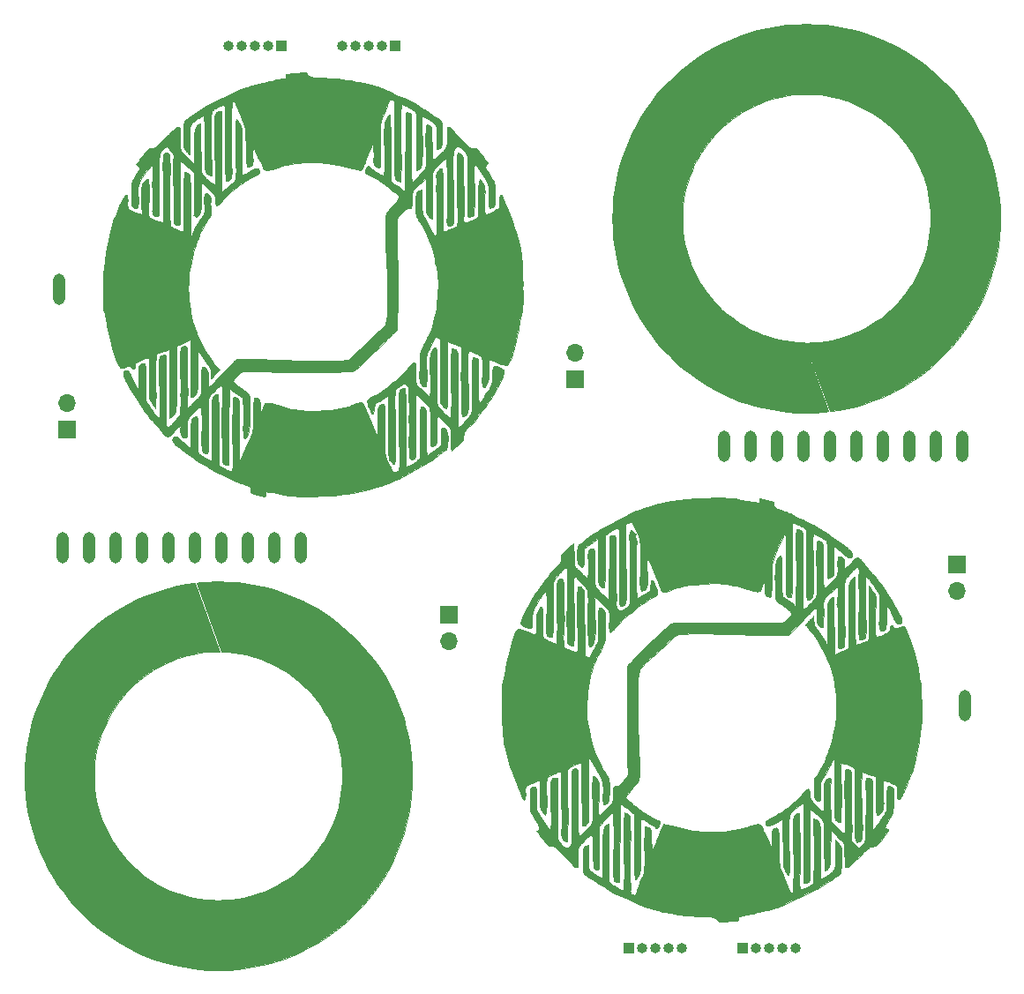
<source format=gts>
%TF.GenerationSoftware,KiCad,Pcbnew,(6.0.1)*%
%TF.CreationDate,2022-10-14T11:51:34+08:00*%
%TF.ProjectId,CRVisionJoystickMerge,43525669-7369-46f6-9e4a-6f7973746963,rev?*%
%TF.SameCoordinates,Original*%
%TF.FileFunction,Soldermask,Top*%
%TF.FilePolarity,Negative*%
%FSLAX46Y46*%
G04 Gerber Fmt 4.6, Leading zero omitted, Abs format (unit mm)*
G04 Created by KiCad (PCBNEW (6.0.1)) date 2022-10-14 11:51:34*
%MOMM*%
%LPD*%
G01*
G04 APERTURE LIST*
G04 Aperture macros list*
%AMHorizOval*
0 Thick line with rounded ends*
0 $1 width*
0 $2 $3 position (X,Y) of the first rounded end (center of the circle)*
0 $4 $5 position (X,Y) of the second rounded end (center of the circle)*
0 Add line between two ends*
20,1,$1,$2,$3,$4,$5,0*
0 Add two circle primitives to create the rounded ends*
1,1,$1,$2,$3*
1,1,$1,$4,$5*%
G04 Aperture macros list end*
%ADD10C,0.034055*%
%ADD11C,0.036148*%
%ADD12R,1.700000X1.700000*%
%ADD13O,1.700000X1.700000*%
%ADD14O,1.200000X3.000000*%
%ADD15R,1.000000X1.000000*%
%ADD16O,1.000000X1.000000*%
%ADD17HorizOval,1.200000X-0.450000X0.779423X0.450000X-0.779423X0*%
G04 APERTURE END LIST*
D10*
X141626836Y-80731113D02*
X141648188Y-81035619D01*
X141648188Y-81035619D02*
X141662089Y-81462686D01*
X141662089Y-81462686D02*
X141673110Y-82530453D01*
X141673110Y-82530453D02*
X141667022Y-84442173D01*
X141667022Y-84442173D02*
X141669372Y-84687225D01*
X141669372Y-84687225D02*
X141676057Y-84938599D01*
X141676057Y-84938599D02*
X141694096Y-85449457D01*
X141694096Y-85449457D02*
X141701284Y-85703513D01*
X141701284Y-85703513D02*
X141704473Y-85953036D01*
X141704473Y-85953036D02*
X141701579Y-86195310D01*
X141701579Y-86195310D02*
X141690520Y-86427624D01*
X141690520Y-86427624D02*
X141685250Y-86517204D01*
X141685250Y-86517204D02*
X141682075Y-86597546D01*
X141682075Y-86597546D02*
X141678894Y-86734169D01*
X141678894Y-86734169D02*
X141677330Y-86792277D01*
X141677330Y-86792277D02*
X141674747Y-86844803D01*
X141674747Y-86844803D02*
X141670364Y-86892658D01*
X141670364Y-86892658D02*
X141663404Y-86936759D01*
X141663404Y-86936759D02*
X141653087Y-86978017D01*
X141653087Y-86978017D02*
X141646427Y-86997867D01*
X141646427Y-86997867D02*
X141638635Y-87017349D01*
X141638635Y-87017349D02*
X141629616Y-87036577D01*
X141629616Y-87036577D02*
X141619270Y-87055666D01*
X141619270Y-87055666D02*
X141607501Y-87074730D01*
X141607501Y-87074730D02*
X141594212Y-87093884D01*
X141594212Y-87093884D02*
X141562682Y-87132915D01*
X141562682Y-87132915D02*
X141523903Y-87173675D01*
X141523903Y-87173675D02*
X141477094Y-87217077D01*
X141477094Y-87217077D02*
X141421478Y-87264034D01*
X141421478Y-87264034D02*
X141344066Y-87326403D01*
X141344066Y-87326403D02*
X141263273Y-87389498D01*
X141263273Y-87389498D02*
X141180221Y-87451204D01*
X141180221Y-87451204D02*
X141138198Y-87480876D01*
X141138198Y-87480876D02*
X141096031Y-87509407D01*
X141096031Y-87509407D02*
X141053861Y-87536533D01*
X141053861Y-87536533D02*
X141011826Y-87561990D01*
X141011826Y-87561990D02*
X140970068Y-87585514D01*
X140970068Y-87585514D02*
X140928726Y-87606839D01*
X140928726Y-87606839D02*
X140887941Y-87625702D01*
X140887941Y-87625702D02*
X140847853Y-87641838D01*
X140847853Y-87641838D02*
X140808602Y-87654984D01*
X140808602Y-87654984D02*
X140770328Y-87664873D01*
X140770328Y-87664873D02*
X140717431Y-87641443D01*
X140717431Y-87641443D02*
X140692214Y-87628852D01*
X140692214Y-87628852D02*
X140667825Y-87615662D01*
X140667825Y-87615662D02*
X140644267Y-87601862D01*
X140644267Y-87601862D02*
X140621546Y-87587439D01*
X140621546Y-87587439D02*
X140599666Y-87572383D01*
X140599666Y-87572383D02*
X140578630Y-87556682D01*
X140578630Y-87556682D02*
X140558445Y-87540324D01*
X140558445Y-87540324D02*
X140539113Y-87523299D01*
X140539113Y-87523299D02*
X140520640Y-87505594D01*
X140520640Y-87505594D02*
X140503029Y-87487198D01*
X140503029Y-87487198D02*
X140486286Y-87468099D01*
X140486286Y-87468099D02*
X140470415Y-87448287D01*
X140470415Y-87448287D02*
X140455420Y-87427749D01*
X140455420Y-87427749D02*
X140441305Y-87406475D01*
X140441305Y-87406475D02*
X140428075Y-87384452D01*
X140428075Y-87384452D02*
X140415735Y-87361669D01*
X140415735Y-87361669D02*
X140404288Y-87338116D01*
X140404288Y-87338116D02*
X140393740Y-87313779D01*
X140393740Y-87313779D02*
X140384095Y-87288648D01*
X140384095Y-87288648D02*
X140375356Y-87262712D01*
X140375356Y-87262712D02*
X140367529Y-87235958D01*
X140367529Y-87235958D02*
X140360619Y-87208376D01*
X140360619Y-87208376D02*
X140354628Y-87179954D01*
X140354628Y-87179954D02*
X140349563Y-87150680D01*
X140349563Y-87150680D02*
X140345426Y-87120544D01*
X140345426Y-87120544D02*
X140342224Y-87089532D01*
X140342224Y-87089532D02*
X140339959Y-87057635D01*
X140339959Y-87057635D02*
X140338637Y-87024840D01*
X140338637Y-87024840D02*
X140338262Y-86991136D01*
X140338262Y-86991136D02*
X140338839Y-86956512D01*
X140338839Y-86956512D02*
X140341908Y-86882750D01*
X140341908Y-86882750D02*
X140346345Y-86817595D01*
X140346345Y-86817595D02*
X140351890Y-86760196D01*
X140351890Y-86760196D02*
X140358282Y-86709703D01*
X140358282Y-86709703D02*
X140365261Y-86665264D01*
X140365261Y-86665264D02*
X140372566Y-86626028D01*
X140372566Y-86626028D02*
X140387113Y-86559761D01*
X140387113Y-86559761D02*
X140399840Y-86504095D01*
X140399840Y-86504095D02*
X140404870Y-86478109D01*
X140404870Y-86478109D02*
X140408664Y-86452220D01*
X140408664Y-86452220D02*
X140410962Y-86425576D01*
X140410962Y-86425576D02*
X140411502Y-86397327D01*
X140411502Y-86397327D02*
X140410025Y-86366622D01*
X140410025Y-86366622D02*
X140406270Y-86332609D01*
X140406270Y-86332609D02*
X140405972Y-86330580D01*
X140405972Y-86330580D02*
X140405596Y-86328459D01*
X140405596Y-86328459D02*
X140404647Y-86323994D01*
X140404647Y-86323994D02*
X140403498Y-86319314D01*
X140403498Y-86319314D02*
X140402226Y-86314517D01*
X140402226Y-86314517D02*
X140399613Y-86304976D01*
X140399613Y-86304976D02*
X140398424Y-86300431D01*
X140398424Y-86300431D02*
X140397415Y-86296169D01*
X140397415Y-86296169D02*
X140365623Y-86111628D01*
X140365623Y-86111628D02*
X140342469Y-85927785D01*
X140342469Y-85927785D02*
X140326897Y-85745303D01*
X140326897Y-85745303D02*
X140317857Y-85564847D01*
X140317857Y-85564847D02*
X140314294Y-85387084D01*
X140314294Y-85387084D02*
X140315156Y-85212678D01*
X140315156Y-85212678D02*
X140325940Y-84876595D01*
X140325940Y-84876595D02*
X140354265Y-84273972D01*
X140354265Y-84273972D02*
X140356611Y-84141684D01*
X140356611Y-84141684D02*
X140354956Y-84018072D01*
X140354956Y-84018072D02*
X140348248Y-83903801D01*
X140348248Y-83903801D02*
X140335433Y-83799538D01*
X140335433Y-83799538D02*
X140331170Y-83771572D01*
X140331170Y-83771572D02*
X140327539Y-83743833D01*
X140327539Y-83743833D02*
X140321965Y-83688814D01*
X140321965Y-83688814D02*
X140318282Y-83634051D01*
X140318282Y-83634051D02*
X140316063Y-83579112D01*
X140316063Y-83579112D02*
X140314883Y-83523567D01*
X140314883Y-83523567D02*
X140314313Y-83466984D01*
X140314313Y-83466984D02*
X140313296Y-83348980D01*
X140313296Y-83348980D02*
X140338583Y-81803019D01*
X140338583Y-81803019D02*
X140335227Y-81323560D01*
X140335227Y-81323560D02*
X140318181Y-80902998D01*
X140318181Y-80902998D02*
X140302991Y-80729817D01*
X140302991Y-80729817D02*
X140282538Y-80589376D01*
X140282538Y-80589376D02*
X140256208Y-80487681D01*
X140256208Y-80487681D02*
X140240647Y-80453239D01*
X140240647Y-80453239D02*
X140223388Y-80430736D01*
X140223388Y-80430736D02*
X140132799Y-80403831D01*
X140132799Y-80403831D02*
X140112419Y-80400598D01*
X140112419Y-80400598D02*
X140093247Y-80398399D01*
X140093247Y-80398399D02*
X140069179Y-80396857D01*
X140069179Y-80396857D02*
X140041031Y-80396753D01*
X140041031Y-80396753D02*
X140009623Y-80398870D01*
X140009623Y-80398870D02*
X139992952Y-80401007D01*
X139992952Y-80401007D02*
X139975773Y-80403992D01*
X139975773Y-80403992D02*
X139958187Y-80407924D01*
X139958187Y-80407924D02*
X139940298Y-80412900D01*
X139940298Y-80412900D02*
X139922207Y-80419019D01*
X139922207Y-80419019D02*
X139904017Y-80426378D01*
X139904017Y-80426378D02*
X139885830Y-80435075D01*
X139885830Y-80435075D02*
X139867748Y-80445208D01*
X139867748Y-80445208D02*
X139849874Y-80456875D01*
X139849874Y-80456875D02*
X139832309Y-80470174D01*
X139832309Y-80470174D02*
X139815157Y-80485201D01*
X139815157Y-80485201D02*
X139798519Y-80502057D01*
X139798519Y-80502057D02*
X139782497Y-80520837D01*
X139782497Y-80520837D02*
X139767194Y-80541640D01*
X139767194Y-80541640D02*
X139752713Y-80564564D01*
X139752713Y-80564564D02*
X139739155Y-80589707D01*
X139739155Y-80589707D02*
X139726622Y-80617166D01*
X139726622Y-80617166D02*
X139715218Y-80647039D01*
X139715218Y-80647039D02*
X139705043Y-80679425D01*
X139705043Y-80679425D02*
X139696201Y-80714420D01*
X139696201Y-80714420D02*
X139678493Y-86605734D01*
X139678493Y-86605734D02*
X139629283Y-86575294D01*
X139629283Y-86575294D02*
X139564724Y-86527342D01*
X139564724Y-86527342D02*
X139487203Y-86464290D01*
X139487203Y-86464290D02*
X139399105Y-86388548D01*
X139399105Y-86388548D02*
X139200729Y-86208640D01*
X139200729Y-86208640D02*
X138988688Y-86006905D01*
X138988688Y-86006905D02*
X138782074Y-85802632D01*
X138782074Y-85802632D02*
X138599981Y-85615110D01*
X138599981Y-85615110D02*
X138461501Y-85463625D01*
X138461501Y-85463625D02*
X138414583Y-85407424D01*
X138414583Y-85407424D02*
X138385727Y-85367466D01*
X138385727Y-85367466D02*
X138362851Y-85320090D01*
X138362851Y-85320090D02*
X138342948Y-85258441D01*
X138342948Y-85258441D02*
X138311319Y-85096300D01*
X138311319Y-85096300D02*
X138289354Y-84888986D01*
X138289354Y-84888986D02*
X138275567Y-84644445D01*
X138275567Y-84644445D02*
X138266586Y-84075457D01*
X138266586Y-84075457D02*
X138272491Y-83452891D01*
X138272491Y-83452891D02*
X138281398Y-82840302D01*
X138281398Y-82840302D02*
X138281420Y-82301246D01*
X138281420Y-82301246D02*
X138274386Y-82079153D01*
X138274386Y-82079153D02*
X138260674Y-81899277D01*
X138260674Y-81899277D02*
X138238799Y-81769562D01*
X138238799Y-81769562D02*
X138224336Y-81725997D01*
X138224336Y-81725997D02*
X138207274Y-81697952D01*
X138207274Y-81697952D02*
X138202681Y-81695502D01*
X138202681Y-81695502D02*
X138198995Y-81693192D01*
X138198995Y-81693192D02*
X138196128Y-81691017D01*
X138196128Y-81691017D02*
X138193991Y-81688972D01*
X138193991Y-81688972D02*
X138192497Y-81687052D01*
X138192497Y-81687052D02*
X138191556Y-81685252D01*
X138191556Y-81685252D02*
X138191080Y-81683566D01*
X138191080Y-81683566D02*
X138190981Y-81681988D01*
X138190981Y-81681988D02*
X138191559Y-81679140D01*
X138191559Y-81679140D02*
X138192584Y-81676665D01*
X138192584Y-81676665D02*
X138193347Y-81674521D01*
X138193347Y-81674521D02*
X138193409Y-81673560D01*
X138193409Y-81673560D02*
X138193141Y-81672666D01*
X138193141Y-81672666D02*
X138192454Y-81671834D01*
X138192454Y-81671834D02*
X138191259Y-81671059D01*
X138191259Y-81671059D02*
X138189468Y-81670335D01*
X138189468Y-81670335D02*
X138186993Y-81669657D01*
X138186993Y-81669657D02*
X138179637Y-81668419D01*
X138179637Y-81668419D02*
X138168482Y-81667303D01*
X138168482Y-81667303D02*
X138152821Y-81666266D01*
X138152821Y-81666266D02*
X138131947Y-81665267D01*
X138131947Y-81665267D02*
X138071731Y-81663216D01*
X138071731Y-81663216D02*
X138021274Y-81664471D01*
X138021274Y-81664471D02*
X137974839Y-81671039D01*
X137974839Y-81671039D02*
X137932266Y-81682620D01*
X137932266Y-81682620D02*
X137893398Y-81698917D01*
X137893398Y-81698917D02*
X137858076Y-81719630D01*
X137858076Y-81719630D02*
X137826140Y-81744461D01*
X137826140Y-81744461D02*
X137797432Y-81773111D01*
X137797432Y-81773111D02*
X137771793Y-81805282D01*
X137771793Y-81805282D02*
X137749065Y-81840674D01*
X137749065Y-81840674D02*
X137729088Y-81878989D01*
X137729088Y-81878989D02*
X137711704Y-81919928D01*
X137711704Y-81919928D02*
X137696754Y-81963193D01*
X137696754Y-81963193D02*
X137684080Y-82008485D01*
X137684080Y-82008485D02*
X137673522Y-82055505D01*
X137673522Y-82055505D02*
X137664922Y-82103955D01*
X137664922Y-82103955D02*
X137658121Y-82153535D01*
X137658121Y-82153535D02*
X137649281Y-82254894D01*
X137649281Y-82254894D02*
X137645732Y-82357191D01*
X137645732Y-82357191D02*
X137646203Y-82458037D01*
X137646203Y-82458037D02*
X137649426Y-82555043D01*
X137649426Y-82555043D02*
X137659043Y-82727976D01*
X137659043Y-82727976D02*
X137664421Y-82856872D01*
X137664421Y-82856872D02*
X137670019Y-83258108D01*
X137670019Y-83258108D02*
X137673425Y-83481352D01*
X137673425Y-83481352D02*
X137673701Y-83710522D01*
X137673701Y-83710522D02*
X137668199Y-83938751D01*
X137668199Y-83938751D02*
X137662453Y-84050365D01*
X137662453Y-84050365D02*
X137654268Y-84159169D01*
X137654268Y-84159169D02*
X137643314Y-84264303D01*
X137643314Y-84264303D02*
X137629258Y-84364909D01*
X137629258Y-84364909D02*
X137611771Y-84460129D01*
X137611771Y-84460129D02*
X137590520Y-84549103D01*
X137590520Y-84549103D02*
X137579398Y-84541017D01*
X137579398Y-84541017D02*
X137560995Y-84526047D01*
X137560995Y-84526047D02*
X137506295Y-84479077D01*
X137506295Y-84479077D02*
X137352979Y-84342385D01*
X137352979Y-84342385D02*
X137193789Y-84197009D01*
X137193789Y-84197009D02*
X137131745Y-84139183D01*
X137131745Y-84139183D02*
X137091940Y-84100929D01*
X137091940Y-84100929D02*
X136951544Y-83964053D01*
X136951544Y-83964053D02*
X136828359Y-83849073D01*
X136828359Y-83849073D02*
X136629348Y-83667182D01*
X136629348Y-83667182D02*
X136551386Y-83591461D01*
X136551386Y-83591461D02*
X136517323Y-83555480D01*
X136517323Y-83555480D02*
X136486361Y-83520019D01*
X136486361Y-83520019D02*
X136458367Y-83484525D01*
X136458367Y-83484525D02*
X136433207Y-83448449D01*
X136433207Y-83448449D02*
X136410747Y-83411241D01*
X136410747Y-83411241D02*
X136390855Y-83372349D01*
X136390855Y-83372349D02*
X136373396Y-83331223D01*
X136373396Y-83331223D02*
X136358236Y-83287312D01*
X136358236Y-83287312D02*
X136345244Y-83240067D01*
X136345244Y-83240067D02*
X136334284Y-83188936D01*
X136334284Y-83188936D02*
X136325224Y-83133369D01*
X136325224Y-83133369D02*
X136317929Y-83072815D01*
X136317929Y-83072815D02*
X136312267Y-83006724D01*
X136312267Y-83006724D02*
X136308104Y-82934545D01*
X136308104Y-82934545D02*
X136303740Y-82769721D01*
X136303740Y-82769721D02*
X136303771Y-82573939D01*
X136303771Y-82573939D02*
X136312739Y-82071884D01*
X136312739Y-82071884D02*
X136295014Y-81809948D01*
X136295014Y-81809948D02*
X136276682Y-81582461D01*
X136276682Y-81582461D02*
X136244967Y-81215382D01*
X136244967Y-81215382D02*
X136097161Y-81341860D01*
X136097161Y-81341860D02*
X135950548Y-81469704D01*
X135950548Y-81469704D02*
X135805140Y-81598904D01*
X135805140Y-81598904D02*
X135660950Y-81729453D01*
X135660950Y-81729453D02*
X135517988Y-81861344D01*
X135517988Y-81861344D02*
X135376268Y-81994567D01*
X135376268Y-81994567D02*
X135235801Y-82129115D01*
X135235801Y-82129115D02*
X135096599Y-82264980D01*
X135096599Y-82264980D02*
X135090469Y-82433212D01*
X135090469Y-82433212D02*
X135098339Y-82505017D01*
X135098339Y-82505017D02*
X135101287Y-82573917D01*
X135101287Y-82573917D02*
X135099550Y-82640056D01*
X135099550Y-82640056D02*
X135093361Y-82703579D01*
X135093361Y-82703579D02*
X135082958Y-82764629D01*
X135082958Y-82764629D02*
X135068574Y-82823352D01*
X135068574Y-82823352D02*
X135050445Y-82879891D01*
X135050445Y-82879891D02*
X135028807Y-82934391D01*
X135028807Y-82934391D02*
X135003894Y-82986996D01*
X135003894Y-82986996D02*
X134975941Y-83037849D01*
X134975941Y-83037849D02*
X134945184Y-83087096D01*
X134945184Y-83087096D02*
X134911859Y-83134881D01*
X134911859Y-83134881D02*
X134876200Y-83181347D01*
X134876200Y-83181347D02*
X134838442Y-83226639D01*
X134838442Y-83226639D02*
X134757572Y-83314278D01*
X134757572Y-83314278D02*
X134671131Y-83398952D01*
X134671131Y-83398952D02*
X134581000Y-83481815D01*
X134581000Y-83481815D02*
X134397196Y-83646721D01*
X134397196Y-83646721D02*
X134307286Y-83731073D01*
X134307286Y-83731073D02*
X134221214Y-83818229D01*
X134221214Y-83818229D02*
X134140861Y-83909343D01*
X134140861Y-83909343D02*
X134103417Y-83956745D01*
X134103417Y-83956745D02*
X134068109Y-84005569D01*
X134068109Y-84005569D02*
X133875101Y-84278477D01*
X133875101Y-84278477D02*
X133672160Y-84554091D01*
X133672160Y-84554091D02*
X133250892Y-85112892D01*
X133250892Y-85112892D02*
X133039774Y-85395809D01*
X133039774Y-85395809D02*
X132833137Y-85680889D01*
X132833137Y-85680889D02*
X132634586Y-85967997D01*
X132634586Y-85967997D02*
X132539469Y-86112268D01*
X132539469Y-86112268D02*
X132447724Y-86256996D01*
X132447724Y-86256996D02*
X132291614Y-86514593D01*
X132291614Y-86514593D02*
X132104371Y-86836850D01*
X132104371Y-86836850D02*
X131901507Y-87202353D01*
X131901507Y-87202353D02*
X131698535Y-87589686D01*
X131698535Y-87589686D02*
X131510969Y-87977434D01*
X131510969Y-87977434D02*
X131427810Y-88164771D01*
X131427810Y-88164771D02*
X131354320Y-88344182D01*
X131354320Y-88344182D02*
X131292437Y-88512988D01*
X131292437Y-88512988D02*
X131244101Y-88668514D01*
X131244101Y-88668514D02*
X131211252Y-88808082D01*
X131211252Y-88808082D02*
X131195826Y-88929016D01*
X131195826Y-88929016D02*
X131258343Y-88975511D01*
X131258343Y-88975511D02*
X131331029Y-89026532D01*
X131331029Y-89026532D02*
X131411696Y-89079645D01*
X131411696Y-89079645D02*
X131454340Y-89106224D01*
X131454340Y-89106224D02*
X131498159Y-89132414D01*
X131498159Y-89132414D02*
X131542879Y-89157909D01*
X131542879Y-89157909D02*
X131588229Y-89182406D01*
X131588229Y-89182406D02*
X131633933Y-89205599D01*
X131633933Y-89205599D02*
X131679719Y-89227185D01*
X131679719Y-89227185D02*
X131725314Y-89246860D01*
X131725314Y-89246860D02*
X131770444Y-89264318D01*
X131770444Y-89264318D02*
X131814836Y-89279257D01*
X131814836Y-89279257D02*
X131858215Y-89291370D01*
X131858215Y-89291370D02*
X131907124Y-89302264D01*
X131907124Y-89302264D02*
X131952411Y-89309870D01*
X131952411Y-89309870D02*
X131994213Y-89314215D01*
X131994213Y-89314215D02*
X132032666Y-89315328D01*
X132032666Y-89315328D02*
X132067905Y-89313237D01*
X132067905Y-89313237D02*
X132100068Y-89307971D01*
X132100068Y-89307971D02*
X132129289Y-89299557D01*
X132129289Y-89299557D02*
X132155705Y-89288023D01*
X132155705Y-89288023D02*
X132179452Y-89273397D01*
X132179452Y-89273397D02*
X132200667Y-89255709D01*
X132200667Y-89255709D02*
X132219484Y-89234985D01*
X132219484Y-89234985D02*
X132236041Y-89211254D01*
X132236041Y-89211254D02*
X132250473Y-89184544D01*
X132250473Y-89184544D02*
X132262917Y-89154883D01*
X132262917Y-89154883D02*
X132273508Y-89122300D01*
X132273508Y-89122300D02*
X132282383Y-89086822D01*
X132282383Y-89086822D02*
X132289677Y-89048477D01*
X132289677Y-89048477D02*
X132295527Y-89007294D01*
X132295527Y-89007294D02*
X132300068Y-88963301D01*
X132300068Y-88963301D02*
X132303437Y-88916526D01*
X132303437Y-88916526D02*
X132307204Y-88814742D01*
X132307204Y-88814742D02*
X132307914Y-88702166D01*
X132307914Y-88702166D02*
X132304520Y-88445543D01*
X132304520Y-88445543D02*
X132302593Y-88301945D01*
X132302593Y-88301945D02*
X132301965Y-88148456D01*
X132301965Y-88148456D02*
X132303392Y-88090927D01*
X132303392Y-88090927D02*
X132307348Y-88033663D01*
X132307348Y-88033663D02*
X132322413Y-87919961D01*
X132322413Y-87919961D02*
X132346296Y-87807406D01*
X132346296Y-87807406D02*
X132378133Y-87696052D01*
X132378133Y-87696052D02*
X132417063Y-87585953D01*
X132417063Y-87585953D02*
X132462221Y-87477163D01*
X132462221Y-87477163D02*
X132512745Y-87369737D01*
X132512745Y-87369737D02*
X132567772Y-87263729D01*
X132567772Y-87263729D02*
X132626438Y-87159194D01*
X132626438Y-87159194D02*
X132687882Y-87056186D01*
X132687882Y-87056186D02*
X132815646Y-86854969D01*
X132815646Y-86854969D02*
X133066522Y-86473251D01*
X133066522Y-86473251D02*
X133082243Y-86448047D01*
X133082243Y-86448047D02*
X133097070Y-86423338D01*
X133097070Y-86423338D02*
X133124640Y-86375081D01*
X133124640Y-86375081D02*
X133175671Y-86280965D01*
X133175671Y-86280965D02*
X133201541Y-86233821D01*
X133201541Y-86233821D02*
X133229256Y-86185763D01*
X133229256Y-86185763D02*
X133244181Y-86161191D01*
X133244181Y-86161191D02*
X133260019Y-86136149D01*
X133260019Y-86136149D02*
X133276921Y-86110557D01*
X133276921Y-86110557D02*
X133295037Y-86084335D01*
X133295037Y-86084335D02*
X133364293Y-85984531D01*
X133364293Y-85984531D02*
X133380476Y-85961999D01*
X133380476Y-85961999D02*
X133396693Y-85940399D01*
X133396693Y-85940399D02*
X133413185Y-85919713D01*
X133413185Y-85919713D02*
X133430197Y-85899923D01*
X133430197Y-85899923D02*
X133447971Y-85881012D01*
X133447971Y-85881012D02*
X133466751Y-85862960D01*
X133466751Y-85862960D02*
X133486778Y-85845750D01*
X133486778Y-85845750D02*
X133508297Y-85829364D01*
X133508297Y-85829364D02*
X133531550Y-85813785D01*
X133531550Y-85813785D02*
X133556780Y-85798993D01*
X133556780Y-85798993D02*
X133584229Y-85784972D01*
X133584229Y-85784972D02*
X133614142Y-85771704D01*
X133614142Y-85771704D02*
X133640728Y-85919231D01*
X133640728Y-85919231D02*
X133660918Y-86091866D01*
X133660918Y-86091866D02*
X133675398Y-86286396D01*
X133675398Y-86286396D02*
X133684851Y-86499609D01*
X133684851Y-86499609D02*
X133691415Y-86969235D01*
X133691415Y-86969235D02*
X133686085Y-87475046D01*
X133686085Y-87475046D02*
X133661650Y-88492437D01*
X133661650Y-88492437D02*
X133653496Y-88952621D01*
X133653496Y-88952621D02*
X133655350Y-89346201D01*
X133655350Y-89346201D02*
X133658713Y-89699056D01*
X133658713Y-89699056D02*
X133662348Y-89771004D01*
X133662348Y-89771004D02*
X133669430Y-89836587D01*
X133669430Y-89836587D02*
X133681126Y-89895877D01*
X133681126Y-89895877D02*
X133689069Y-89923185D01*
X133689069Y-89923185D02*
X133698601Y-89948946D01*
X133698601Y-89948946D02*
X133709870Y-89973170D01*
X133709870Y-89973170D02*
X133723020Y-89995866D01*
X133723020Y-89995866D02*
X133738198Y-90017041D01*
X133738198Y-90017041D02*
X133755549Y-90036706D01*
X133755549Y-90036706D02*
X133775219Y-90054869D01*
X133775219Y-90054869D02*
X133797353Y-90071539D01*
X133797353Y-90071539D02*
X133822097Y-90086725D01*
X133822097Y-90086725D02*
X133849597Y-90100436D01*
X133849597Y-90100436D02*
X133879998Y-90112681D01*
X133879998Y-90112681D02*
X133913446Y-90123469D01*
X133913446Y-90123469D02*
X133950088Y-90132808D01*
X133950088Y-90132808D02*
X133990067Y-90140708D01*
X133990067Y-90140708D02*
X134033531Y-90147178D01*
X134033531Y-90147178D02*
X134080624Y-90152226D01*
X134080624Y-90152226D02*
X134131493Y-90155861D01*
X134131493Y-90155861D02*
X134186283Y-90158092D01*
X134186283Y-90158092D02*
X134221670Y-90020967D01*
X134221670Y-90020967D02*
X134250234Y-89847553D01*
X134250234Y-89847553D02*
X134272621Y-89642700D01*
X134272621Y-89642700D02*
X134289478Y-89411259D01*
X134289478Y-89411259D02*
X134309190Y-88888012D01*
X134309190Y-88888012D02*
X134314546Y-88316610D01*
X134314546Y-88316610D02*
X134295943Y-86325453D01*
X134295943Y-86325453D02*
X134293388Y-86096276D01*
X134293388Y-86096276D02*
X134284311Y-85854636D01*
X134284311Y-85854636D02*
X134276559Y-85607321D01*
X134276559Y-85607321D02*
X134275632Y-85483656D01*
X134275632Y-85483656D02*
X134277979Y-85361119D01*
X134277979Y-85361119D02*
X134284579Y-85240557D01*
X134284579Y-85240557D02*
X134296415Y-85122820D01*
X134296415Y-85122820D02*
X134314467Y-85008755D01*
X134314467Y-85008755D02*
X134339716Y-84899211D01*
X134339716Y-84899211D02*
X134373142Y-84795037D01*
X134373142Y-84795037D02*
X134393228Y-84745229D01*
X134393228Y-84745229D02*
X134415726Y-84697082D01*
X134415726Y-84697082D02*
X134440759Y-84650701D01*
X134440759Y-84650701D02*
X134468449Y-84606193D01*
X134468449Y-84606193D02*
X134498919Y-84563664D01*
X134498919Y-84563664D02*
X134532292Y-84523220D01*
X134532292Y-84523220D02*
X135001924Y-83990929D01*
X135001924Y-83990929D02*
X135033811Y-83954369D01*
X135033811Y-83954369D02*
X135065471Y-83916629D01*
X135065471Y-83916629D02*
X135128772Y-83839365D01*
X135128772Y-83839365D02*
X135193141Y-83762651D01*
X135193141Y-83762651D02*
X135226139Y-83725599D01*
X135226139Y-83725599D02*
X135259898Y-83690003D01*
X135259898Y-83690003D02*
X135294583Y-83656303D01*
X135294583Y-83656303D02*
X135330358Y-83624939D01*
X135330358Y-83624939D02*
X135367388Y-83596349D01*
X135367388Y-83596349D02*
X135386426Y-83583232D01*
X135386426Y-83583232D02*
X135405838Y-83570973D01*
X135405838Y-83570973D02*
X135425647Y-83559628D01*
X135425647Y-83559628D02*
X135445873Y-83549251D01*
X135445873Y-83549251D02*
X135466536Y-83539897D01*
X135466536Y-83539897D02*
X135487657Y-83531622D01*
X135487657Y-83531622D02*
X135509256Y-83524480D01*
X135509256Y-83524480D02*
X135531354Y-83518526D01*
X135531354Y-83518526D02*
X135553971Y-83513815D01*
X135553971Y-83513815D02*
X135577129Y-83510403D01*
X135577129Y-83510403D02*
X135600554Y-83574590D01*
X135600554Y-83574590D02*
X135620195Y-83656801D01*
X135620195Y-83656801D02*
X135636351Y-83754722D01*
X135636351Y-83754722D02*
X135649317Y-83866040D01*
X135649317Y-83866040D02*
X135659390Y-83988441D01*
X135659390Y-83988441D02*
X135666865Y-84119611D01*
X135666865Y-84119611D02*
X135675210Y-84399002D01*
X135675210Y-84399002D02*
X135676723Y-84685706D01*
X135676723Y-84685706D02*
X135673774Y-84961211D01*
X135673774Y-84961211D02*
X135663972Y-85404587D01*
X135663972Y-85404587D02*
X135659742Y-85667717D01*
X135659742Y-85667717D02*
X135658422Y-85932104D01*
X135658422Y-85932104D02*
X135659162Y-86462400D01*
X135659162Y-86462400D02*
X135655495Y-86990973D01*
X135655495Y-86990973D02*
X135648668Y-87253206D01*
X135648668Y-87253206D02*
X135636727Y-87513319D01*
X135636727Y-87513319D02*
X135618051Y-87848417D01*
X135618051Y-87848417D02*
X135605896Y-88109056D01*
X135605896Y-88109056D02*
X135599791Y-88319593D01*
X135599791Y-88319593D02*
X135599265Y-88504385D01*
X135599265Y-88504385D02*
X135603848Y-88687788D01*
X135603848Y-88687788D02*
X135613069Y-88894159D01*
X135613069Y-88894159D02*
X135643538Y-89473230D01*
X135643538Y-89473230D02*
X135647237Y-89611148D01*
X135647237Y-89611148D02*
X135645889Y-89750343D01*
X135645889Y-89750343D02*
X135636163Y-90026531D01*
X135636163Y-90026531D02*
X135630572Y-90289724D01*
X135630572Y-90289724D02*
X135634393Y-90412676D01*
X135634393Y-90412676D02*
X135645326Y-90527854D01*
X135645326Y-90527854D02*
X135665399Y-90633749D01*
X135665399Y-90633749D02*
X135679496Y-90682744D01*
X135679496Y-90682744D02*
X135696638Y-90728852D01*
X135696638Y-90728852D02*
X135717077Y-90771886D01*
X135717077Y-90771886D02*
X135741068Y-90811656D01*
X135741068Y-90811656D02*
X135768864Y-90847973D01*
X135768864Y-90847973D02*
X135800717Y-90880651D01*
X135800717Y-90880651D02*
X135836882Y-90909498D01*
X135836882Y-90909498D02*
X135877611Y-90934328D01*
X135877611Y-90934328D02*
X135923158Y-90954952D01*
X135923158Y-90954952D02*
X135973776Y-90971180D01*
X135973776Y-90971180D02*
X136029719Y-90982825D01*
X136029719Y-90982825D02*
X136091239Y-90989698D01*
X136091239Y-90989698D02*
X136158590Y-90991610D01*
X136158590Y-90991610D02*
X136232026Y-90988373D01*
X136232026Y-90988373D02*
X136270713Y-90692675D01*
X136270713Y-90692675D02*
X136298093Y-90354769D01*
X136298093Y-90354769D02*
X136324754Y-89574780D01*
X136324754Y-89574780D02*
X136323654Y-88693293D01*
X136323654Y-88693293D02*
X136306438Y-87755199D01*
X136306438Y-87755199D02*
X136270243Y-85888750D01*
X136270243Y-85888750D02*
X136274554Y-85050173D01*
X136274554Y-85050173D02*
X136287407Y-84674187D01*
X136287407Y-84674187D02*
X136309333Y-84334549D01*
X136309333Y-84334549D02*
X136332716Y-84342957D01*
X136332716Y-84342957D02*
X136358497Y-84355194D01*
X136358497Y-84355194D02*
X136386504Y-84371030D01*
X136386504Y-84371030D02*
X136416563Y-84390232D01*
X136416563Y-84390232D02*
X136482141Y-84437819D01*
X136482141Y-84437819D02*
X136553844Y-84496113D01*
X136553844Y-84496113D02*
X136630285Y-84563271D01*
X136630285Y-84563271D02*
X136710075Y-84637449D01*
X136710075Y-84637449D02*
X136791826Y-84716806D01*
X136791826Y-84716806D02*
X136874152Y-84799498D01*
X136874152Y-84799498D02*
X137034972Y-84967516D01*
X137034972Y-84967516D02*
X137181433Y-85126763D01*
X137181433Y-85126763D02*
X137302431Y-85262495D01*
X137302431Y-85262495D02*
X137386865Y-85359970D01*
X137386865Y-85359970D02*
X137559066Y-85557302D01*
X137559066Y-85557302D02*
X137584335Y-85588546D01*
X137584335Y-85588546D02*
X137603950Y-85616378D01*
X137603950Y-85616378D02*
X137611864Y-85629612D01*
X137611864Y-85629612D02*
X137618639Y-85642709D01*
X137618639Y-85642709D02*
X137624364Y-85655910D01*
X137624364Y-85655910D02*
X137629130Y-85669452D01*
X137629130Y-85669452D02*
X137633030Y-85683574D01*
X137633030Y-85683574D02*
X137636154Y-85698517D01*
X137636154Y-85698517D02*
X137638593Y-85714518D01*
X137638593Y-85714518D02*
X137640439Y-85731816D01*
X137640439Y-85731816D02*
X137642713Y-85771261D01*
X137642713Y-85771261D02*
X137643705Y-85818765D01*
X137643705Y-85818765D02*
X137644761Y-85945590D01*
X137644761Y-85945590D02*
X137646282Y-86028736D01*
X137646282Y-86028736D02*
X137649436Y-86127586D01*
X137649436Y-86127586D02*
X137655141Y-86607003D01*
X137655141Y-86607003D02*
X137648590Y-87267487D01*
X137648590Y-87267487D02*
X137629897Y-88852647D01*
X137629897Y-88852647D02*
X137633343Y-89637815D01*
X137633343Y-89637815D02*
X137655710Y-90325038D01*
X137655710Y-90325038D02*
X137676425Y-90610123D01*
X137676425Y-90610123D02*
X137704792Y-90844563D01*
X137704792Y-90844563D02*
X137741788Y-91019641D01*
X137741788Y-91019641D02*
X137763825Y-91082194D01*
X137763825Y-91082194D02*
X137788384Y-91126636D01*
X137788384Y-91126636D02*
X137816506Y-91122430D01*
X137816506Y-91122430D02*
X137843786Y-91115216D01*
X137843786Y-91115216D02*
X137870231Y-91105151D01*
X137870231Y-91105151D02*
X137895845Y-91092392D01*
X137895845Y-91092392D02*
X137920635Y-91077096D01*
X137920635Y-91077096D02*
X137944605Y-91059420D01*
X137944605Y-91059420D02*
X137967761Y-91039521D01*
X137967761Y-91039521D02*
X137990108Y-91017556D01*
X137990108Y-91017556D02*
X138011651Y-90993682D01*
X138011651Y-90993682D02*
X138032396Y-90968056D01*
X138032396Y-90968056D02*
X138052348Y-90940834D01*
X138052348Y-90940834D02*
X138071512Y-90912174D01*
X138071512Y-90912174D02*
X138089894Y-90882233D01*
X138089894Y-90882233D02*
X138107498Y-90851167D01*
X138107498Y-90851167D02*
X138140396Y-90786291D01*
X138140396Y-90786291D02*
X138170250Y-90718800D01*
X138170250Y-90718800D02*
X138197100Y-90649951D01*
X138197100Y-90649951D02*
X138220991Y-90580999D01*
X138220991Y-90580999D02*
X138241963Y-90513200D01*
X138241963Y-90513200D02*
X138260060Y-90447810D01*
X138260060Y-90447810D02*
X138275324Y-90386084D01*
X138275324Y-90386084D02*
X138287797Y-90329277D01*
X138287797Y-90329277D02*
X138297523Y-90278646D01*
X138297523Y-90278646D02*
X138328281Y-90060480D01*
X138328281Y-90060480D02*
X138346282Y-89830970D01*
X138346282Y-89830970D02*
X138353516Y-89591797D01*
X138353516Y-89591797D02*
X138351975Y-89344645D01*
X138351975Y-89344645D02*
X138330537Y-88833130D01*
X138330537Y-88833130D02*
X138297905Y-88309881D01*
X138297905Y-88309881D02*
X138270015Y-87788356D01*
X138270015Y-87788356D02*
X138262827Y-87532446D01*
X138262827Y-87532446D02*
X138262801Y-87282013D01*
X138262801Y-87282013D02*
X138271928Y-87038740D01*
X138271928Y-87038740D02*
X138292200Y-86804308D01*
X138292200Y-86804308D02*
X138325610Y-86580401D01*
X138325610Y-86580401D02*
X138374148Y-86368700D01*
X138374148Y-86368700D02*
X139575985Y-87555885D01*
X139575985Y-87555885D02*
X139603326Y-87603494D01*
X139603326Y-87603494D02*
X139626718Y-87655861D01*
X139626718Y-87655861D02*
X139646428Y-87712635D01*
X139646428Y-87712635D02*
X139662723Y-87773466D01*
X139662723Y-87773466D02*
X139686135Y-87905895D01*
X139686135Y-87905895D02*
X139699092Y-88050343D01*
X139699092Y-88050343D02*
X139703729Y-88204007D01*
X139703729Y-88204007D02*
X139702184Y-88364081D01*
X139702184Y-88364081D02*
X139689093Y-88692242D01*
X139689093Y-88692242D02*
X139676912Y-89012389D01*
X139676912Y-89012389D02*
X139676505Y-89162446D01*
X139676505Y-89162446D02*
X139682734Y-89302086D01*
X139682734Y-89302086D02*
X139697738Y-89428504D01*
X139697738Y-89428504D02*
X139709198Y-89485878D01*
X139709198Y-89485878D02*
X139723653Y-89538895D01*
X139723653Y-89538895D02*
X139741370Y-89587204D01*
X139741370Y-89587204D02*
X139762615Y-89630455D01*
X139762615Y-89630455D02*
X139787656Y-89668298D01*
X139787656Y-89668298D02*
X139816761Y-89700380D01*
X139816761Y-89700380D02*
X139831760Y-89695585D01*
X139831760Y-89695585D02*
X139848025Y-89688385D01*
X139848025Y-89688385D02*
X139865463Y-89678925D01*
X139865463Y-89678925D02*
X139883979Y-89667349D01*
X139883979Y-89667349D02*
X139923877Y-89638430D01*
X139923877Y-89638430D02*
X139966974Y-89602789D01*
X139966974Y-89602789D02*
X140012523Y-89561585D01*
X140012523Y-89561585D02*
X140059778Y-89515976D01*
X140059778Y-89515976D02*
X140107995Y-89467123D01*
X140107995Y-89467123D02*
X140156426Y-89416184D01*
X140156426Y-89416184D02*
X140250951Y-89312689D01*
X140250951Y-89312689D02*
X140337386Y-89214765D01*
X140337386Y-89214765D02*
X140462122Y-89072731D01*
X140462122Y-89072731D02*
X140747501Y-88768517D01*
X140747501Y-88768517D02*
X140929528Y-88580783D01*
X140929528Y-88580783D02*
X141122978Y-88387869D01*
X141122978Y-88387869D02*
X141316748Y-88203703D01*
X141316748Y-88203703D02*
X141410282Y-88119254D01*
X141410282Y-88119254D02*
X141499733Y-88042214D01*
X141499733Y-88042214D02*
X141583713Y-87974325D01*
X141583713Y-87974325D02*
X141660833Y-87917329D01*
X141660833Y-87917329D02*
X141729706Y-87872966D01*
X141729706Y-87872966D02*
X141760616Y-87856066D01*
X141760616Y-87856066D02*
X141788943Y-87842977D01*
X141788943Y-87842977D02*
X141809187Y-87834244D01*
X141809187Y-87834244D02*
X141828121Y-87825260D01*
X141828121Y-87825260D02*
X141845882Y-87815989D01*
X141845882Y-87815989D02*
X141862607Y-87806393D01*
X141862607Y-87806393D02*
X141878433Y-87796436D01*
X141878433Y-87796436D02*
X141893496Y-87786080D01*
X141893496Y-87786080D02*
X141907934Y-87775290D01*
X141907934Y-87775290D02*
X141921884Y-87764026D01*
X141921884Y-87764026D02*
X141935481Y-87752254D01*
X141935481Y-87752254D02*
X141948864Y-87739935D01*
X141948864Y-87739935D02*
X141975533Y-87713510D01*
X141975533Y-87713510D02*
X142002985Y-87684456D01*
X142002985Y-87684456D02*
X142032316Y-87652478D01*
X142032316Y-87652478D02*
X142064619Y-87617278D01*
X142064619Y-87617278D02*
X142100991Y-87578563D01*
X142100991Y-87578563D02*
X142142526Y-87536035D01*
X142142526Y-87536035D02*
X142190320Y-87489398D01*
X142190320Y-87489398D02*
X142216905Y-87464447D01*
X142216905Y-87464447D02*
X142245466Y-87438358D01*
X142245466Y-87438358D02*
X142276139Y-87411094D01*
X142276139Y-87411094D02*
X142309061Y-87382618D01*
X142309061Y-87382618D02*
X142344369Y-87352893D01*
X142344369Y-87352893D02*
X142382200Y-87321883D01*
X142382200Y-87321883D02*
X142422690Y-87289549D01*
X142422690Y-87289549D02*
X142465977Y-87255855D01*
X142465977Y-87255855D02*
X142790319Y-87017406D01*
X142790319Y-87017406D02*
X143082108Y-86821845D01*
X143082108Y-86821845D02*
X143341865Y-86662872D01*
X143341865Y-86662872D02*
X143570114Y-86534182D01*
X143570114Y-86534182D02*
X143934178Y-86342444D01*
X143934178Y-86342444D02*
X144071038Y-86266790D01*
X144071038Y-86266790D02*
X144178481Y-86196210D01*
X144178481Y-86196210D02*
X144221335Y-86160853D01*
X144221335Y-86160853D02*
X144257030Y-86124401D01*
X144257030Y-86124401D02*
X144285633Y-86086066D01*
X144285633Y-86086066D02*
X144307208Y-86045060D01*
X144307208Y-86045060D02*
X144321820Y-86000595D01*
X144321820Y-86000595D02*
X144329536Y-85951884D01*
X144329536Y-85951884D02*
X144330420Y-85898139D01*
X144330420Y-85898139D02*
X144324539Y-85838571D01*
X144324539Y-85838571D02*
X144311956Y-85772394D01*
X144311956Y-85772394D02*
X144292738Y-85698819D01*
X144292738Y-85698819D02*
X144234657Y-85526324D01*
X144234657Y-85526324D02*
X144150819Y-85314784D01*
X144150819Y-85314784D02*
X144041746Y-85057896D01*
X144041746Y-85057896D02*
X144027964Y-85024325D01*
X144027964Y-85024325D02*
X144016017Y-84992343D01*
X144016017Y-84992343D02*
X143995489Y-84933267D01*
X143995489Y-84933267D02*
X143985837Y-84906237D01*
X143985837Y-84906237D02*
X143975878Y-84880920D01*
X143975878Y-84880920D02*
X143965079Y-84857348D01*
X143965079Y-84857348D02*
X143952903Y-84835553D01*
X143952903Y-84835553D02*
X143946132Y-84825331D01*
X143946132Y-84825331D02*
X143938816Y-84815566D01*
X143938816Y-84815566D02*
X143930888Y-84806260D01*
X143930888Y-84806260D02*
X143922281Y-84797418D01*
X143922281Y-84797418D02*
X143912929Y-84789043D01*
X143912929Y-84789043D02*
X143902765Y-84781140D01*
X143902765Y-84781140D02*
X143891721Y-84773713D01*
X143891721Y-84773713D02*
X143879731Y-84766765D01*
X143879731Y-84766765D02*
X143866727Y-84760301D01*
X143866727Y-84760301D02*
X143852644Y-84754324D01*
X143852644Y-84754324D02*
X143837413Y-84748838D01*
X143837413Y-84748838D02*
X143820969Y-84743848D01*
X143820969Y-84743848D02*
X143803243Y-84739356D01*
X143803243Y-84739356D02*
X143784170Y-84735368D01*
X143784170Y-84735368D02*
X143763683Y-84731887D01*
X143763683Y-84731887D02*
X143741713Y-84728916D01*
X143741713Y-84728916D02*
X143626136Y-85681713D01*
X143626136Y-85681713D02*
X143614661Y-85700971D01*
X143614661Y-85700971D02*
X143600112Y-85719110D01*
X143600112Y-85719110D02*
X143560076Y-85754449D01*
X143560076Y-85754449D02*
X143502596Y-85792557D01*
X143502596Y-85792557D02*
X143424242Y-85838263D01*
X143424242Y-85838263D02*
X143191181Y-85971789D01*
X143191181Y-85971789D02*
X143029612Y-86069265D01*
X143029612Y-86069265D02*
X142833440Y-86193657D01*
X142833440Y-86193657D02*
X142805881Y-86212037D01*
X142805881Y-86212037D02*
X142778110Y-86231362D01*
X142778110Y-86231362D02*
X142721891Y-86271745D01*
X142721891Y-86271745D02*
X142664689Y-86312599D01*
X142664689Y-86312599D02*
X142635692Y-86332513D01*
X142635692Y-86332513D02*
X142606414Y-86351718D01*
X142606414Y-86351718D02*
X142576845Y-86369936D01*
X142576845Y-86369936D02*
X142546974Y-86386893D01*
X142546974Y-86386893D02*
X142516788Y-86402312D01*
X142516788Y-86402312D02*
X142486276Y-86415918D01*
X142486276Y-86415918D02*
X142455427Y-86427435D01*
X142455427Y-86427435D02*
X142439873Y-86432324D01*
X142439873Y-86432324D02*
X142424230Y-86436587D01*
X142424230Y-86436587D02*
X142408497Y-86440190D01*
X142408497Y-86440190D02*
X142392672Y-86443098D01*
X142392672Y-86443098D02*
X142376754Y-86445276D01*
X142376754Y-86445276D02*
X142360743Y-86446691D01*
X142360743Y-86446691D02*
X142342702Y-86333499D01*
X142342702Y-86333499D02*
X142327958Y-86156594D01*
X142327958Y-86156594D02*
X142307083Y-85645971D01*
X142307083Y-85645971D02*
X142290842Y-84237705D01*
X142290842Y-84237705D02*
X142288885Y-81795010D01*
X142288885Y-81795010D02*
X142288509Y-81745591D01*
X142288509Y-81745591D02*
X142289294Y-81695495D01*
X142289294Y-81695495D02*
X142293562Y-81593762D01*
X142293562Y-81593762D02*
X142307403Y-81387533D01*
X142307403Y-81387533D02*
X142313838Y-81284985D01*
X142313838Y-81284985D02*
X142317859Y-81184114D01*
X142317859Y-81184114D02*
X142318474Y-81134611D01*
X142318474Y-81134611D02*
X142317897Y-81085892D01*
X142317897Y-81085892D02*
X142315932Y-81038080D01*
X142315932Y-81038080D02*
X142312384Y-80991295D01*
X142312384Y-80991295D02*
X142308592Y-80955735D01*
X142308592Y-80955735D02*
X142304341Y-80923236D01*
X142304341Y-80923236D02*
X142294690Y-80866555D01*
X142294690Y-80866555D02*
X142283880Y-80819514D01*
X142283880Y-80819514D02*
X142272363Y-80780379D01*
X142272363Y-80780379D02*
X142260588Y-80747411D01*
X142260588Y-80747411D02*
X142249006Y-80718874D01*
X142249006Y-80718874D02*
X142228223Y-80668149D01*
X142228223Y-80668149D02*
X142219923Y-80642488D01*
X142219923Y-80642488D02*
X142213618Y-80614312D01*
X142213618Y-80614312D02*
X142211354Y-80598738D01*
X142211354Y-80598738D02*
X142209758Y-80581884D01*
X142209758Y-80581884D02*
X142208886Y-80563533D01*
X142208886Y-80563533D02*
X142208795Y-80543468D01*
X142208795Y-80543468D02*
X142211177Y-80497328D01*
X142211177Y-80497328D02*
X142217357Y-80441727D01*
X142217357Y-80441727D02*
X142227784Y-80374929D01*
X142227784Y-80374929D02*
X142242908Y-80295196D01*
X142242908Y-80295196D02*
X142239963Y-80292964D01*
X142239963Y-80292964D02*
X142236445Y-80290743D01*
X142236445Y-80290743D02*
X142232475Y-80288544D01*
X142232475Y-80288544D02*
X142228174Y-80286380D01*
X142228174Y-80286380D02*
X142219065Y-80282201D01*
X142219065Y-80282201D02*
X142210087Y-80278298D01*
X142210087Y-80278298D02*
X142202211Y-80274761D01*
X142202211Y-80274761D02*
X142198989Y-80273159D01*
X142198989Y-80273159D02*
X142196406Y-80271684D01*
X142196406Y-80271684D02*
X142194584Y-80270346D01*
X142194584Y-80270346D02*
X142193996Y-80269732D01*
X142193996Y-80269732D02*
X142193643Y-80269157D01*
X142193643Y-80269157D02*
X142193541Y-80268622D01*
X142193541Y-80268622D02*
X142193704Y-80268129D01*
X142193704Y-80268129D02*
X142194149Y-80267679D01*
X142194149Y-80267679D02*
X142194890Y-80267273D01*
X142194890Y-80267273D02*
X142103960Y-80216530D01*
X142103960Y-80216530D02*
X142085148Y-80205050D01*
X142085148Y-80205050D02*
X142068034Y-80193905D01*
X142068034Y-80193905D02*
X142052506Y-80183077D01*
X142052506Y-80183077D02*
X142038451Y-80172549D01*
X142038451Y-80172549D02*
X142025754Y-80162301D01*
X142025754Y-80162301D02*
X142014304Y-80152317D01*
X142014304Y-80152317D02*
X142003986Y-80142578D01*
X142003986Y-80142578D02*
X141994688Y-80133066D01*
X141994688Y-80133066D02*
X141986296Y-80123763D01*
X141986296Y-80123763D02*
X141978698Y-80114651D01*
X141978698Y-80114651D02*
X141965428Y-80096927D01*
X141965428Y-80096927D02*
X141953973Y-80079752D01*
X141953973Y-80079752D02*
X141943428Y-80062980D01*
X141943428Y-80062980D02*
X141932887Y-80046468D01*
X141932887Y-80046468D02*
X141921444Y-80030071D01*
X141921444Y-80030071D02*
X141915102Y-80021870D01*
X141915102Y-80021870D02*
X141908194Y-80013644D01*
X141908194Y-80013644D02*
X141900609Y-80005375D01*
X141900609Y-80005375D02*
X141892232Y-79997045D01*
X141892232Y-79997045D02*
X141882951Y-79988636D01*
X141882951Y-79988636D02*
X141872652Y-79980129D01*
X141872652Y-79980129D02*
X141861223Y-79971506D01*
X141861223Y-79971506D02*
X141848549Y-79962750D01*
X141848549Y-79962750D02*
X141834519Y-79953843D01*
X141834519Y-79953843D02*
X141819017Y-79944767D01*
X141819017Y-79944767D02*
X141801933Y-79935503D01*
X141801933Y-79935503D02*
X141783152Y-79926033D01*
X141783152Y-79926033D02*
X141768945Y-79948520D01*
X141768945Y-79948520D02*
X141755652Y-79971502D01*
X141755652Y-79971502D02*
X141743205Y-79994922D01*
X141743205Y-79994922D02*
X141731536Y-80018724D01*
X141731536Y-80018724D02*
X141720577Y-80042851D01*
X141720577Y-80042851D02*
X141710262Y-80067246D01*
X141710262Y-80067246D02*
X141700520Y-80091854D01*
X141700520Y-80091854D02*
X141691286Y-80116619D01*
X141691286Y-80116619D02*
X141674066Y-80166390D01*
X141674066Y-80166390D02*
X141658060Y-80216109D01*
X141658060Y-80216109D02*
X141627516Y-80313587D01*
X141627516Y-80313587D02*
X141627516Y-80731453D01*
X141627516Y-80731453D02*
X141626836Y-80731113D01*
X141626836Y-80731113D02*
X141626836Y-80731113D01*
G36*
X141801933Y-79935503D02*
G01*
X141819017Y-79944767D01*
X141834519Y-79953843D01*
X141848549Y-79962750D01*
X141861223Y-79971506D01*
X141872652Y-79980129D01*
X141882951Y-79988636D01*
X141892232Y-79997045D01*
X141900609Y-80005375D01*
X141908194Y-80013644D01*
X141915102Y-80021870D01*
X141921444Y-80030071D01*
X141932887Y-80046468D01*
X141943428Y-80062980D01*
X141953973Y-80079752D01*
X141965428Y-80096927D01*
X141978698Y-80114651D01*
X141986296Y-80123763D01*
X141994688Y-80133066D01*
X142003986Y-80142578D01*
X142014304Y-80152317D01*
X142025754Y-80162301D01*
X142038451Y-80172549D01*
X142052506Y-80183077D01*
X142068034Y-80193905D01*
X142085148Y-80205050D01*
X142103960Y-80216530D01*
X142194890Y-80267273D01*
X142194149Y-80267679D01*
X142193704Y-80268129D01*
X142193541Y-80268622D01*
X142193643Y-80269157D01*
X142193996Y-80269732D01*
X142194584Y-80270346D01*
X142196406Y-80271684D01*
X142198989Y-80273159D01*
X142202211Y-80274761D01*
X142210087Y-80278298D01*
X142219065Y-80282201D01*
X142228174Y-80286380D01*
X142232475Y-80288544D01*
X142236445Y-80290743D01*
X142239963Y-80292964D01*
X142242908Y-80295196D01*
X142227784Y-80374929D01*
X142217357Y-80441727D01*
X142211177Y-80497328D01*
X142208795Y-80543468D01*
X142208886Y-80563533D01*
X142209758Y-80581884D01*
X142211354Y-80598738D01*
X142213618Y-80614312D01*
X142219923Y-80642488D01*
X142228223Y-80668149D01*
X142249006Y-80718874D01*
X142260588Y-80747411D01*
X142272363Y-80780379D01*
X142283880Y-80819514D01*
X142294690Y-80866555D01*
X142304341Y-80923236D01*
X142308592Y-80955735D01*
X142312384Y-80991295D01*
X142315932Y-81038080D01*
X142317897Y-81085892D01*
X142318474Y-81134611D01*
X142317859Y-81184114D01*
X142313838Y-81284985D01*
X142307403Y-81387533D01*
X142293562Y-81593762D01*
X142289294Y-81695495D01*
X142288509Y-81745591D01*
X142288885Y-81795010D01*
X142290842Y-84237705D01*
X142307083Y-85645971D01*
X142327958Y-86156594D01*
X142342702Y-86333499D01*
X142360743Y-86446691D01*
X142376754Y-86445276D01*
X142392672Y-86443098D01*
X142408497Y-86440190D01*
X142424230Y-86436587D01*
X142439873Y-86432324D01*
X142455427Y-86427435D01*
X142486276Y-86415918D01*
X142516788Y-86402312D01*
X142546974Y-86386893D01*
X142576845Y-86369936D01*
X142606414Y-86351718D01*
X142635692Y-86332513D01*
X142664689Y-86312599D01*
X142721891Y-86271745D01*
X142778110Y-86231362D01*
X142805881Y-86212037D01*
X142833440Y-86193657D01*
X143029612Y-86069265D01*
X143191181Y-85971789D01*
X143424242Y-85838263D01*
X143502596Y-85792557D01*
X143560076Y-85754449D01*
X143600112Y-85719110D01*
X143614661Y-85700971D01*
X143626136Y-85681713D01*
X143741713Y-84728916D01*
X143763683Y-84731887D01*
X143784170Y-84735368D01*
X143803243Y-84739356D01*
X143820969Y-84743848D01*
X143837413Y-84748838D01*
X143852644Y-84754324D01*
X143866727Y-84760301D01*
X143879731Y-84766765D01*
X143891721Y-84773713D01*
X143902765Y-84781140D01*
X143912929Y-84789043D01*
X143922281Y-84797418D01*
X143930888Y-84806260D01*
X143938816Y-84815566D01*
X143946132Y-84825331D01*
X143952903Y-84835553D01*
X143965079Y-84857348D01*
X143975878Y-84880920D01*
X143985837Y-84906237D01*
X143995489Y-84933267D01*
X144016017Y-84992343D01*
X144027964Y-85024325D01*
X144041746Y-85057896D01*
X144150819Y-85314784D01*
X144234657Y-85526324D01*
X144292738Y-85698819D01*
X144311956Y-85772394D01*
X144324539Y-85838571D01*
X144330420Y-85898139D01*
X144329536Y-85951884D01*
X144321820Y-86000595D01*
X144307208Y-86045060D01*
X144285633Y-86086066D01*
X144257030Y-86124401D01*
X144221335Y-86160853D01*
X144178481Y-86196210D01*
X144071038Y-86266790D01*
X143934178Y-86342444D01*
X143570114Y-86534182D01*
X143341865Y-86662872D01*
X143082108Y-86821845D01*
X142790319Y-87017406D01*
X142465977Y-87255855D01*
X142422690Y-87289549D01*
X142382200Y-87321883D01*
X142344369Y-87352893D01*
X142309061Y-87382618D01*
X142276139Y-87411094D01*
X142245466Y-87438358D01*
X142216905Y-87464447D01*
X142190320Y-87489398D01*
X142142526Y-87536035D01*
X142100991Y-87578563D01*
X142064619Y-87617278D01*
X142032316Y-87652478D01*
X142002985Y-87684456D01*
X141975533Y-87713510D01*
X141948864Y-87739935D01*
X141935481Y-87752254D01*
X141921884Y-87764026D01*
X141907934Y-87775290D01*
X141893496Y-87786080D01*
X141878433Y-87796436D01*
X141862607Y-87806393D01*
X141845882Y-87815989D01*
X141828121Y-87825260D01*
X141809187Y-87834244D01*
X141788943Y-87842977D01*
X141760616Y-87856066D01*
X141729706Y-87872966D01*
X141660833Y-87917329D01*
X141583713Y-87974325D01*
X141499733Y-88042214D01*
X141410282Y-88119254D01*
X141316748Y-88203703D01*
X141122978Y-88387869D01*
X140929528Y-88580783D01*
X140747501Y-88768517D01*
X140462122Y-89072731D01*
X140337386Y-89214765D01*
X140250951Y-89312689D01*
X140156426Y-89416184D01*
X140107995Y-89467123D01*
X140059778Y-89515976D01*
X140012523Y-89561585D01*
X139966974Y-89602789D01*
X139923877Y-89638430D01*
X139883979Y-89667349D01*
X139865463Y-89678925D01*
X139848025Y-89688385D01*
X139831760Y-89695585D01*
X139816761Y-89700380D01*
X139787656Y-89668298D01*
X139762615Y-89630455D01*
X139741370Y-89587204D01*
X139723653Y-89538895D01*
X139709198Y-89485878D01*
X139697738Y-89428504D01*
X139682734Y-89302086D01*
X139676505Y-89162446D01*
X139676912Y-89012389D01*
X139689093Y-88692242D01*
X139702184Y-88364081D01*
X139703729Y-88204007D01*
X139699092Y-88050343D01*
X139686135Y-87905895D01*
X139662723Y-87773466D01*
X139646428Y-87712635D01*
X139626718Y-87655861D01*
X139603326Y-87603494D01*
X139575985Y-87555885D01*
X138374148Y-86368700D01*
X138325610Y-86580401D01*
X138292200Y-86804308D01*
X138271928Y-87038740D01*
X138262801Y-87282013D01*
X138262827Y-87532446D01*
X138270015Y-87788356D01*
X138297905Y-88309881D01*
X138330537Y-88833130D01*
X138351975Y-89344645D01*
X138353516Y-89591797D01*
X138346282Y-89830970D01*
X138328281Y-90060480D01*
X138297523Y-90278646D01*
X138287797Y-90329277D01*
X138275324Y-90386084D01*
X138260060Y-90447810D01*
X138241963Y-90513200D01*
X138220991Y-90580999D01*
X138197100Y-90649951D01*
X138170250Y-90718800D01*
X138140396Y-90786291D01*
X138107498Y-90851167D01*
X138089894Y-90882233D01*
X138071512Y-90912174D01*
X138052348Y-90940834D01*
X138032396Y-90968056D01*
X138011651Y-90993682D01*
X137990108Y-91017556D01*
X137967761Y-91039521D01*
X137944605Y-91059420D01*
X137920635Y-91077096D01*
X137895845Y-91092392D01*
X137870231Y-91105151D01*
X137843786Y-91115216D01*
X137816506Y-91122430D01*
X137788384Y-91126636D01*
X137763825Y-91082194D01*
X137741788Y-91019641D01*
X137704792Y-90844563D01*
X137676425Y-90610123D01*
X137655710Y-90325038D01*
X137633343Y-89637815D01*
X137629897Y-88852647D01*
X137648590Y-87267487D01*
X137655141Y-86607003D01*
X137649436Y-86127586D01*
X137646282Y-86028736D01*
X137644761Y-85945590D01*
X137643705Y-85818765D01*
X137642713Y-85771261D01*
X137640439Y-85731816D01*
X137638593Y-85714518D01*
X137636154Y-85698517D01*
X137633030Y-85683574D01*
X137629130Y-85669452D01*
X137624364Y-85655910D01*
X137618639Y-85642709D01*
X137611864Y-85629612D01*
X137603950Y-85616378D01*
X137584335Y-85588546D01*
X137559066Y-85557302D01*
X137386865Y-85359970D01*
X137302431Y-85262495D01*
X137181433Y-85126763D01*
X137034972Y-84967516D01*
X136874152Y-84799498D01*
X136791826Y-84716806D01*
X136710075Y-84637449D01*
X136630285Y-84563271D01*
X136553844Y-84496113D01*
X136482141Y-84437819D01*
X136416563Y-84390232D01*
X136386504Y-84371030D01*
X136358497Y-84355194D01*
X136332716Y-84342957D01*
X136309333Y-84334549D01*
X136287407Y-84674187D01*
X136274554Y-85050173D01*
X136270243Y-85888750D01*
X136306438Y-87755199D01*
X136323654Y-88693293D01*
X136324754Y-89574780D01*
X136298093Y-90354769D01*
X136270713Y-90692675D01*
X136232026Y-90988373D01*
X136158590Y-90991610D01*
X136091239Y-90989698D01*
X136029719Y-90982825D01*
X135973776Y-90971180D01*
X135923158Y-90954952D01*
X135877611Y-90934328D01*
X135836882Y-90909498D01*
X135800717Y-90880651D01*
X135768864Y-90847973D01*
X135741068Y-90811656D01*
X135717077Y-90771886D01*
X135696638Y-90728852D01*
X135679496Y-90682744D01*
X135665399Y-90633749D01*
X135645326Y-90527854D01*
X135634393Y-90412676D01*
X135630572Y-90289724D01*
X135636163Y-90026531D01*
X135645889Y-89750343D01*
X135647237Y-89611148D01*
X135643538Y-89473230D01*
X135613069Y-88894159D01*
X135603848Y-88687788D01*
X135599265Y-88504385D01*
X135599791Y-88319593D01*
X135605896Y-88109056D01*
X135618051Y-87848417D01*
X135636727Y-87513319D01*
X135648668Y-87253206D01*
X135655495Y-86990973D01*
X135659162Y-86462400D01*
X135658422Y-85932104D01*
X135659742Y-85667717D01*
X135663972Y-85404587D01*
X135673774Y-84961211D01*
X135676723Y-84685706D01*
X135675210Y-84399002D01*
X135666865Y-84119611D01*
X135659390Y-83988441D01*
X135649317Y-83866040D01*
X135636351Y-83754722D01*
X135620195Y-83656801D01*
X135600554Y-83574590D01*
X135577129Y-83510403D01*
X135553971Y-83513815D01*
X135531354Y-83518526D01*
X135509256Y-83524480D01*
X135487657Y-83531622D01*
X135466536Y-83539897D01*
X135445873Y-83549251D01*
X135425647Y-83559628D01*
X135405838Y-83570973D01*
X135386426Y-83583232D01*
X135367388Y-83596349D01*
X135330358Y-83624939D01*
X135294583Y-83656303D01*
X135259898Y-83690003D01*
X135226139Y-83725599D01*
X135193141Y-83762651D01*
X135128772Y-83839365D01*
X135065471Y-83916629D01*
X135033811Y-83954369D01*
X135001924Y-83990929D01*
X134532292Y-84523220D01*
X134498919Y-84563664D01*
X134468449Y-84606193D01*
X134440759Y-84650701D01*
X134415726Y-84697082D01*
X134393228Y-84745229D01*
X134373142Y-84795037D01*
X134339716Y-84899211D01*
X134314467Y-85008755D01*
X134296415Y-85122820D01*
X134284579Y-85240557D01*
X134277979Y-85361119D01*
X134275632Y-85483656D01*
X134276559Y-85607321D01*
X134284311Y-85854636D01*
X134293388Y-86096276D01*
X134295943Y-86325453D01*
X134314546Y-88316610D01*
X134309190Y-88888012D01*
X134289478Y-89411259D01*
X134272621Y-89642700D01*
X134250234Y-89847553D01*
X134221670Y-90020967D01*
X134186283Y-90158092D01*
X134131493Y-90155861D01*
X134080624Y-90152226D01*
X134033531Y-90147178D01*
X133990067Y-90140708D01*
X133950088Y-90132808D01*
X133913446Y-90123469D01*
X133879998Y-90112681D01*
X133849597Y-90100436D01*
X133822097Y-90086725D01*
X133797353Y-90071539D01*
X133775219Y-90054869D01*
X133755549Y-90036706D01*
X133738198Y-90017041D01*
X133723020Y-89995866D01*
X133709870Y-89973170D01*
X133698601Y-89948946D01*
X133689069Y-89923185D01*
X133681126Y-89895877D01*
X133669430Y-89836587D01*
X133662348Y-89771004D01*
X133658713Y-89699056D01*
X133655350Y-89346201D01*
X133653496Y-88952621D01*
X133661650Y-88492437D01*
X133686085Y-87475046D01*
X133691415Y-86969235D01*
X133684851Y-86499609D01*
X133675398Y-86286396D01*
X133660918Y-86091866D01*
X133640728Y-85919231D01*
X133614142Y-85771704D01*
X133584229Y-85784972D01*
X133556780Y-85798993D01*
X133531550Y-85813785D01*
X133508297Y-85829364D01*
X133486778Y-85845750D01*
X133466751Y-85862960D01*
X133447971Y-85881012D01*
X133430197Y-85899923D01*
X133413185Y-85919713D01*
X133396693Y-85940399D01*
X133380476Y-85961999D01*
X133364293Y-85984531D01*
X133295037Y-86084335D01*
X133276921Y-86110557D01*
X133260019Y-86136149D01*
X133244181Y-86161191D01*
X133229256Y-86185763D01*
X133201541Y-86233821D01*
X133175671Y-86280965D01*
X133124640Y-86375081D01*
X133097070Y-86423338D01*
X133082243Y-86448047D01*
X133066522Y-86473251D01*
X132815646Y-86854969D01*
X132687882Y-87056186D01*
X132626438Y-87159194D01*
X132567772Y-87263729D01*
X132512745Y-87369737D01*
X132462221Y-87477163D01*
X132417063Y-87585953D01*
X132378133Y-87696052D01*
X132346296Y-87807406D01*
X132322413Y-87919961D01*
X132307348Y-88033663D01*
X132303392Y-88090927D01*
X132301965Y-88148456D01*
X132302593Y-88301945D01*
X132304520Y-88445543D01*
X132307914Y-88702166D01*
X132307204Y-88814742D01*
X132303437Y-88916526D01*
X132300068Y-88963301D01*
X132295527Y-89007294D01*
X132289677Y-89048477D01*
X132282383Y-89086822D01*
X132273508Y-89122300D01*
X132262917Y-89154883D01*
X132250473Y-89184544D01*
X132236041Y-89211254D01*
X132219484Y-89234985D01*
X132200667Y-89255709D01*
X132179452Y-89273397D01*
X132155705Y-89288023D01*
X132129289Y-89299557D01*
X132100068Y-89307971D01*
X132067905Y-89313237D01*
X132032666Y-89315328D01*
X131994213Y-89314215D01*
X131952411Y-89309870D01*
X131907124Y-89302264D01*
X131858215Y-89291370D01*
X131814836Y-89279257D01*
X131770444Y-89264318D01*
X131725314Y-89246860D01*
X131679719Y-89227185D01*
X131633933Y-89205599D01*
X131588229Y-89182406D01*
X131542879Y-89157909D01*
X131498159Y-89132414D01*
X131454340Y-89106224D01*
X131411696Y-89079645D01*
X131331029Y-89026532D01*
X131258343Y-88975511D01*
X131195826Y-88929016D01*
X131211252Y-88808082D01*
X131244101Y-88668514D01*
X131292437Y-88512988D01*
X131354320Y-88344182D01*
X131427810Y-88164771D01*
X131510969Y-87977434D01*
X131698535Y-87589686D01*
X131901507Y-87202353D01*
X132104371Y-86836850D01*
X132291614Y-86514593D01*
X132447724Y-86256996D01*
X132539469Y-86112268D01*
X132634586Y-85967997D01*
X132833137Y-85680889D01*
X133039774Y-85395809D01*
X133250892Y-85112892D01*
X133672160Y-84554091D01*
X133875101Y-84278477D01*
X134068109Y-84005569D01*
X134103417Y-83956745D01*
X134140861Y-83909343D01*
X134221214Y-83818229D01*
X134307286Y-83731073D01*
X134397196Y-83646721D01*
X134581000Y-83481815D01*
X134671131Y-83398952D01*
X134757572Y-83314278D01*
X134838442Y-83226639D01*
X134876200Y-83181347D01*
X134911859Y-83134881D01*
X134945184Y-83087096D01*
X134975941Y-83037849D01*
X135003894Y-82986996D01*
X135028807Y-82934391D01*
X135050445Y-82879891D01*
X135068574Y-82823352D01*
X135082958Y-82764629D01*
X135093361Y-82703579D01*
X135099550Y-82640056D01*
X135101287Y-82573917D01*
X135098339Y-82505017D01*
X135090469Y-82433212D01*
X135096599Y-82264980D01*
X135235801Y-82129115D01*
X135376268Y-81994567D01*
X135517988Y-81861344D01*
X135660950Y-81729453D01*
X135805140Y-81598904D01*
X135950548Y-81469704D01*
X136097161Y-81341860D01*
X136244967Y-81215382D01*
X136276682Y-81582461D01*
X136295014Y-81809948D01*
X136312739Y-82071884D01*
X136303771Y-82573939D01*
X136303740Y-82769721D01*
X136308104Y-82934545D01*
X136312267Y-83006724D01*
X136317929Y-83072815D01*
X136325224Y-83133369D01*
X136334284Y-83188936D01*
X136345244Y-83240067D01*
X136358236Y-83287312D01*
X136373396Y-83331223D01*
X136390855Y-83372349D01*
X136410747Y-83411241D01*
X136433207Y-83448449D01*
X136458367Y-83484525D01*
X136486361Y-83520019D01*
X136517323Y-83555480D01*
X136551386Y-83591461D01*
X136629348Y-83667182D01*
X136828359Y-83849073D01*
X136951544Y-83964053D01*
X137091940Y-84100929D01*
X137131745Y-84139183D01*
X137193789Y-84197009D01*
X137352979Y-84342385D01*
X137506295Y-84479077D01*
X137560995Y-84526047D01*
X137579398Y-84541017D01*
X137590520Y-84549103D01*
X137611771Y-84460129D01*
X137629258Y-84364909D01*
X137643314Y-84264303D01*
X137654268Y-84159169D01*
X137662453Y-84050365D01*
X137668199Y-83938751D01*
X137673701Y-83710522D01*
X137673425Y-83481352D01*
X137670019Y-83258108D01*
X137664421Y-82856872D01*
X137659043Y-82727976D01*
X137649426Y-82555043D01*
X137646203Y-82458037D01*
X137645732Y-82357191D01*
X137649281Y-82254894D01*
X137658121Y-82153535D01*
X137664922Y-82103955D01*
X137673522Y-82055505D01*
X137684080Y-82008485D01*
X137696754Y-81963193D01*
X137711704Y-81919928D01*
X137729088Y-81878989D01*
X137749065Y-81840674D01*
X137771793Y-81805282D01*
X137797432Y-81773111D01*
X137826140Y-81744461D01*
X137858076Y-81719630D01*
X137893398Y-81698917D01*
X137932266Y-81682620D01*
X137974839Y-81671039D01*
X138021274Y-81664471D01*
X138071731Y-81663216D01*
X138131947Y-81665267D01*
X138152821Y-81666266D01*
X138168482Y-81667303D01*
X138179637Y-81668419D01*
X138186993Y-81669657D01*
X138189468Y-81670335D01*
X138191259Y-81671059D01*
X138192454Y-81671834D01*
X138193141Y-81672666D01*
X138193409Y-81673560D01*
X138193347Y-81674521D01*
X138192584Y-81676665D01*
X138191559Y-81679140D01*
X138190981Y-81681988D01*
X138191080Y-81683566D01*
X138191556Y-81685252D01*
X138192497Y-81687052D01*
X138193991Y-81688972D01*
X138196128Y-81691017D01*
X138198995Y-81693192D01*
X138202681Y-81695502D01*
X138207274Y-81697952D01*
X138224336Y-81725997D01*
X138238799Y-81769562D01*
X138260674Y-81899277D01*
X138274386Y-82079153D01*
X138281420Y-82301246D01*
X138281398Y-82840302D01*
X138272491Y-83452891D01*
X138266586Y-84075457D01*
X138275567Y-84644445D01*
X138289354Y-84888986D01*
X138311319Y-85096300D01*
X138342948Y-85258441D01*
X138362851Y-85320090D01*
X138385727Y-85367466D01*
X138414583Y-85407424D01*
X138461501Y-85463625D01*
X138599981Y-85615110D01*
X138782074Y-85802632D01*
X138988688Y-86006905D01*
X139200729Y-86208640D01*
X139399105Y-86388548D01*
X139487203Y-86464290D01*
X139564724Y-86527342D01*
X139629283Y-86575294D01*
X139678493Y-86605734D01*
X139696201Y-80714420D01*
X139705043Y-80679425D01*
X139715218Y-80647039D01*
X139726622Y-80617166D01*
X139739155Y-80589707D01*
X139752713Y-80564564D01*
X139767194Y-80541640D01*
X139782497Y-80520837D01*
X139798519Y-80502057D01*
X139815157Y-80485201D01*
X139832309Y-80470174D01*
X139849874Y-80456875D01*
X139867748Y-80445208D01*
X139885830Y-80435075D01*
X139904017Y-80426378D01*
X139922207Y-80419019D01*
X139940298Y-80412900D01*
X139958187Y-80407924D01*
X139975773Y-80403992D01*
X139992952Y-80401007D01*
X140009623Y-80398870D01*
X140041031Y-80396753D01*
X140069179Y-80396857D01*
X140093247Y-80398399D01*
X140112419Y-80400598D01*
X140132799Y-80403831D01*
X140223388Y-80430736D01*
X140240647Y-80453239D01*
X140256208Y-80487681D01*
X140282538Y-80589376D01*
X140302991Y-80729817D01*
X140318181Y-80902998D01*
X140335227Y-81323560D01*
X140338583Y-81803019D01*
X140313296Y-83348980D01*
X140314313Y-83466984D01*
X140314883Y-83523567D01*
X140316063Y-83579112D01*
X140318282Y-83634051D01*
X140321965Y-83688814D01*
X140327539Y-83743833D01*
X140331170Y-83771572D01*
X140335433Y-83799538D01*
X140348248Y-83903801D01*
X140354956Y-84018072D01*
X140356611Y-84141684D01*
X140354265Y-84273972D01*
X140325940Y-84876595D01*
X140315156Y-85212678D01*
X140314294Y-85387084D01*
X140317857Y-85564847D01*
X140326897Y-85745303D01*
X140342469Y-85927785D01*
X140365623Y-86111628D01*
X140397415Y-86296169D01*
X140398424Y-86300431D01*
X140399613Y-86304976D01*
X140402226Y-86314517D01*
X140403498Y-86319314D01*
X140404647Y-86323994D01*
X140405596Y-86328459D01*
X140405972Y-86330580D01*
X140406270Y-86332609D01*
X140410025Y-86366622D01*
X140411502Y-86397327D01*
X140410962Y-86425576D01*
X140408664Y-86452220D01*
X140404870Y-86478109D01*
X140399840Y-86504095D01*
X140387113Y-86559761D01*
X140372566Y-86626028D01*
X140365261Y-86665264D01*
X140358282Y-86709703D01*
X140351890Y-86760196D01*
X140346345Y-86817595D01*
X140341908Y-86882750D01*
X140338839Y-86956512D01*
X140338262Y-86991136D01*
X140338637Y-87024840D01*
X140339959Y-87057635D01*
X140342224Y-87089532D01*
X140345426Y-87120544D01*
X140349563Y-87150680D01*
X140354628Y-87179954D01*
X140360619Y-87208376D01*
X140367529Y-87235958D01*
X140375356Y-87262712D01*
X140384095Y-87288648D01*
X140393740Y-87313779D01*
X140404288Y-87338116D01*
X140415735Y-87361669D01*
X140428075Y-87384452D01*
X140441305Y-87406475D01*
X140455420Y-87427749D01*
X140470415Y-87448287D01*
X140486286Y-87468099D01*
X140503029Y-87487198D01*
X140520640Y-87505594D01*
X140539113Y-87523299D01*
X140558445Y-87540324D01*
X140578630Y-87556682D01*
X140599666Y-87572383D01*
X140621546Y-87587439D01*
X140644267Y-87601862D01*
X140667825Y-87615662D01*
X140692214Y-87628852D01*
X140717431Y-87641443D01*
X140770328Y-87664873D01*
X140808602Y-87654984D01*
X140847853Y-87641838D01*
X140887941Y-87625702D01*
X140928726Y-87606839D01*
X140970068Y-87585514D01*
X141011826Y-87561990D01*
X141053861Y-87536533D01*
X141096031Y-87509407D01*
X141138198Y-87480876D01*
X141180221Y-87451204D01*
X141263273Y-87389498D01*
X141344066Y-87326403D01*
X141421478Y-87264034D01*
X141477094Y-87217077D01*
X141523903Y-87173675D01*
X141562682Y-87132915D01*
X141594212Y-87093884D01*
X141607501Y-87074730D01*
X141619270Y-87055666D01*
X141629616Y-87036577D01*
X141638635Y-87017349D01*
X141646427Y-86997867D01*
X141653087Y-86978017D01*
X141663404Y-86936759D01*
X141670364Y-86892658D01*
X141674747Y-86844803D01*
X141677330Y-86792277D01*
X141678894Y-86734169D01*
X141682075Y-86597546D01*
X141685250Y-86517204D01*
X141690520Y-86427624D01*
X141701579Y-86195310D01*
X141704473Y-85953036D01*
X141701284Y-85703513D01*
X141694096Y-85449457D01*
X141676057Y-84938599D01*
X141669372Y-84687225D01*
X141667022Y-84442173D01*
X141673110Y-82530453D01*
X141662089Y-81462686D01*
X141648188Y-81035619D01*
X141626836Y-80731113D01*
X141627516Y-80731453D01*
X141627516Y-80313587D01*
X141658060Y-80216109D01*
X141674066Y-80166390D01*
X141691286Y-80116619D01*
X141700520Y-80091854D01*
X141710262Y-80067246D01*
X141720577Y-80042851D01*
X141731536Y-80018724D01*
X141743205Y-79994922D01*
X141755652Y-79971502D01*
X141768945Y-79948520D01*
X141783152Y-79926033D01*
X141801933Y-79935503D01*
G37*
X141801933Y-79935503D02*
X141819017Y-79944767D01*
X141834519Y-79953843D01*
X141848549Y-79962750D01*
X141861223Y-79971506D01*
X141872652Y-79980129D01*
X141882951Y-79988636D01*
X141892232Y-79997045D01*
X141900609Y-80005375D01*
X141908194Y-80013644D01*
X141915102Y-80021870D01*
X141921444Y-80030071D01*
X141932887Y-80046468D01*
X141943428Y-80062980D01*
X141953973Y-80079752D01*
X141965428Y-80096927D01*
X141978698Y-80114651D01*
X141986296Y-80123763D01*
X141994688Y-80133066D01*
X142003986Y-80142578D01*
X142014304Y-80152317D01*
X142025754Y-80162301D01*
X142038451Y-80172549D01*
X142052506Y-80183077D01*
X142068034Y-80193905D01*
X142085148Y-80205050D01*
X142103960Y-80216530D01*
X142194890Y-80267273D01*
X142194149Y-80267679D01*
X142193704Y-80268129D01*
X142193541Y-80268622D01*
X142193643Y-80269157D01*
X142193996Y-80269732D01*
X142194584Y-80270346D01*
X142196406Y-80271684D01*
X142198989Y-80273159D01*
X142202211Y-80274761D01*
X142210087Y-80278298D01*
X142219065Y-80282201D01*
X142228174Y-80286380D01*
X142232475Y-80288544D01*
X142236445Y-80290743D01*
X142239963Y-80292964D01*
X142242908Y-80295196D01*
X142227784Y-80374929D01*
X142217357Y-80441727D01*
X142211177Y-80497328D01*
X142208795Y-80543468D01*
X142208886Y-80563533D01*
X142209758Y-80581884D01*
X142211354Y-80598738D01*
X142213618Y-80614312D01*
X142219923Y-80642488D01*
X142228223Y-80668149D01*
X142249006Y-80718874D01*
X142260588Y-80747411D01*
X142272363Y-80780379D01*
X142283880Y-80819514D01*
X142294690Y-80866555D01*
X142304341Y-80923236D01*
X142308592Y-80955735D01*
X142312384Y-80991295D01*
X142315932Y-81038080D01*
X142317897Y-81085892D01*
X142318474Y-81134611D01*
X142317859Y-81184114D01*
X142313838Y-81284985D01*
X142307403Y-81387533D01*
X142293562Y-81593762D01*
X142289294Y-81695495D01*
X142288509Y-81745591D01*
X142288885Y-81795010D01*
X142290842Y-84237705D01*
X142307083Y-85645971D01*
X142327958Y-86156594D01*
X142342702Y-86333499D01*
X142360743Y-86446691D01*
X142376754Y-86445276D01*
X142392672Y-86443098D01*
X142408497Y-86440190D01*
X142424230Y-86436587D01*
X142439873Y-86432324D01*
X142455427Y-86427435D01*
X142486276Y-86415918D01*
X142516788Y-86402312D01*
X142546974Y-86386893D01*
X142576845Y-86369936D01*
X142606414Y-86351718D01*
X142635692Y-86332513D01*
X142664689Y-86312599D01*
X142721891Y-86271745D01*
X142778110Y-86231362D01*
X142805881Y-86212037D01*
X142833440Y-86193657D01*
X143029612Y-86069265D01*
X143191181Y-85971789D01*
X143424242Y-85838263D01*
X143502596Y-85792557D01*
X143560076Y-85754449D01*
X143600112Y-85719110D01*
X143614661Y-85700971D01*
X143626136Y-85681713D01*
X143741713Y-84728916D01*
X143763683Y-84731887D01*
X143784170Y-84735368D01*
X143803243Y-84739356D01*
X143820969Y-84743848D01*
X143837413Y-84748838D01*
X143852644Y-84754324D01*
X143866727Y-84760301D01*
X143879731Y-84766765D01*
X143891721Y-84773713D01*
X143902765Y-84781140D01*
X143912929Y-84789043D01*
X143922281Y-84797418D01*
X143930888Y-84806260D01*
X143938816Y-84815566D01*
X143946132Y-84825331D01*
X143952903Y-84835553D01*
X143965079Y-84857348D01*
X143975878Y-84880920D01*
X143985837Y-84906237D01*
X143995489Y-84933267D01*
X144016017Y-84992343D01*
X144027964Y-85024325D01*
X144041746Y-85057896D01*
X144150819Y-85314784D01*
X144234657Y-85526324D01*
X144292738Y-85698819D01*
X144311956Y-85772394D01*
X144324539Y-85838571D01*
X144330420Y-85898139D01*
X144329536Y-85951884D01*
X144321820Y-86000595D01*
X144307208Y-86045060D01*
X144285633Y-86086066D01*
X144257030Y-86124401D01*
X144221335Y-86160853D01*
X144178481Y-86196210D01*
X144071038Y-86266790D01*
X143934178Y-86342444D01*
X143570114Y-86534182D01*
X143341865Y-86662872D01*
X143082108Y-86821845D01*
X142790319Y-87017406D01*
X142465977Y-87255855D01*
X142422690Y-87289549D01*
X142382200Y-87321883D01*
X142344369Y-87352893D01*
X142309061Y-87382618D01*
X142276139Y-87411094D01*
X142245466Y-87438358D01*
X142216905Y-87464447D01*
X142190320Y-87489398D01*
X142142526Y-87536035D01*
X142100991Y-87578563D01*
X142064619Y-87617278D01*
X142032316Y-87652478D01*
X142002985Y-87684456D01*
X141975533Y-87713510D01*
X141948864Y-87739935D01*
X141935481Y-87752254D01*
X141921884Y-87764026D01*
X141907934Y-87775290D01*
X141893496Y-87786080D01*
X141878433Y-87796436D01*
X141862607Y-87806393D01*
X141845882Y-87815989D01*
X141828121Y-87825260D01*
X141809187Y-87834244D01*
X141788943Y-87842977D01*
X141760616Y-87856066D01*
X141729706Y-87872966D01*
X141660833Y-87917329D01*
X141583713Y-87974325D01*
X141499733Y-88042214D01*
X141410282Y-88119254D01*
X141316748Y-88203703D01*
X141122978Y-88387869D01*
X140929528Y-88580783D01*
X140747501Y-88768517D01*
X140462122Y-89072731D01*
X140337386Y-89214765D01*
X140250951Y-89312689D01*
X140156426Y-89416184D01*
X140107995Y-89467123D01*
X140059778Y-89515976D01*
X140012523Y-89561585D01*
X139966974Y-89602789D01*
X139923877Y-89638430D01*
X139883979Y-89667349D01*
X139865463Y-89678925D01*
X139848025Y-89688385D01*
X139831760Y-89695585D01*
X139816761Y-89700380D01*
X139787656Y-89668298D01*
X139762615Y-89630455D01*
X139741370Y-89587204D01*
X139723653Y-89538895D01*
X139709198Y-89485878D01*
X139697738Y-89428504D01*
X139682734Y-89302086D01*
X139676505Y-89162446D01*
X139676912Y-89012389D01*
X139689093Y-88692242D01*
X139702184Y-88364081D01*
X139703729Y-88204007D01*
X139699092Y-88050343D01*
X139686135Y-87905895D01*
X139662723Y-87773466D01*
X139646428Y-87712635D01*
X139626718Y-87655861D01*
X139603326Y-87603494D01*
X139575985Y-87555885D01*
X138374148Y-86368700D01*
X138325610Y-86580401D01*
X138292200Y-86804308D01*
X138271928Y-87038740D01*
X138262801Y-87282013D01*
X138262827Y-87532446D01*
X138270015Y-87788356D01*
X138297905Y-88309881D01*
X138330537Y-88833130D01*
X138351975Y-89344645D01*
X138353516Y-89591797D01*
X138346282Y-89830970D01*
X138328281Y-90060480D01*
X138297523Y-90278646D01*
X138287797Y-90329277D01*
X138275324Y-90386084D01*
X138260060Y-90447810D01*
X138241963Y-90513200D01*
X138220991Y-90580999D01*
X138197100Y-90649951D01*
X138170250Y-90718800D01*
X138140396Y-90786291D01*
X138107498Y-90851167D01*
X138089894Y-90882233D01*
X138071512Y-90912174D01*
X138052348Y-90940834D01*
X138032396Y-90968056D01*
X138011651Y-90993682D01*
X137990108Y-91017556D01*
X137967761Y-91039521D01*
X137944605Y-91059420D01*
X137920635Y-91077096D01*
X137895845Y-91092392D01*
X137870231Y-91105151D01*
X137843786Y-91115216D01*
X137816506Y-91122430D01*
X137788384Y-91126636D01*
X137763825Y-91082194D01*
X137741788Y-91019641D01*
X137704792Y-90844563D01*
X137676425Y-90610123D01*
X137655710Y-90325038D01*
X137633343Y-89637815D01*
X137629897Y-88852647D01*
X137648590Y-87267487D01*
X137655141Y-86607003D01*
X137649436Y-86127586D01*
X137646282Y-86028736D01*
X137644761Y-85945590D01*
X137643705Y-85818765D01*
X137642713Y-85771261D01*
X137640439Y-85731816D01*
X137638593Y-85714518D01*
X137636154Y-85698517D01*
X137633030Y-85683574D01*
X137629130Y-85669452D01*
X137624364Y-85655910D01*
X137618639Y-85642709D01*
X137611864Y-85629612D01*
X137603950Y-85616378D01*
X137584335Y-85588546D01*
X137559066Y-85557302D01*
X137386865Y-85359970D01*
X137302431Y-85262495D01*
X137181433Y-85126763D01*
X137034972Y-84967516D01*
X136874152Y-84799498D01*
X136791826Y-84716806D01*
X136710075Y-84637449D01*
X136630285Y-84563271D01*
X136553844Y-84496113D01*
X136482141Y-84437819D01*
X136416563Y-84390232D01*
X136386504Y-84371030D01*
X136358497Y-84355194D01*
X136332716Y-84342957D01*
X136309333Y-84334549D01*
X136287407Y-84674187D01*
X136274554Y-85050173D01*
X136270243Y-85888750D01*
X136306438Y-87755199D01*
X136323654Y-88693293D01*
X136324754Y-89574780D01*
X136298093Y-90354769D01*
X136270713Y-90692675D01*
X136232026Y-90988373D01*
X136158590Y-90991610D01*
X136091239Y-90989698D01*
X136029719Y-90982825D01*
X135973776Y-90971180D01*
X135923158Y-90954952D01*
X135877611Y-90934328D01*
X135836882Y-90909498D01*
X135800717Y-90880651D01*
X135768864Y-90847973D01*
X135741068Y-90811656D01*
X135717077Y-90771886D01*
X135696638Y-90728852D01*
X135679496Y-90682744D01*
X135665399Y-90633749D01*
X135645326Y-90527854D01*
X135634393Y-90412676D01*
X135630572Y-90289724D01*
X135636163Y-90026531D01*
X135645889Y-89750343D01*
X135647237Y-89611148D01*
X135643538Y-89473230D01*
X135613069Y-88894159D01*
X135603848Y-88687788D01*
X135599265Y-88504385D01*
X135599791Y-88319593D01*
X135605896Y-88109056D01*
X135618051Y-87848417D01*
X135636727Y-87513319D01*
X135648668Y-87253206D01*
X135655495Y-86990973D01*
X135659162Y-86462400D01*
X135658422Y-85932104D01*
X135659742Y-85667717D01*
X135663972Y-85404587D01*
X135673774Y-84961211D01*
X135676723Y-84685706D01*
X135675210Y-84399002D01*
X135666865Y-84119611D01*
X135659390Y-83988441D01*
X135649317Y-83866040D01*
X135636351Y-83754722D01*
X135620195Y-83656801D01*
X135600554Y-83574590D01*
X135577129Y-83510403D01*
X135553971Y-83513815D01*
X135531354Y-83518526D01*
X135509256Y-83524480D01*
X135487657Y-83531622D01*
X135466536Y-83539897D01*
X135445873Y-83549251D01*
X135425647Y-83559628D01*
X135405838Y-83570973D01*
X135386426Y-83583232D01*
X135367388Y-83596349D01*
X135330358Y-83624939D01*
X135294583Y-83656303D01*
X135259898Y-83690003D01*
X135226139Y-83725599D01*
X135193141Y-83762651D01*
X135128772Y-83839365D01*
X135065471Y-83916629D01*
X135033811Y-83954369D01*
X135001924Y-83990929D01*
X134532292Y-84523220D01*
X134498919Y-84563664D01*
X134468449Y-84606193D01*
X134440759Y-84650701D01*
X134415726Y-84697082D01*
X134393228Y-84745229D01*
X134373142Y-84795037D01*
X134339716Y-84899211D01*
X134314467Y-85008755D01*
X134296415Y-85122820D01*
X134284579Y-85240557D01*
X134277979Y-85361119D01*
X134275632Y-85483656D01*
X134276559Y-85607321D01*
X134284311Y-85854636D01*
X134293388Y-86096276D01*
X134295943Y-86325453D01*
X134314546Y-88316610D01*
X134309190Y-88888012D01*
X134289478Y-89411259D01*
X134272621Y-89642700D01*
X134250234Y-89847553D01*
X134221670Y-90020967D01*
X134186283Y-90158092D01*
X134131493Y-90155861D01*
X134080624Y-90152226D01*
X134033531Y-90147178D01*
X133990067Y-90140708D01*
X133950088Y-90132808D01*
X133913446Y-90123469D01*
X133879998Y-90112681D01*
X133849597Y-90100436D01*
X133822097Y-90086725D01*
X133797353Y-90071539D01*
X133775219Y-90054869D01*
X133755549Y-90036706D01*
X133738198Y-90017041D01*
X133723020Y-89995866D01*
X133709870Y-89973170D01*
X133698601Y-89948946D01*
X133689069Y-89923185D01*
X133681126Y-89895877D01*
X133669430Y-89836587D01*
X133662348Y-89771004D01*
X133658713Y-89699056D01*
X133655350Y-89346201D01*
X133653496Y-88952621D01*
X133661650Y-88492437D01*
X133686085Y-87475046D01*
X133691415Y-86969235D01*
X133684851Y-86499609D01*
X133675398Y-86286396D01*
X133660918Y-86091866D01*
X133640728Y-85919231D01*
X133614142Y-85771704D01*
X133584229Y-85784972D01*
X133556780Y-85798993D01*
X133531550Y-85813785D01*
X133508297Y-85829364D01*
X133486778Y-85845750D01*
X133466751Y-85862960D01*
X133447971Y-85881012D01*
X133430197Y-85899923D01*
X133413185Y-85919713D01*
X133396693Y-85940399D01*
X133380476Y-85961999D01*
X133364293Y-85984531D01*
X133295037Y-86084335D01*
X133276921Y-86110557D01*
X133260019Y-86136149D01*
X133244181Y-86161191D01*
X133229256Y-86185763D01*
X133201541Y-86233821D01*
X133175671Y-86280965D01*
X133124640Y-86375081D01*
X133097070Y-86423338D01*
X133082243Y-86448047D01*
X133066522Y-86473251D01*
X132815646Y-86854969D01*
X132687882Y-87056186D01*
X132626438Y-87159194D01*
X132567772Y-87263729D01*
X132512745Y-87369737D01*
X132462221Y-87477163D01*
X132417063Y-87585953D01*
X132378133Y-87696052D01*
X132346296Y-87807406D01*
X132322413Y-87919961D01*
X132307348Y-88033663D01*
X132303392Y-88090927D01*
X132301965Y-88148456D01*
X132302593Y-88301945D01*
X132304520Y-88445543D01*
X132307914Y-88702166D01*
X132307204Y-88814742D01*
X132303437Y-88916526D01*
X132300068Y-88963301D01*
X132295527Y-89007294D01*
X132289677Y-89048477D01*
X132282383Y-89086822D01*
X132273508Y-89122300D01*
X132262917Y-89154883D01*
X132250473Y-89184544D01*
X132236041Y-89211254D01*
X132219484Y-89234985D01*
X132200667Y-89255709D01*
X132179452Y-89273397D01*
X132155705Y-89288023D01*
X132129289Y-89299557D01*
X132100068Y-89307971D01*
X132067905Y-89313237D01*
X132032666Y-89315328D01*
X131994213Y-89314215D01*
X131952411Y-89309870D01*
X131907124Y-89302264D01*
X131858215Y-89291370D01*
X131814836Y-89279257D01*
X131770444Y-89264318D01*
X131725314Y-89246860D01*
X131679719Y-89227185D01*
X131633933Y-89205599D01*
X131588229Y-89182406D01*
X131542879Y-89157909D01*
X131498159Y-89132414D01*
X131454340Y-89106224D01*
X131411696Y-89079645D01*
X131331029Y-89026532D01*
X131258343Y-88975511D01*
X131195826Y-88929016D01*
X131211252Y-88808082D01*
X131244101Y-88668514D01*
X131292437Y-88512988D01*
X131354320Y-88344182D01*
X131427810Y-88164771D01*
X131510969Y-87977434D01*
X131698535Y-87589686D01*
X131901507Y-87202353D01*
X132104371Y-86836850D01*
X132291614Y-86514593D01*
X132447724Y-86256996D01*
X132539469Y-86112268D01*
X132634586Y-85967997D01*
X132833137Y-85680889D01*
X133039774Y-85395809D01*
X133250892Y-85112892D01*
X133672160Y-84554091D01*
X133875101Y-84278477D01*
X134068109Y-84005569D01*
X134103417Y-83956745D01*
X134140861Y-83909343D01*
X134221214Y-83818229D01*
X134307286Y-83731073D01*
X134397196Y-83646721D01*
X134581000Y-83481815D01*
X134671131Y-83398952D01*
X134757572Y-83314278D01*
X134838442Y-83226639D01*
X134876200Y-83181347D01*
X134911859Y-83134881D01*
X134945184Y-83087096D01*
X134975941Y-83037849D01*
X135003894Y-82986996D01*
X135028807Y-82934391D01*
X135050445Y-82879891D01*
X135068574Y-82823352D01*
X135082958Y-82764629D01*
X135093361Y-82703579D01*
X135099550Y-82640056D01*
X135101287Y-82573917D01*
X135098339Y-82505017D01*
X135090469Y-82433212D01*
X135096599Y-82264980D01*
X135235801Y-82129115D01*
X135376268Y-81994567D01*
X135517988Y-81861344D01*
X135660950Y-81729453D01*
X135805140Y-81598904D01*
X135950548Y-81469704D01*
X136097161Y-81341860D01*
X136244967Y-81215382D01*
X136276682Y-81582461D01*
X136295014Y-81809948D01*
X136312739Y-82071884D01*
X136303771Y-82573939D01*
X136303740Y-82769721D01*
X136308104Y-82934545D01*
X136312267Y-83006724D01*
X136317929Y-83072815D01*
X136325224Y-83133369D01*
X136334284Y-83188936D01*
X136345244Y-83240067D01*
X136358236Y-83287312D01*
X136373396Y-83331223D01*
X136390855Y-83372349D01*
X136410747Y-83411241D01*
X136433207Y-83448449D01*
X136458367Y-83484525D01*
X136486361Y-83520019D01*
X136517323Y-83555480D01*
X136551386Y-83591461D01*
X136629348Y-83667182D01*
X136828359Y-83849073D01*
X136951544Y-83964053D01*
X137091940Y-84100929D01*
X137131745Y-84139183D01*
X137193789Y-84197009D01*
X137352979Y-84342385D01*
X137506295Y-84479077D01*
X137560995Y-84526047D01*
X137579398Y-84541017D01*
X137590520Y-84549103D01*
X137611771Y-84460129D01*
X137629258Y-84364909D01*
X137643314Y-84264303D01*
X137654268Y-84159169D01*
X137662453Y-84050365D01*
X137668199Y-83938751D01*
X137673701Y-83710522D01*
X137673425Y-83481352D01*
X137670019Y-83258108D01*
X137664421Y-82856872D01*
X137659043Y-82727976D01*
X137649426Y-82555043D01*
X137646203Y-82458037D01*
X137645732Y-82357191D01*
X137649281Y-82254894D01*
X137658121Y-82153535D01*
X137664922Y-82103955D01*
X137673522Y-82055505D01*
X137684080Y-82008485D01*
X137696754Y-81963193D01*
X137711704Y-81919928D01*
X137729088Y-81878989D01*
X137749065Y-81840674D01*
X137771793Y-81805282D01*
X137797432Y-81773111D01*
X137826140Y-81744461D01*
X137858076Y-81719630D01*
X137893398Y-81698917D01*
X137932266Y-81682620D01*
X137974839Y-81671039D01*
X138021274Y-81664471D01*
X138071731Y-81663216D01*
X138131947Y-81665267D01*
X138152821Y-81666266D01*
X138168482Y-81667303D01*
X138179637Y-81668419D01*
X138186993Y-81669657D01*
X138189468Y-81670335D01*
X138191259Y-81671059D01*
X138192454Y-81671834D01*
X138193141Y-81672666D01*
X138193409Y-81673560D01*
X138193347Y-81674521D01*
X138192584Y-81676665D01*
X138191559Y-81679140D01*
X138190981Y-81681988D01*
X138191080Y-81683566D01*
X138191556Y-81685252D01*
X138192497Y-81687052D01*
X138193991Y-81688972D01*
X138196128Y-81691017D01*
X138198995Y-81693192D01*
X138202681Y-81695502D01*
X138207274Y-81697952D01*
X138224336Y-81725997D01*
X138238799Y-81769562D01*
X138260674Y-81899277D01*
X138274386Y-82079153D01*
X138281420Y-82301246D01*
X138281398Y-82840302D01*
X138272491Y-83452891D01*
X138266586Y-84075457D01*
X138275567Y-84644445D01*
X138289354Y-84888986D01*
X138311319Y-85096300D01*
X138342948Y-85258441D01*
X138362851Y-85320090D01*
X138385727Y-85367466D01*
X138414583Y-85407424D01*
X138461501Y-85463625D01*
X138599981Y-85615110D01*
X138782074Y-85802632D01*
X138988688Y-86006905D01*
X139200729Y-86208640D01*
X139399105Y-86388548D01*
X139487203Y-86464290D01*
X139564724Y-86527342D01*
X139629283Y-86575294D01*
X139678493Y-86605734D01*
X139696201Y-80714420D01*
X139705043Y-80679425D01*
X139715218Y-80647039D01*
X139726622Y-80617166D01*
X139739155Y-80589707D01*
X139752713Y-80564564D01*
X139767194Y-80541640D01*
X139782497Y-80520837D01*
X139798519Y-80502057D01*
X139815157Y-80485201D01*
X139832309Y-80470174D01*
X139849874Y-80456875D01*
X139867748Y-80445208D01*
X139885830Y-80435075D01*
X139904017Y-80426378D01*
X139922207Y-80419019D01*
X139940298Y-80412900D01*
X139958187Y-80407924D01*
X139975773Y-80403992D01*
X139992952Y-80401007D01*
X140009623Y-80398870D01*
X140041031Y-80396753D01*
X140069179Y-80396857D01*
X140093247Y-80398399D01*
X140112419Y-80400598D01*
X140132799Y-80403831D01*
X140223388Y-80430736D01*
X140240647Y-80453239D01*
X140256208Y-80487681D01*
X140282538Y-80589376D01*
X140302991Y-80729817D01*
X140318181Y-80902998D01*
X140335227Y-81323560D01*
X140338583Y-81803019D01*
X140313296Y-83348980D01*
X140314313Y-83466984D01*
X140314883Y-83523567D01*
X140316063Y-83579112D01*
X140318282Y-83634051D01*
X140321965Y-83688814D01*
X140327539Y-83743833D01*
X140331170Y-83771572D01*
X140335433Y-83799538D01*
X140348248Y-83903801D01*
X140354956Y-84018072D01*
X140356611Y-84141684D01*
X140354265Y-84273972D01*
X140325940Y-84876595D01*
X140315156Y-85212678D01*
X140314294Y-85387084D01*
X140317857Y-85564847D01*
X140326897Y-85745303D01*
X140342469Y-85927785D01*
X140365623Y-86111628D01*
X140397415Y-86296169D01*
X140398424Y-86300431D01*
X140399613Y-86304976D01*
X140402226Y-86314517D01*
X140403498Y-86319314D01*
X140404647Y-86323994D01*
X140405596Y-86328459D01*
X140405972Y-86330580D01*
X140406270Y-86332609D01*
X140410025Y-86366622D01*
X140411502Y-86397327D01*
X140410962Y-86425576D01*
X140408664Y-86452220D01*
X140404870Y-86478109D01*
X140399840Y-86504095D01*
X140387113Y-86559761D01*
X140372566Y-86626028D01*
X140365261Y-86665264D01*
X140358282Y-86709703D01*
X140351890Y-86760196D01*
X140346345Y-86817595D01*
X140341908Y-86882750D01*
X140338839Y-86956512D01*
X140338262Y-86991136D01*
X140338637Y-87024840D01*
X140339959Y-87057635D01*
X140342224Y-87089532D01*
X140345426Y-87120544D01*
X140349563Y-87150680D01*
X140354628Y-87179954D01*
X140360619Y-87208376D01*
X140367529Y-87235958D01*
X140375356Y-87262712D01*
X140384095Y-87288648D01*
X140393740Y-87313779D01*
X140404288Y-87338116D01*
X140415735Y-87361669D01*
X140428075Y-87384452D01*
X140441305Y-87406475D01*
X140455420Y-87427749D01*
X140470415Y-87448287D01*
X140486286Y-87468099D01*
X140503029Y-87487198D01*
X140520640Y-87505594D01*
X140539113Y-87523299D01*
X140558445Y-87540324D01*
X140578630Y-87556682D01*
X140599666Y-87572383D01*
X140621546Y-87587439D01*
X140644267Y-87601862D01*
X140667825Y-87615662D01*
X140692214Y-87628852D01*
X140717431Y-87641443D01*
X140770328Y-87664873D01*
X140808602Y-87654984D01*
X140847853Y-87641838D01*
X140887941Y-87625702D01*
X140928726Y-87606839D01*
X140970068Y-87585514D01*
X141011826Y-87561990D01*
X141053861Y-87536533D01*
X141096031Y-87509407D01*
X141138198Y-87480876D01*
X141180221Y-87451204D01*
X141263273Y-87389498D01*
X141344066Y-87326403D01*
X141421478Y-87264034D01*
X141477094Y-87217077D01*
X141523903Y-87173675D01*
X141562682Y-87132915D01*
X141594212Y-87093884D01*
X141607501Y-87074730D01*
X141619270Y-87055666D01*
X141629616Y-87036577D01*
X141638635Y-87017349D01*
X141646427Y-86997867D01*
X141653087Y-86978017D01*
X141663404Y-86936759D01*
X141670364Y-86892658D01*
X141674747Y-86844803D01*
X141677330Y-86792277D01*
X141678894Y-86734169D01*
X141682075Y-86597546D01*
X141685250Y-86517204D01*
X141690520Y-86427624D01*
X141701579Y-86195310D01*
X141704473Y-85953036D01*
X141701284Y-85703513D01*
X141694096Y-85449457D01*
X141676057Y-84938599D01*
X141669372Y-84687225D01*
X141667022Y-84442173D01*
X141673110Y-82530453D01*
X141662089Y-81462686D01*
X141648188Y-81035619D01*
X141626836Y-80731113D01*
X141627516Y-80731453D01*
X141627516Y-80313587D01*
X141658060Y-80216109D01*
X141674066Y-80166390D01*
X141691286Y-80116619D01*
X141700520Y-80091854D01*
X141710262Y-80067246D01*
X141720577Y-80042851D01*
X141731536Y-80018724D01*
X141743205Y-79994922D01*
X141755652Y-79971502D01*
X141768945Y-79948520D01*
X141783152Y-79926033D01*
X141801933Y-79935503D01*
X124150107Y-41201887D02*
X124126197Y-41395855D01*
X124126197Y-41395855D02*
X124114027Y-41581740D01*
X124114027Y-41581740D02*
X124110987Y-41759936D01*
X124110987Y-41759936D02*
X124114465Y-41930836D01*
X124114465Y-41930836D02*
X124130531Y-42252322D01*
X124130531Y-42252322D02*
X124137897Y-42403695D01*
X124137897Y-42403695D02*
X124141337Y-42549348D01*
X124141337Y-42549348D02*
X124138240Y-42689672D01*
X124138240Y-42689672D02*
X124125995Y-42825062D01*
X124125995Y-42825062D02*
X124101990Y-42955911D01*
X124101990Y-42955911D02*
X124084762Y-43019756D01*
X124084762Y-43019756D02*
X124063615Y-43082614D01*
X124063615Y-43082614D02*
X124038223Y-43144533D01*
X124038223Y-43144533D02*
X124008258Y-43205562D01*
X124008258Y-43205562D02*
X123973396Y-43265752D01*
X123973396Y-43265752D02*
X123933309Y-43325152D01*
X123933309Y-43325152D02*
X123887672Y-43383809D01*
X123887672Y-43383809D02*
X123836157Y-43441774D01*
X123836157Y-43441774D02*
X123778438Y-43499096D01*
X123778438Y-43499096D02*
X123714189Y-43555824D01*
X123714189Y-43555824D02*
X123541526Y-43714865D01*
X123541526Y-43714865D02*
X123512578Y-43741088D01*
X123512578Y-43741088D02*
X123156693Y-44106848D01*
X123156693Y-44106848D02*
X123133029Y-44133766D01*
X123133029Y-44133766D02*
X123111721Y-44159048D01*
X123111721Y-44159048D02*
X123073921Y-44204412D01*
X123073921Y-44204412D02*
X123056300Y-44224349D01*
X123056300Y-44224349D02*
X123038779Y-44242361D01*
X123038779Y-44242361D02*
X123029880Y-44250622D01*
X123029880Y-44250622D02*
X123020794Y-44258374D01*
X123020794Y-44258374D02*
X123011451Y-44265608D01*
X123011451Y-44265608D02*
X123001781Y-44272316D01*
X123001781Y-44272316D02*
X122991712Y-44278488D01*
X122991712Y-44278488D02*
X122981175Y-44284115D01*
X122981175Y-44284115D02*
X122970099Y-44289188D01*
X122970099Y-44289188D02*
X122958413Y-44293698D01*
X122958413Y-44293698D02*
X122946047Y-44297637D01*
X122946047Y-44297637D02*
X122932930Y-44300994D01*
X122932930Y-44300994D02*
X122918992Y-44303762D01*
X122918992Y-44303762D02*
X122904163Y-44305930D01*
X122904163Y-44305930D02*
X122888370Y-44307490D01*
X122888370Y-44307490D02*
X122871545Y-44308433D01*
X122871545Y-44308433D02*
X122853617Y-44308750D01*
X122853617Y-44308750D02*
X122834515Y-44308432D01*
X122834515Y-44308432D02*
X122814168Y-44307469D01*
X122814168Y-44307469D02*
X122792506Y-44305853D01*
X122792506Y-44305853D02*
X122769459Y-44303575D01*
X122769459Y-44303575D02*
X122744956Y-44300625D01*
X122744956Y-44300625D02*
X122731749Y-44248744D01*
X122731749Y-44248744D02*
X122720011Y-44154757D01*
X122720011Y-44154757D02*
X122700439Y-43862519D01*
X122700439Y-43862519D02*
X122685224Y-43468017D01*
X122685224Y-43468017D02*
X122673354Y-43015359D01*
X122673354Y-43015359D02*
X122655591Y-42112008D01*
X122655591Y-42112008D02*
X122639043Y-41505325D01*
X122639043Y-41505325D02*
X122634409Y-41445102D01*
X122634409Y-41445102D02*
X122627032Y-41387590D01*
X122627032Y-41387590D02*
X122616741Y-41333050D01*
X122616741Y-41333050D02*
X122603364Y-41281743D01*
X122603364Y-41281743D02*
X122586728Y-41233931D01*
X122586728Y-41233931D02*
X122577134Y-41211416D01*
X122577134Y-41211416D02*
X122566661Y-41189873D01*
X122566661Y-41189873D02*
X122555287Y-41169334D01*
X122555287Y-41169334D02*
X122542992Y-41149831D01*
X122542992Y-41149831D02*
X122529752Y-41131398D01*
X122529752Y-41131398D02*
X122515547Y-41114066D01*
X122515547Y-41114066D02*
X122500355Y-41097869D01*
X122500355Y-41097869D02*
X122484156Y-41082839D01*
X122484156Y-41082839D02*
X122466926Y-41069008D01*
X122466926Y-41069008D02*
X122448645Y-41056410D01*
X122448645Y-41056410D02*
X122429291Y-41045077D01*
X122429291Y-41045077D02*
X122408843Y-41035041D01*
X122408843Y-41035041D02*
X122387279Y-41026335D01*
X122387279Y-41026335D02*
X122364578Y-41018992D01*
X122364578Y-41018992D02*
X122340717Y-41013044D01*
X122340717Y-41013044D02*
X122315677Y-41008525D01*
X122315677Y-41008525D02*
X122289434Y-41005465D01*
X122289434Y-41005465D02*
X122261968Y-41003899D01*
X122261968Y-41003899D02*
X122233258Y-41003859D01*
X122233258Y-41003859D02*
X122203280Y-41005377D01*
X122203280Y-41005377D02*
X122172015Y-41008486D01*
X122172015Y-41008486D02*
X122139440Y-41013219D01*
X122139440Y-41013219D02*
X122117978Y-41123600D01*
X122117978Y-41123600D02*
X122101166Y-41267891D01*
X122101166Y-41267891D02*
X122079593Y-41640495D01*
X122079593Y-41640495D02*
X122070927Y-42095615D01*
X122070927Y-42095615D02*
X122071372Y-42597835D01*
X122071372Y-42597835D02*
X122084414Y-43601917D01*
X122084414Y-43601917D02*
X122089421Y-44032948D01*
X122089421Y-44032948D02*
X122088357Y-44369418D01*
X122088357Y-44369418D02*
X122082088Y-44877626D01*
X122082088Y-44877626D02*
X122078593Y-44960237D01*
X122078593Y-44960237D02*
X122072349Y-45030493D01*
X122072349Y-45030493D02*
X122062368Y-45091105D01*
X122062368Y-45091105D02*
X122047660Y-45144783D01*
X122047660Y-45144783D02*
X122027237Y-45194239D01*
X122027237Y-45194239D02*
X122000110Y-45242184D01*
X122000110Y-45242184D02*
X121965291Y-45291328D01*
X121965291Y-45291328D02*
X121921791Y-45344382D01*
X121921791Y-45344382D02*
X121641202Y-45649916D01*
X121641202Y-45649916D02*
X121456448Y-45856400D01*
X121456448Y-45856400D02*
X121337284Y-45987188D01*
X121337284Y-45987188D02*
X121209371Y-46122270D01*
X121209371Y-46122270D02*
X121144270Y-46188123D01*
X121144270Y-46188123D02*
X121079544Y-46251094D01*
X121079544Y-46251094D02*
X121016046Y-46309862D01*
X121016046Y-46309862D02*
X120954632Y-46363108D01*
X120954632Y-46363108D02*
X120896156Y-46409514D01*
X120896156Y-46409514D02*
X120841471Y-46447760D01*
X120841471Y-46447760D02*
X120815817Y-46463412D01*
X120815817Y-46463412D02*
X120791431Y-46476529D01*
X120791431Y-46476529D02*
X120768420Y-46486946D01*
X120768420Y-46486946D02*
X120746891Y-46494499D01*
X120746891Y-46494499D02*
X120728176Y-46289835D01*
X120728176Y-46289835D02*
X120716389Y-46092386D01*
X120716389Y-46092386D02*
X120709488Y-45899789D01*
X120709488Y-45899789D02*
X120705427Y-45709684D01*
X120705427Y-45709684D02*
X120697659Y-45327493D01*
X120697659Y-45327493D02*
X120689863Y-45130682D01*
X120689863Y-45130682D02*
X120676736Y-44926911D01*
X120676736Y-44926911D02*
X120690698Y-43231614D01*
X120690698Y-43231614D02*
X120702666Y-42573491D01*
X120702666Y-42573491D02*
X120710834Y-41504687D01*
X120710834Y-41504687D02*
X120708156Y-40959164D01*
X120708156Y-40959164D02*
X120698122Y-40482433D01*
X120698122Y-40482433D02*
X120678597Y-40131647D01*
X120678597Y-40131647D02*
X120664609Y-40021344D01*
X120664609Y-40021344D02*
X120647447Y-39963960D01*
X120647447Y-39963960D02*
X120641648Y-39955795D01*
X120641648Y-39955795D02*
X120635187Y-39947841D01*
X120635187Y-39947841D02*
X120628095Y-39940102D01*
X120628095Y-39940102D02*
X120620402Y-39932580D01*
X120620402Y-39932580D02*
X120612136Y-39925280D01*
X120612136Y-39925280D02*
X120603329Y-39918204D01*
X120603329Y-39918204D02*
X120584205Y-39904740D01*
X120584205Y-39904740D02*
X120563267Y-39892216D01*
X120563267Y-39892216D02*
X120540752Y-39880659D01*
X120540752Y-39880659D02*
X120516897Y-39870098D01*
X120516897Y-39870098D02*
X120491940Y-39860558D01*
X120491940Y-39860558D02*
X120466116Y-39852068D01*
X120466116Y-39852068D02*
X120439663Y-39844655D01*
X120439663Y-39844655D02*
X120412818Y-39838346D01*
X120412818Y-39838346D02*
X120385818Y-39833170D01*
X120385818Y-39833170D02*
X120358900Y-39829152D01*
X120358900Y-39829152D02*
X120332300Y-39826322D01*
X120332300Y-39826322D02*
X120306256Y-39824705D01*
X120306256Y-39824705D02*
X120281005Y-39824331D01*
X120281005Y-39824331D02*
X120265847Y-39824535D01*
X120265847Y-39824535D02*
X120252557Y-39824895D01*
X120252557Y-39824895D02*
X120240941Y-39825414D01*
X120240941Y-39825414D02*
X120230809Y-39826098D01*
X120230809Y-39826098D02*
X120221968Y-39826948D01*
X120221968Y-39826948D02*
X120214226Y-39827971D01*
X120214226Y-39827971D02*
X120207391Y-39829169D01*
X120207391Y-39829169D02*
X120201271Y-39830546D01*
X120201271Y-39830546D02*
X120195674Y-39832107D01*
X120195674Y-39832107D02*
X120190407Y-39833856D01*
X120190407Y-39833856D02*
X120180098Y-39837932D01*
X120180098Y-39837932D02*
X120168807Y-39842806D01*
X120168807Y-39842806D02*
X120154998Y-39848511D01*
X120154998Y-39848511D02*
X120047380Y-47282210D01*
X120047380Y-47282210D02*
X120002874Y-47286236D01*
X120002874Y-47286236D02*
X119982852Y-47287357D01*
X119982852Y-47287357D02*
X119964213Y-47287899D01*
X119964213Y-47287899D02*
X119946882Y-47287873D01*
X119946882Y-47287873D02*
X119930779Y-47287289D01*
X119930779Y-47287289D02*
X119915828Y-47286159D01*
X119915828Y-47286159D02*
X119901951Y-47284493D01*
X119901951Y-47284493D02*
X119889071Y-47282303D01*
X119889071Y-47282303D02*
X119877110Y-47279600D01*
X119877110Y-47279600D02*
X119865991Y-47276395D01*
X119865991Y-47276395D02*
X119855636Y-47272698D01*
X119855636Y-47272698D02*
X119845968Y-47268521D01*
X119845968Y-47268521D02*
X119836910Y-47263875D01*
X119836910Y-47263875D02*
X119828384Y-47258771D01*
X119828384Y-47258771D02*
X119820312Y-47253220D01*
X119820312Y-47253220D02*
X119812618Y-47247233D01*
X119812618Y-47247233D02*
X119805223Y-47240821D01*
X119805223Y-47240821D02*
X119791023Y-47226767D01*
X119791023Y-47226767D02*
X119777092Y-47211144D01*
X119777092Y-47211144D02*
X119762811Y-47194043D01*
X119762811Y-47194043D02*
X119730720Y-47155756D01*
X119730720Y-47155756D02*
X119711670Y-47134747D01*
X119711670Y-47134747D02*
X119689792Y-47112612D01*
X119689792Y-47112612D02*
X119672733Y-47096526D01*
X119672733Y-47096526D02*
X119655375Y-47080916D01*
X119655375Y-47080916D02*
X119637683Y-47065716D01*
X119637683Y-47065716D02*
X119619621Y-47050859D01*
X119619621Y-47050859D02*
X119601154Y-47036281D01*
X119601154Y-47036281D02*
X119582247Y-47021913D01*
X119582247Y-47021913D02*
X119542969Y-46993545D01*
X119542969Y-46993545D02*
X119501504Y-46965224D01*
X119501504Y-46965224D02*
X119457568Y-46936421D01*
X119457568Y-46936421D02*
X119361152Y-46875243D01*
X119361152Y-46875243D02*
X119314010Y-46844917D01*
X119314010Y-46844917D02*
X119267834Y-46813904D01*
X119267834Y-46813904D02*
X119178251Y-46750226D01*
X119178251Y-46750226D02*
X119092148Y-46685032D01*
X119092148Y-46685032D02*
X119009269Y-46619143D01*
X119009269Y-46619143D02*
X118704894Y-46365087D01*
X118704894Y-46365087D02*
X118731644Y-44790991D01*
X118731644Y-44790991D02*
X118730649Y-43190107D01*
X118730649Y-43190107D02*
X118698812Y-41592608D01*
X118698812Y-41592608D02*
X118670360Y-40804557D01*
X118670360Y-40804557D02*
X118633036Y-40028665D01*
X118633036Y-40028665D02*
X118631756Y-40029544D01*
X118631756Y-40029544D02*
X118630531Y-40030453D01*
X118630531Y-40030453D02*
X118628221Y-40032353D01*
X118628221Y-40032353D02*
X118626062Y-40034342D01*
X118626062Y-40034342D02*
X118624012Y-40036397D01*
X118624012Y-40036397D02*
X118620058Y-40040608D01*
X118620058Y-40040608D02*
X118618067Y-40042718D01*
X118618067Y-40042718D02*
X118616009Y-40044799D01*
X118616009Y-40044799D02*
X118613838Y-40046828D01*
X118613838Y-40046828D02*
X118611512Y-40048783D01*
X118611512Y-40048783D02*
X118610277Y-40049724D01*
X118610277Y-40049724D02*
X118608987Y-40050638D01*
X118608987Y-40050638D02*
X118607635Y-40051521D01*
X118607635Y-40051521D02*
X118606218Y-40052371D01*
X118606218Y-40052371D02*
X118604728Y-40053184D01*
X118604728Y-40053184D02*
X118603161Y-40053959D01*
X118603161Y-40053959D02*
X118601512Y-40054690D01*
X118601512Y-40054690D02*
X118599774Y-40055377D01*
X118599774Y-40055377D02*
X118597942Y-40056015D01*
X118597942Y-40056015D02*
X118596011Y-40056603D01*
X118596011Y-40056603D02*
X118593975Y-40057136D01*
X118593975Y-40057136D02*
X118591829Y-40057613D01*
X118591829Y-40057613D02*
X118574162Y-40061342D01*
X118574162Y-40061342D02*
X118559875Y-40064893D01*
X118559875Y-40064893D02*
X118548613Y-40068303D01*
X118548613Y-40068303D02*
X118540022Y-40071607D01*
X118540022Y-40071607D02*
X118536616Y-40073232D01*
X118536616Y-40073232D02*
X118533744Y-40074844D01*
X118533744Y-40074844D02*
X118531363Y-40076449D01*
X118531363Y-40076449D02*
X118529427Y-40078050D01*
X118529427Y-40078050D02*
X118527892Y-40079653D01*
X118527892Y-40079653D02*
X118526714Y-40081262D01*
X118526714Y-40081262D02*
X118525848Y-40082882D01*
X118525848Y-40082882D02*
X118525250Y-40084517D01*
X118525250Y-40084517D02*
X118524679Y-40087851D01*
X118524679Y-40087851D02*
X118524648Y-40091303D01*
X118524648Y-40091303D02*
X118524781Y-40098703D01*
X118524781Y-40098703D02*
X118524235Y-40102726D01*
X118524235Y-40102726D02*
X118523653Y-40104834D01*
X118523653Y-40104834D02*
X118522806Y-40107013D01*
X118522806Y-40107013D02*
X118521651Y-40109268D01*
X118521651Y-40109268D02*
X118520141Y-40111602D01*
X118520141Y-40111602D02*
X118518233Y-40114021D01*
X118518233Y-40114021D02*
X118515883Y-40116529D01*
X118515883Y-40116529D02*
X118464816Y-40169677D01*
X118464816Y-40169677D02*
X118417884Y-40224654D01*
X118417884Y-40224654D02*
X118374923Y-40281465D01*
X118374923Y-40281465D02*
X118335765Y-40340111D01*
X118335765Y-40340111D02*
X118300245Y-40400595D01*
X118300245Y-40400595D02*
X118268196Y-40462919D01*
X118268196Y-40462919D02*
X118239454Y-40527085D01*
X118239454Y-40527085D02*
X118213850Y-40593097D01*
X118213850Y-40593097D02*
X118191220Y-40660957D01*
X118191220Y-40660957D02*
X118171396Y-40730668D01*
X118171396Y-40730668D02*
X118154214Y-40802231D01*
X118154214Y-40802231D02*
X118139507Y-40875649D01*
X118139507Y-40875649D02*
X118127108Y-40950925D01*
X118127108Y-40950925D02*
X118116853Y-41028061D01*
X118116853Y-41028061D02*
X118108573Y-41107060D01*
X118108573Y-41107060D02*
X118102104Y-41187924D01*
X118102104Y-41187924D02*
X118086120Y-41672776D01*
X118086120Y-41672776D02*
X118089301Y-42272011D01*
X118089301Y-42272011D02*
X118121260Y-43642454D01*
X118121260Y-43642454D02*
X118134091Y-44328072D01*
X118134091Y-44328072D02*
X118134191Y-44956896D01*
X118134191Y-44956896D02*
X118113586Y-45486131D01*
X118113586Y-45486131D02*
X118093027Y-45700029D01*
X118093027Y-45700029D02*
X118064302Y-45872981D01*
X118064302Y-45872981D02*
X118036762Y-45870005D01*
X118036762Y-45870005D02*
X118007473Y-45864672D01*
X118007473Y-45864672D02*
X117944107Y-45847457D01*
X117944107Y-45847457D02*
X117875124Y-45822367D01*
X117875124Y-45822367D02*
X117801443Y-45790433D01*
X117801443Y-45790433D02*
X117723983Y-45752687D01*
X117723983Y-45752687D02*
X117643661Y-45710158D01*
X117643661Y-45710158D02*
X117561399Y-45663880D01*
X117561399Y-45663880D02*
X117478113Y-45614881D01*
X117478113Y-45614881D02*
X117312150Y-45512852D01*
X117312150Y-45512852D02*
X117153123Y-45412319D01*
X117153123Y-45412319D02*
X117008384Y-45321532D01*
X117008384Y-45321532D02*
X116885283Y-45248739D01*
X116885283Y-45248739D02*
X116856813Y-45232444D01*
X116856813Y-45232444D02*
X116831662Y-45217115D01*
X116831662Y-45217115D02*
X116809612Y-45202703D01*
X116809612Y-45202703D02*
X116790447Y-45189159D01*
X116790447Y-45189159D02*
X116773947Y-45176437D01*
X116773947Y-45176437D02*
X116759894Y-45164488D01*
X116759894Y-45164488D02*
X116748070Y-45153262D01*
X116748070Y-45153262D02*
X116738257Y-45142714D01*
X116738257Y-45142714D02*
X116730238Y-45132793D01*
X116730238Y-45132793D02*
X116723793Y-45123452D01*
X116723793Y-45123452D02*
X116718705Y-45114643D01*
X116718705Y-45114643D02*
X116714755Y-45106317D01*
X116714755Y-45106317D02*
X116709398Y-45090923D01*
X116709398Y-45090923D02*
X116705979Y-45076885D01*
X116705979Y-45076885D02*
X116702751Y-45063816D01*
X116702751Y-45063816D02*
X116697969Y-45051332D01*
X116697969Y-45051332D02*
X116694450Y-45045188D01*
X116694450Y-45045188D02*
X116689889Y-45039046D01*
X116689889Y-45039046D02*
X116684066Y-45032857D01*
X116684066Y-45032857D02*
X116676765Y-45026573D01*
X116676765Y-45026573D02*
X116667766Y-45020146D01*
X116667766Y-45020146D02*
X116656853Y-45013527D01*
X116656853Y-45013527D02*
X116643805Y-45006669D01*
X116643805Y-45006669D02*
X116628407Y-44999523D01*
X116628407Y-44999523D02*
X116610438Y-44992041D01*
X116610438Y-44992041D02*
X116589682Y-44984175D01*
X116589682Y-44984175D02*
X116538934Y-44967097D01*
X116538934Y-44967097D02*
X116504991Y-44996253D01*
X116504991Y-44996253D02*
X116473519Y-45026574D01*
X116473519Y-45026574D02*
X116444496Y-45058167D01*
X116444496Y-45058167D02*
X116417902Y-45091135D01*
X116417902Y-45091135D02*
X116405509Y-45108168D01*
X116405509Y-45108168D02*
X116393716Y-45125585D01*
X116393716Y-45125585D02*
X116382520Y-45143397D01*
X116382520Y-45143397D02*
X116371919Y-45161619D01*
X116371919Y-45161619D02*
X116361909Y-45180264D01*
X116361909Y-45180264D02*
X116352489Y-45199344D01*
X116352489Y-45199344D02*
X116343656Y-45218873D01*
X116343656Y-45218873D02*
X116335407Y-45238863D01*
X116335407Y-45238863D02*
X116327739Y-45259329D01*
X116327739Y-45259329D02*
X116320651Y-45280283D01*
X116320651Y-45280283D02*
X116308201Y-45323706D01*
X116308201Y-45323706D02*
X116298038Y-45369239D01*
X116298038Y-45369239D02*
X116290139Y-45416986D01*
X116290139Y-45416986D02*
X116284486Y-45467052D01*
X116284486Y-45467052D02*
X116281057Y-45519541D01*
X116281057Y-45519541D02*
X116279832Y-45574558D01*
X116279832Y-45574558D02*
X116280790Y-45632208D01*
X116280790Y-45632208D02*
X116408153Y-45702343D01*
X116408153Y-45702343D02*
X116529798Y-45765909D01*
X116529798Y-45765909D02*
X116761022Y-45881155D01*
X116761022Y-45881155D02*
X116873148Y-45936747D01*
X116873148Y-45936747D02*
X116984647Y-45993593D01*
X116984647Y-45993593D02*
X117096793Y-46053647D01*
X117096793Y-46053647D02*
X117210859Y-46118865D01*
X117210859Y-46118865D02*
X117420903Y-46246012D01*
X117420903Y-46246012D02*
X117631610Y-46379046D01*
X117631610Y-46379046D02*
X117841790Y-46517755D01*
X117841790Y-46517755D02*
X118050254Y-46661927D01*
X118050254Y-46661927D02*
X118255813Y-46811352D01*
X118255813Y-46811352D02*
X118457276Y-46965817D01*
X118457276Y-46965817D02*
X118653456Y-47125110D01*
X118653456Y-47125110D02*
X118843162Y-47289022D01*
X118843162Y-47289022D02*
X118987804Y-47413741D01*
X118987804Y-47413741D02*
X119116305Y-47517524D01*
X119116305Y-47517524D02*
X119323698Y-47675199D01*
X119323698Y-47675199D02*
X119401995Y-47735554D01*
X119401995Y-47735554D02*
X119462965Y-47787896D01*
X119462965Y-47787896D02*
X119486859Y-47812072D01*
X119486859Y-47812072D02*
X119506309Y-47835456D01*
X119506309Y-47835456D02*
X119521279Y-47858452D01*
X119521279Y-47858452D02*
X119531732Y-47881465D01*
X119531732Y-47881465D02*
X119537630Y-47904898D01*
X119537630Y-47904898D02*
X119538936Y-47929154D01*
X119538936Y-47929154D02*
X119535613Y-47954639D01*
X119535613Y-47954639D02*
X119527625Y-47981755D01*
X119527625Y-47981755D02*
X119514933Y-48010906D01*
X119514933Y-48010906D02*
X119497501Y-48042498D01*
X119497501Y-48042498D02*
X119475292Y-48076932D01*
X119475292Y-48076932D02*
X119448268Y-48114614D01*
X119448268Y-48114614D02*
X119379630Y-48201336D01*
X119379630Y-48201336D02*
X119291288Y-48305893D01*
X119291288Y-48305893D02*
X119054310Y-48581440D01*
X119054310Y-48581440D02*
X118941899Y-48710909D01*
X118941899Y-48710909D02*
X118839389Y-48824820D01*
X118839389Y-48824820D02*
X118662485Y-49015635D01*
X118662485Y-49015635D02*
X118587300Y-49097374D01*
X118587300Y-49097374D02*
X118520430Y-49173223D01*
X118520430Y-49173223D02*
X118461481Y-49245598D01*
X118461481Y-49245598D02*
X118410056Y-49316918D01*
X118410056Y-49316918D02*
X118387041Y-49352936D01*
X118387041Y-49352936D02*
X118365758Y-49389598D01*
X118365758Y-49389598D02*
X118346158Y-49427204D01*
X118346158Y-49427204D02*
X118328192Y-49466056D01*
X118328192Y-49466056D02*
X118311810Y-49506457D01*
X118311810Y-49506457D02*
X118296962Y-49548709D01*
X118296962Y-49548709D02*
X118283599Y-49593114D01*
X118283599Y-49593114D02*
X118271671Y-49639974D01*
X118271671Y-49639974D02*
X118261129Y-49689591D01*
X118261129Y-49689591D02*
X118251924Y-49742268D01*
X118251924Y-49742268D02*
X118244005Y-49798306D01*
X118244005Y-49798306D02*
X118237324Y-49858008D01*
X118237324Y-49858008D02*
X118227475Y-49989611D01*
X118227475Y-49989611D02*
X118221981Y-50139493D01*
X118221981Y-50139493D02*
X118223398Y-51266840D01*
X118223398Y-51266840D02*
X118259310Y-52590180D01*
X118259310Y-52590180D02*
X118365570Y-55501323D01*
X118365570Y-55501323D02*
X118401397Y-56927366D01*
X118401397Y-56927366D02*
X118402675Y-58225883D01*
X118402675Y-58225883D02*
X118384964Y-58802045D01*
X118384964Y-58802045D02*
X118352142Y-59315995D01*
X118352142Y-59315995D02*
X118302053Y-59757624D01*
X118302053Y-59757624D02*
X118232539Y-60116821D01*
X118232539Y-60116821D02*
X118215817Y-60152434D01*
X118215817Y-60152434D02*
X118180465Y-60203506D01*
X118180465Y-60203506D02*
X118058852Y-60347687D01*
X118058852Y-60347687D02*
X117877660Y-60540686D01*
X117877660Y-60540686D02*
X117646850Y-60773821D01*
X117646850Y-60773821D02*
X117076216Y-61325781D01*
X117076216Y-61325781D02*
X116426634Y-61934124D01*
X116426634Y-61934124D02*
X115209356Y-63042193D01*
X115209356Y-63042193D02*
X114801026Y-63403036D01*
X114801026Y-63403036D02*
X114632480Y-63542494D01*
X114632480Y-63542494D02*
X114376370Y-63587029D01*
X114376370Y-63587029D02*
X114016538Y-63619542D01*
X114016538Y-63619542D02*
X113039835Y-63653413D01*
X113039835Y-63653413D02*
X111810626Y-63653929D01*
X111810626Y-63653929D02*
X110437165Y-63630910D01*
X110437165Y-63630910D02*
X105665879Y-63499924D01*
X105665879Y-63499924D02*
X105537547Y-63499885D01*
X105537547Y-63499885D02*
X105406883Y-63502036D01*
X105406883Y-63502036D02*
X105141247Y-63509672D01*
X105141247Y-63509672D02*
X104874333Y-63516350D01*
X104874333Y-63516350D02*
X104742074Y-63517304D01*
X104742074Y-63517304D02*
X104611506Y-63515589D01*
X104611506Y-63515589D02*
X104424120Y-63508324D01*
X104424120Y-63508324D02*
X104271382Y-63500637D01*
X104271382Y-63500637D02*
X104205486Y-63498338D01*
X104205486Y-63498338D02*
X104145225Y-63497978D01*
X104145225Y-63497978D02*
X104089592Y-63500238D01*
X104089592Y-63500238D02*
X104037578Y-63505799D01*
X104037578Y-63505799D02*
X103988173Y-63515343D01*
X103988173Y-63515343D02*
X103940371Y-63529552D01*
X103940371Y-63529552D02*
X103916755Y-63538618D01*
X103916755Y-63538618D02*
X103893160Y-63549106D01*
X103893160Y-63549106D02*
X103845534Y-63574687D01*
X103845534Y-63574687D02*
X103796483Y-63606977D01*
X103796483Y-63606977D02*
X103744999Y-63646657D01*
X103744999Y-63646657D02*
X103690072Y-63694409D01*
X103690072Y-63694409D02*
X103630694Y-63750914D01*
X103630694Y-63750914D02*
X101911548Y-65533396D01*
X101911548Y-65533396D02*
X101875689Y-65573644D01*
X101875689Y-65573644D02*
X101839644Y-65616075D01*
X101839644Y-65616075D02*
X101766320Y-65705005D01*
X101766320Y-65705005D02*
X101690218Y-65795227D01*
X101690218Y-65795227D02*
X101650702Y-65839274D01*
X101650702Y-65839274D02*
X101609982Y-65881786D01*
X101609982Y-65881786D02*
X101567889Y-65922143D01*
X101567889Y-65922143D02*
X101524254Y-65959725D01*
X101524254Y-65959725D02*
X101478907Y-65993913D01*
X101478907Y-65993913D02*
X101455538Y-66009540D01*
X101455538Y-66009540D02*
X101431678Y-66024086D01*
X101431678Y-66024086D02*
X101407305Y-66037474D01*
X101407305Y-66037474D02*
X101382398Y-66049627D01*
X101382398Y-66049627D02*
X101356935Y-66060466D01*
X101356935Y-66060466D02*
X101330897Y-66069914D01*
X101330897Y-66069914D02*
X101304260Y-66077894D01*
X101304260Y-66077894D02*
X101277005Y-66084329D01*
X101277005Y-66084329D02*
X101249110Y-66089140D01*
X101249110Y-66089140D02*
X101220553Y-66092251D01*
X101220553Y-66092251D02*
X101211348Y-66023615D01*
X101211348Y-66023615D02*
X101204497Y-65953002D01*
X101204497Y-65953002D02*
X101199725Y-65880675D01*
X101199725Y-65880675D02*
X101196761Y-65806900D01*
X101196761Y-65806900D02*
X101195164Y-65656066D01*
X101195164Y-65656066D02*
X101197522Y-65502617D01*
X101197522Y-65502617D02*
X101205371Y-65196355D01*
X101205371Y-65196355D02*
X101206496Y-65047779D01*
X101206496Y-65047779D02*
X101202844Y-64905066D01*
X101202844Y-64905066D02*
X101200897Y-64880544D01*
X101200897Y-64880544D02*
X101197388Y-64854959D01*
X101197388Y-64854959D02*
X101185879Y-64801120D01*
X101185879Y-64801120D02*
X101168701Y-64744599D01*
X101168701Y-64744599D02*
X101146241Y-64686443D01*
X101146241Y-64686443D02*
X101118887Y-64627703D01*
X101118887Y-64627703D02*
X101087024Y-64569428D01*
X101087024Y-64569428D02*
X101051040Y-64512666D01*
X101051040Y-64512666D02*
X101011321Y-64458467D01*
X101011321Y-64458467D02*
X100968253Y-64407879D01*
X100968253Y-64407879D02*
X100922224Y-64361952D01*
X100922224Y-64361952D02*
X100898219Y-64341065D01*
X100898219Y-64341065D02*
X100873620Y-64321736D01*
X100873620Y-64321736D02*
X100848472Y-64304097D01*
X100848472Y-64304097D02*
X100822827Y-64288278D01*
X100822827Y-64288278D02*
X100796730Y-64274412D01*
X100796730Y-64274412D02*
X100770232Y-64262629D01*
X100770232Y-64262629D02*
X100743379Y-64253060D01*
X100743379Y-64253060D02*
X100716222Y-64245837D01*
X100716222Y-64245837D02*
X100688807Y-64241090D01*
X100688807Y-64241090D02*
X100661183Y-64238951D01*
X100661183Y-64238951D02*
X100633398Y-64239551D01*
X100633398Y-64239551D02*
X100605502Y-64243021D01*
X100605502Y-64243021D02*
X100582278Y-64451822D01*
X100582278Y-64451822D02*
X100564679Y-64657183D01*
X100564679Y-64657183D02*
X100543855Y-65053858D01*
X100543855Y-65053858D02*
X100538029Y-65425581D01*
X100538029Y-65425581D02*
X100542200Y-65764890D01*
X100542200Y-65764890D02*
X100560531Y-66316413D01*
X100560531Y-66316413D02*
X100564690Y-66513702D01*
X100564690Y-66513702D02*
X100558844Y-66648724D01*
X100558844Y-66648724D02*
X100553611Y-66684596D01*
X100553611Y-66684596D02*
X100546951Y-66719385D01*
X100546951Y-66719385D02*
X100538922Y-66753133D01*
X100538922Y-66753133D02*
X100529579Y-66785883D01*
X100529579Y-66785883D02*
X100518980Y-66817681D01*
X100518980Y-66817681D02*
X100507181Y-66848568D01*
X100507181Y-66848568D02*
X100494238Y-66878589D01*
X100494238Y-66878589D02*
X100480208Y-66907786D01*
X100480208Y-66907786D02*
X100465147Y-66936204D01*
X100465147Y-66936204D02*
X100449112Y-66963886D01*
X100449112Y-66963886D02*
X100414345Y-67017214D01*
X100414345Y-67017214D02*
X100376360Y-67068119D01*
X100376360Y-67068119D02*
X100335608Y-67116948D01*
X100335608Y-67116948D02*
X100292541Y-67164048D01*
X100292541Y-67164048D02*
X100247612Y-67209769D01*
X100247612Y-67209769D02*
X100153972Y-67298460D01*
X100153972Y-67298460D02*
X100058305Y-67385802D01*
X100058305Y-67385802D02*
X99964227Y-67474577D01*
X99964227Y-67474577D02*
X99596250Y-67853022D01*
X99596250Y-67853022D02*
X99498969Y-67947732D01*
X99498969Y-67947732D02*
X99450857Y-67992068D01*
X99450857Y-67992068D02*
X99403420Y-68033655D01*
X99403420Y-68033655D02*
X99356896Y-68071941D01*
X99356896Y-68071941D02*
X99311526Y-68106376D01*
X99311526Y-68106376D02*
X99267552Y-68136406D01*
X99267552Y-68136406D02*
X99225213Y-68161480D01*
X99225213Y-68161480D02*
X99198563Y-68088927D01*
X99198563Y-68088927D02*
X99177594Y-68010145D01*
X99177594Y-68010145D02*
X99161890Y-67925982D01*
X99161890Y-67925982D02*
X99151033Y-67837290D01*
X99151033Y-67837290D02*
X99144605Y-67744919D01*
X99144605Y-67744919D02*
X99142191Y-67649718D01*
X99142191Y-67649718D02*
X99143372Y-67552537D01*
X99143372Y-67552537D02*
X99147733Y-67454227D01*
X99147733Y-67454227D02*
X99154855Y-67355637D01*
X99154855Y-67355637D02*
X99164322Y-67257619D01*
X99164322Y-67257619D02*
X99188621Y-67066693D01*
X99188621Y-67066693D02*
X99217295Y-66888251D01*
X99217295Y-66888251D02*
X99247006Y-66729094D01*
X99247006Y-66729094D02*
X99259929Y-66657159D01*
X99259929Y-66657159D02*
X99268139Y-66596844D01*
X99268139Y-66596844D02*
X99272162Y-66546529D01*
X99272162Y-66546529D02*
X99272522Y-66504591D01*
X99272522Y-66504591D02*
X99269743Y-66469411D01*
X99269743Y-66469411D02*
X99264350Y-66439365D01*
X99264350Y-66439365D02*
X99256866Y-66412834D01*
X99256866Y-66412834D02*
X99247816Y-66388195D01*
X99247816Y-66388195D02*
X99227116Y-66338111D01*
X99227116Y-66338111D02*
X99216515Y-66309422D01*
X99216515Y-66309422D02*
X99206444Y-66276141D01*
X99206444Y-66276141D02*
X99197429Y-66236646D01*
X99197429Y-66236646D02*
X99189995Y-66189316D01*
X99189995Y-66189316D02*
X99184664Y-66132529D01*
X99184664Y-66132529D02*
X99182952Y-66100083D01*
X99182952Y-66100083D02*
X99181962Y-66064665D01*
X99181962Y-66064665D02*
X99171746Y-62976486D01*
X99171746Y-62976486D02*
X99171849Y-62921120D01*
X99171849Y-62921120D02*
X99173237Y-62867516D01*
X99173237Y-62867516D02*
X99177929Y-62765489D01*
X99177929Y-62765489D02*
X99181935Y-62670199D01*
X99181935Y-62670199D02*
X99182465Y-62625016D01*
X99182465Y-62625016D02*
X99181367Y-62581439D01*
X99181367Y-62581439D02*
X99178153Y-62539442D01*
X99178153Y-62539442D02*
X99172338Y-62499000D01*
X99172338Y-62499000D02*
X99163436Y-62460086D01*
X99163436Y-62460086D02*
X99150961Y-62422675D01*
X99150961Y-62422675D02*
X99143232Y-62404525D01*
X99143232Y-62404525D02*
X99134428Y-62386741D01*
X99134428Y-62386741D02*
X99124487Y-62369319D01*
X99124487Y-62369319D02*
X99113349Y-62352257D01*
X99113349Y-62352257D02*
X99100954Y-62335551D01*
X99100954Y-62335551D02*
X99087241Y-62319199D01*
X99087241Y-62319199D02*
X99072148Y-62303195D01*
X99072148Y-62303195D02*
X99055615Y-62287539D01*
X99055615Y-62287539D02*
X99038518Y-62277751D01*
X99038518Y-62277751D02*
X99021338Y-62269370D01*
X99021338Y-62269370D02*
X99004094Y-62262356D01*
X99004094Y-62262356D02*
X98986804Y-62256668D01*
X98986804Y-62256668D02*
X98969488Y-62252265D01*
X98969488Y-62252265D02*
X98952164Y-62249109D01*
X98952164Y-62249109D02*
X98934852Y-62247158D01*
X98934852Y-62247158D02*
X98917570Y-62246374D01*
X98917570Y-62246374D02*
X98900337Y-62246714D01*
X98900337Y-62246714D02*
X98883171Y-62248140D01*
X98883171Y-62248140D02*
X98866092Y-62250611D01*
X98866092Y-62250611D02*
X98849118Y-62254086D01*
X98849118Y-62254086D02*
X98832269Y-62258527D01*
X98832269Y-62258527D02*
X98815563Y-62263892D01*
X98815563Y-62263892D02*
X98799018Y-62270142D01*
X98799018Y-62270142D02*
X98782655Y-62277236D01*
X98782655Y-62277236D02*
X98766490Y-62285134D01*
X98766490Y-62285134D02*
X98750545Y-62293797D01*
X98750545Y-62293797D02*
X98719384Y-62313253D01*
X98719384Y-62313253D02*
X98689322Y-62335283D01*
X98689322Y-62335283D02*
X98660511Y-62359566D01*
X98660511Y-62359566D02*
X98633100Y-62385780D01*
X98633100Y-62385780D02*
X98607241Y-62413605D01*
X98607241Y-62413605D02*
X98583084Y-62442719D01*
X98583084Y-62442719D02*
X98560780Y-62472801D01*
X98560780Y-62472801D02*
X98549069Y-62535504D01*
X98549069Y-62535504D02*
X98538912Y-62624529D01*
X98538912Y-62624529D02*
X98522925Y-62867109D01*
X98522925Y-62867109D02*
X98512159Y-63171669D01*
X98512159Y-63171669D02*
X98505951Y-63509333D01*
X98505951Y-63509333D02*
X98504558Y-64168477D01*
X98504558Y-64168477D02*
X98513444Y-64613548D01*
X98513444Y-64613548D02*
X98534680Y-65135161D01*
X98534680Y-65135161D02*
X98549755Y-65700737D01*
X98549755Y-65700737D02*
X98553256Y-65983220D01*
X98553256Y-65983220D02*
X98553145Y-66256544D01*
X98553145Y-66256544D02*
X98548732Y-66513992D01*
X98548732Y-66513992D02*
X98539327Y-66748848D01*
X98539327Y-66748848D02*
X98534690Y-66954723D01*
X98534690Y-66954723D02*
X98535824Y-67229928D01*
X98535824Y-67229928D02*
X98538389Y-67887758D01*
X98538389Y-67887758D02*
X98531310Y-68220098D01*
X98531310Y-68220098D02*
X98523819Y-68376123D01*
X98523819Y-68376123D02*
X98512985Y-68521196D01*
X98512985Y-68521196D02*
X98498275Y-68652173D01*
X98498275Y-68652173D02*
X98479158Y-68765911D01*
X98479158Y-68765911D02*
X98455102Y-68859268D01*
X98455102Y-68859268D02*
X98441056Y-68897321D01*
X98441056Y-68897321D02*
X98425576Y-68929100D01*
X98425576Y-68929100D02*
X98417757Y-68941139D01*
X98417757Y-68941139D02*
X98407272Y-68954674D01*
X98407272Y-68954674D02*
X98394424Y-68969549D01*
X98394424Y-68969549D02*
X98379517Y-68985607D01*
X98379517Y-68985607D02*
X98362853Y-69002693D01*
X98362853Y-69002693D02*
X98344737Y-69020651D01*
X98344737Y-69020651D02*
X98305360Y-69058556D01*
X98305360Y-69058556D02*
X98263812Y-69098073D01*
X98263812Y-69098073D02*
X98222518Y-69137953D01*
X98222518Y-69137953D02*
X98202726Y-69157639D01*
X98202726Y-69157639D02*
X98183907Y-69176947D01*
X98183907Y-69176947D02*
X98166365Y-69195722D01*
X98166365Y-69195722D02*
X98150403Y-69213806D01*
X98150403Y-69213806D02*
X98133866Y-69233563D01*
X98133866Y-69233563D02*
X98118247Y-69252913D01*
X98118247Y-69252913D02*
X98089119Y-69290719D01*
X98089119Y-69290719D02*
X98034827Y-69365015D01*
X98034827Y-69365015D02*
X98007100Y-69402797D01*
X98007100Y-69402797D02*
X97977278Y-69441864D01*
X97977278Y-69441864D02*
X97961181Y-69462082D01*
X97961181Y-69462082D02*
X97944079Y-69482863D01*
X97944079Y-69482863D02*
X97925814Y-69504289D01*
X97925814Y-69504289D02*
X97906224Y-69526440D01*
X97906224Y-69526440D02*
X97772491Y-69675870D01*
X97772491Y-69675870D02*
X97695982Y-69757573D01*
X97695982Y-69757573D02*
X97656001Y-69798185D01*
X97656001Y-69798185D02*
X97615131Y-69837880D01*
X97615131Y-69837880D02*
X97573566Y-69876090D01*
X97573566Y-69876090D02*
X97531502Y-69912248D01*
X97531502Y-69912248D02*
X97489134Y-69945785D01*
X97489134Y-69945785D02*
X97446659Y-69976135D01*
X97446659Y-69976135D02*
X97404272Y-70002730D01*
X97404272Y-70002730D02*
X97383172Y-70014441D01*
X97383172Y-70014441D02*
X97362168Y-70025001D01*
X97362168Y-70025001D02*
X97341283Y-70034338D01*
X97341283Y-70034338D02*
X97320542Y-70042381D01*
X97320542Y-70042381D02*
X97299970Y-70049059D01*
X97299970Y-70049059D02*
X97279591Y-70054302D01*
X97279591Y-70054302D02*
X97260767Y-70035011D01*
X97260767Y-70035011D02*
X97243584Y-70015743D01*
X97243584Y-70015743D02*
X97227975Y-69996465D01*
X97227975Y-69996465D02*
X97213872Y-69977141D01*
X97213872Y-69977141D02*
X97201209Y-69957736D01*
X97201209Y-69957736D02*
X97189919Y-69938214D01*
X97189919Y-69938214D02*
X97179934Y-69918540D01*
X97179934Y-69918540D02*
X97171188Y-69898679D01*
X97171188Y-69898679D02*
X97163613Y-69878596D01*
X97163613Y-69878596D02*
X97157142Y-69858254D01*
X97157142Y-69858254D02*
X97151709Y-69837620D01*
X97151709Y-69837620D02*
X97147245Y-69816657D01*
X97147245Y-69816657D02*
X97143684Y-69795331D01*
X97143684Y-69795331D02*
X97140960Y-69773605D01*
X97140960Y-69773605D02*
X97137749Y-69728816D01*
X97137749Y-69728816D02*
X97137077Y-69682008D01*
X97137077Y-69682008D02*
X97138406Y-69632897D01*
X97138406Y-69632897D02*
X97144921Y-69526642D01*
X97144921Y-69526642D02*
X97153002Y-69407791D01*
X97153002Y-69407791D02*
X97156287Y-69342937D01*
X97156287Y-69342937D02*
X97158353Y-69274086D01*
X97158353Y-69274086D02*
X97144730Y-66610581D01*
X97144730Y-66610581D02*
X97179381Y-64761308D01*
X97179381Y-64761308D02*
X97178046Y-64197591D01*
X97178046Y-64197591D02*
X97163789Y-63698666D01*
X97163789Y-63698666D02*
X97150420Y-63489963D01*
X97150420Y-63489963D02*
X97132148Y-63317211D01*
X97132148Y-63317211D02*
X97108413Y-63186995D01*
X97108413Y-63186995D02*
X97078660Y-63105900D01*
X97078660Y-63105900D02*
X97030184Y-63099507D01*
X97030184Y-63099507D02*
X96984617Y-63096201D01*
X96984617Y-63096201D02*
X96941754Y-63095843D01*
X96941754Y-63095843D02*
X96901389Y-63098296D01*
X96901389Y-63098296D02*
X96863320Y-63103420D01*
X96863320Y-63103420D02*
X96827340Y-63111078D01*
X96827340Y-63111078D02*
X96793247Y-63121131D01*
X96793247Y-63121131D02*
X96760834Y-63133442D01*
X96760834Y-63133442D02*
X96729898Y-63147872D01*
X96729898Y-63147872D02*
X96700234Y-63164283D01*
X96700234Y-63164283D02*
X96671638Y-63182537D01*
X96671638Y-63182537D02*
X96643904Y-63202495D01*
X96643904Y-63202495D02*
X96616829Y-63224020D01*
X96616829Y-63224020D02*
X96590209Y-63246973D01*
X96590209Y-63246973D02*
X96563837Y-63271217D01*
X96563837Y-63271217D02*
X96537511Y-63296612D01*
X96537511Y-63296612D02*
X96509562Y-63392729D01*
X96509562Y-63392729D02*
X96489716Y-63550897D01*
X96489716Y-63550897D02*
X96477040Y-63762808D01*
X96477040Y-63762808D02*
X96470601Y-64020153D01*
X96470601Y-64020153D02*
X96472701Y-64637911D01*
X96472701Y-64637911D02*
X96488554Y-65337703D01*
X96488554Y-65337703D02*
X96531667Y-66717510D01*
X96531667Y-66717510D02*
X96544001Y-67264589D01*
X96544001Y-67264589D02*
X96540234Y-67627827D01*
X96540234Y-67627827D02*
X96530839Y-67813869D01*
X96530839Y-67813869D02*
X96523627Y-68000818D01*
X96523627Y-68000818D02*
X96514394Y-68377098D01*
X96514394Y-68377098D02*
X96507199Y-69136841D01*
X96507199Y-69136841D02*
X96467785Y-69115974D01*
X96467785Y-69115974D02*
X96428477Y-69091932D01*
X96428477Y-69091932D02*
X96389293Y-69064888D01*
X96389293Y-69064888D02*
X96350248Y-69035017D01*
X96350248Y-69035017D02*
X96311362Y-69002493D01*
X96311362Y-69002493D02*
X96272649Y-68967491D01*
X96272649Y-68967491D02*
X96195812Y-68890750D01*
X96195812Y-68890750D02*
X96119873Y-68806188D01*
X96119873Y-68806188D02*
X96044966Y-68715202D01*
X96044966Y-68715202D02*
X95971227Y-68619186D01*
X95971227Y-68619186D02*
X95898790Y-68519536D01*
X95898790Y-68519536D02*
X95758361Y-68314914D01*
X95758361Y-68314914D02*
X95624756Y-68112499D01*
X95624756Y-68112499D02*
X95499052Y-67923454D01*
X95499052Y-67923454D02*
X95439501Y-67837434D01*
X95439501Y-67837434D02*
X95382329Y-67758942D01*
X95382329Y-67758942D02*
X95258318Y-67598029D01*
X95258318Y-67598029D02*
X95237544Y-67568975D01*
X95237544Y-67568975D02*
X95220273Y-67541901D01*
X95220273Y-67541901D02*
X95212859Y-67528717D01*
X95212859Y-67528717D02*
X95206211Y-67515561D01*
X95206211Y-67515561D02*
X95200292Y-67502277D01*
X95200292Y-67502277D02*
X95195066Y-67488710D01*
X95195066Y-67488710D02*
X95190495Y-67474704D01*
X95190495Y-67474704D02*
X95186542Y-67460103D01*
X95186542Y-67460103D02*
X95183172Y-67444752D01*
X95183172Y-67444752D02*
X95180347Y-67428495D01*
X95180347Y-67428495D02*
X95178030Y-67411176D01*
X95178030Y-67411176D02*
X95176186Y-67392640D01*
X95176186Y-67392640D02*
X95173765Y-67351295D01*
X95173765Y-67351295D02*
X95172791Y-67303212D01*
X95172791Y-67303212D02*
X95172970Y-67247148D01*
X95172970Y-67247148D02*
X95175610Y-67106093D01*
X95175610Y-67106093D02*
X95177420Y-66911453D01*
X95177420Y-66911453D02*
X95175462Y-66714387D01*
X95175462Y-66714387D02*
X95166502Y-66313870D01*
X95166502Y-66313870D02*
X95162629Y-66110865D01*
X95162629Y-66110865D02*
X95161246Y-65906329D01*
X95161246Y-65906329D02*
X95163917Y-65700483D01*
X95163917Y-65700483D02*
X95172208Y-65493551D01*
X95172208Y-65493551D02*
X95196862Y-65103367D01*
X95196862Y-65103367D02*
X95207427Y-64885492D01*
X95207427Y-64885492D02*
X95211586Y-64664463D01*
X95211586Y-64664463D02*
X95210037Y-64555587D01*
X95210037Y-64555587D02*
X95205416Y-64449309D01*
X95205416Y-64449309D02*
X95197233Y-64346756D01*
X95197233Y-64346756D02*
X95184995Y-64249057D01*
X95184995Y-64249057D02*
X95168214Y-64157340D01*
X95168214Y-64157340D02*
X95146399Y-64072735D01*
X95146399Y-64072735D02*
X95119060Y-63996368D01*
X95119060Y-63996368D02*
X95103165Y-63961627D01*
X95103165Y-63961627D02*
X95085706Y-63929369D01*
X95085706Y-63929369D02*
X95036359Y-63923105D01*
X95036359Y-63923105D02*
X94990893Y-63919818D01*
X94990893Y-63919818D02*
X94948959Y-63919398D01*
X94948959Y-63919398D02*
X94910208Y-63921733D01*
X94910208Y-63921733D02*
X94874291Y-63926712D01*
X94874291Y-63926712D02*
X94840859Y-63934224D01*
X94840859Y-63934224D02*
X94809561Y-63944157D01*
X94809561Y-63944157D02*
X94780050Y-63956400D01*
X94780050Y-63956400D02*
X94751975Y-63970843D01*
X94751975Y-63970843D02*
X94724988Y-63987373D01*
X94724988Y-63987373D02*
X94698739Y-64005879D01*
X94698739Y-64005879D02*
X94672880Y-64026251D01*
X94672880Y-64026251D02*
X94647060Y-64048377D01*
X94647060Y-64048377D02*
X94620932Y-64072146D01*
X94620932Y-64072146D02*
X94566350Y-64124167D01*
X94566350Y-64124167D02*
X94547027Y-64267094D01*
X94547027Y-64267094D02*
X94532595Y-64408554D01*
X94532595Y-64408554D02*
X94522462Y-64548768D01*
X94522462Y-64548768D02*
X94516034Y-64687960D01*
X94516034Y-64687960D02*
X94511923Y-64964174D01*
X94511923Y-64964174D02*
X94515523Y-65238983D01*
X94515523Y-65238983D02*
X94526890Y-65791539D01*
X94526890Y-65791539D02*
X94525174Y-66072861D01*
X94525174Y-66072861D02*
X94520392Y-66215566D01*
X94520392Y-66215566D02*
X94512204Y-66359930D01*
X94512204Y-66359930D02*
X94470631Y-66330501D01*
X94470631Y-66330501D02*
X94430717Y-66297466D01*
X94430717Y-66297466D02*
X94392372Y-66261042D01*
X94392372Y-66261042D02*
X94355507Y-66221446D01*
X94355507Y-66221446D02*
X94320033Y-66178894D01*
X94320033Y-66178894D02*
X94285859Y-66133604D01*
X94285859Y-66133604D02*
X94221056Y-66035677D01*
X94221056Y-66035677D02*
X94160385Y-65929401D01*
X94160385Y-65929401D02*
X94103128Y-65816512D01*
X94103128Y-65816512D02*
X94048572Y-65698746D01*
X94048572Y-65698746D02*
X93996000Y-65577839D01*
X93996000Y-65577839D02*
X93893947Y-65333548D01*
X93893947Y-65333548D02*
X93791248Y-65097525D01*
X93791248Y-65097525D02*
X93737868Y-64986955D01*
X93737868Y-64986955D02*
X93682179Y-64883660D01*
X93682179Y-64883660D02*
X93623467Y-64789377D01*
X93623467Y-64789377D02*
X93592754Y-64746157D01*
X93592754Y-64746157D02*
X93561017Y-64705841D01*
X93561017Y-64705841D02*
X93543153Y-64685835D01*
X93543153Y-64685835D02*
X93524608Y-64667869D01*
X93524608Y-64667869D02*
X93505457Y-64651897D01*
X93505457Y-64651897D02*
X93485781Y-64637878D01*
X93485781Y-64637878D02*
X93465655Y-64625766D01*
X93465655Y-64625766D02*
X93445158Y-64615518D01*
X93445158Y-64615518D02*
X93424369Y-64607090D01*
X93424369Y-64607090D02*
X93403365Y-64600437D01*
X93403365Y-64600437D02*
X93382223Y-64595517D01*
X93382223Y-64595517D02*
X93361022Y-64592285D01*
X93361022Y-64592285D02*
X93339839Y-64590697D01*
X93339839Y-64590697D02*
X93318754Y-64590710D01*
X93318754Y-64590710D02*
X93297842Y-64592279D01*
X93297842Y-64592279D02*
X93277183Y-64595361D01*
X93277183Y-64595361D02*
X93256853Y-64599911D01*
X93256853Y-64599911D02*
X93236932Y-64605886D01*
X93236932Y-64605886D02*
X93217497Y-64613242D01*
X93217497Y-64613242D02*
X93198625Y-64621935D01*
X93198625Y-64621935D02*
X93180395Y-64631921D01*
X93180395Y-64631921D02*
X93162885Y-64643156D01*
X93162885Y-64643156D02*
X93146172Y-64655597D01*
X93146172Y-64655597D02*
X93130335Y-64669198D01*
X93130335Y-64669198D02*
X93115450Y-64683918D01*
X93115450Y-64683918D02*
X93101597Y-64699710D01*
X93101597Y-64699710D02*
X93088853Y-64716533D01*
X93088853Y-64716533D02*
X93077295Y-64734341D01*
X93077295Y-64734341D02*
X93067002Y-64753091D01*
X93067002Y-64753091D02*
X93058052Y-64772739D01*
X93058052Y-64772739D02*
X93050523Y-64793241D01*
X93050523Y-64793241D02*
X93044492Y-64814553D01*
X93044492Y-64814553D02*
X93040037Y-64836632D01*
X93040037Y-64836632D02*
X93037236Y-64859432D01*
X93037236Y-64859432D02*
X93037779Y-64909258D01*
X93037779Y-64909258D02*
X93046630Y-64968913D01*
X93046630Y-64968913D02*
X93087388Y-65115166D01*
X93087388Y-65115166D02*
X93155772Y-65293102D01*
X93155772Y-65293102D02*
X93248042Y-65497628D01*
X93248042Y-65497628D02*
X93360457Y-65723653D01*
X93360457Y-65723653D02*
X93489280Y-65966085D01*
X93489280Y-65966085D02*
X93781187Y-66479808D01*
X93781187Y-66479808D02*
X94093848Y-66998064D01*
X94093848Y-66998064D02*
X94397345Y-67480123D01*
X94397345Y-67480123D02*
X94661763Y-67885252D01*
X94661763Y-67885252D02*
X94857186Y-68172722D01*
X94857186Y-68172722D02*
X95143258Y-68551079D01*
X95143258Y-68551079D02*
X95148986Y-68557956D01*
X95148986Y-68557956D02*
X95154697Y-68564579D01*
X95154697Y-68564579D02*
X95160423Y-68571003D01*
X95160423Y-68571003D02*
X95166193Y-68577286D01*
X95166193Y-68577286D02*
X95177991Y-68589649D01*
X95177991Y-68589649D02*
X95190340Y-68602120D01*
X95190340Y-68602120D02*
X95217680Y-68629190D01*
X95217680Y-68629190D02*
X95233166Y-68644690D01*
X95233166Y-68644690D02*
X95250192Y-68662102D01*
X95250192Y-68662102D02*
X95283699Y-68698152D01*
X95283699Y-68698152D02*
X95314090Y-68733650D01*
X95314090Y-68733650D02*
X95341720Y-68768619D01*
X95341720Y-68768619D02*
X95366946Y-68803083D01*
X95366946Y-68803083D02*
X95390122Y-68837063D01*
X95390122Y-68837063D02*
X95411604Y-68870583D01*
X95411604Y-68870583D02*
X95450911Y-68936336D01*
X95450911Y-68936336D02*
X95487711Y-69000524D01*
X95487711Y-69000524D02*
X95524850Y-69063332D01*
X95524850Y-69063332D02*
X95544436Y-69094275D01*
X95544436Y-69094275D02*
X95565174Y-69124942D01*
X95565174Y-69124942D02*
X95587419Y-69155356D01*
X95587419Y-69155356D02*
X95611527Y-69185539D01*
X95611527Y-69185539D02*
X95621502Y-69196858D01*
X95621502Y-69196858D02*
X95631763Y-69207425D01*
X95631763Y-69207425D02*
X95642318Y-69217409D01*
X95642318Y-69217409D02*
X95653173Y-69226976D01*
X95653173Y-69226976D02*
X95664335Y-69236294D01*
X95664335Y-69236294D02*
X95675811Y-69245530D01*
X95675811Y-69245530D02*
X95699734Y-69264422D01*
X95699734Y-69264422D02*
X95712195Y-69274413D01*
X95712195Y-69274413D02*
X95724998Y-69284990D01*
X95724998Y-69284990D02*
X95738151Y-69296321D01*
X95738151Y-69296321D02*
X95751659Y-69308572D01*
X95751659Y-69308572D02*
X95765531Y-69321910D01*
X95765531Y-69321910D02*
X95779773Y-69336503D01*
X95779773Y-69336503D02*
X95794392Y-69352518D01*
X95794392Y-69352518D02*
X95809396Y-69370121D01*
X95809396Y-69370121D02*
X96432278Y-70077801D01*
X96432278Y-70077801D02*
X96478991Y-70127724D01*
X96478991Y-70127724D02*
X96525258Y-70183519D01*
X96525258Y-70183519D02*
X96571457Y-70244065D01*
X96571457Y-70244065D02*
X96617963Y-70308242D01*
X96617963Y-70308242D02*
X96713406Y-70443006D01*
X96713406Y-70443006D02*
X96763095Y-70511352D01*
X96763095Y-70511352D02*
X96814599Y-70578847D01*
X96814599Y-70578847D02*
X96868294Y-70644371D01*
X96868294Y-70644371D02*
X96924557Y-70706802D01*
X96924557Y-70706802D02*
X96983764Y-70765022D01*
X96983764Y-70765022D02*
X97014590Y-70792202D01*
X97014590Y-70792202D02*
X97046292Y-70817908D01*
X97046292Y-70817908D02*
X97078920Y-70842001D01*
X97078920Y-70842001D02*
X97112518Y-70864341D01*
X97112518Y-70864341D02*
X97147135Y-70884788D01*
X97147135Y-70884788D02*
X97182818Y-70903201D01*
X97182818Y-70903201D02*
X97219614Y-70919440D01*
X97219614Y-70919440D02*
X97257569Y-70933366D01*
X97257569Y-70933366D02*
X97296731Y-70944838D01*
X97296731Y-70944838D02*
X97337148Y-70953716D01*
X97337148Y-70953716D02*
X97360705Y-70943585D01*
X97360705Y-70943585D02*
X97383628Y-70932754D01*
X97383628Y-70932754D02*
X97405941Y-70921258D01*
X97405941Y-70921258D02*
X97427666Y-70909131D01*
X97427666Y-70909131D02*
X97469442Y-70883124D01*
X97469442Y-70883124D02*
X97509140Y-70855008D01*
X97509140Y-70855008D02*
X97546943Y-70825060D01*
X97546943Y-70825060D02*
X97583032Y-70793557D01*
X97583032Y-70793557D02*
X97617591Y-70760775D01*
X97617591Y-70760775D02*
X97650801Y-70726990D01*
X97650801Y-70726990D02*
X97682847Y-70692478D01*
X97682847Y-70692478D02*
X97713910Y-70657517D01*
X97713910Y-70657517D02*
X97773818Y-70587350D01*
X97773818Y-70587350D02*
X97831986Y-70518700D01*
X97831986Y-70518700D02*
X97860874Y-70485635D01*
X97860874Y-70485635D02*
X97889874Y-70453777D01*
X97889874Y-70453777D02*
X97963681Y-70372216D01*
X97963681Y-70372216D02*
X98035512Y-70290990D01*
X98035512Y-70290990D02*
X98107414Y-70212382D01*
X98107414Y-70212382D02*
X98144032Y-70174773D01*
X98144032Y-70174773D02*
X98181436Y-70138675D01*
X98181436Y-70138675D02*
X98219881Y-70104373D01*
X98219881Y-70104373D02*
X98259624Y-70072152D01*
X98259624Y-70072152D02*
X98300921Y-70042297D01*
X98300921Y-70042297D02*
X98344026Y-70015095D01*
X98344026Y-70015095D02*
X98366338Y-70002577D01*
X98366338Y-70002577D02*
X98389198Y-69990829D01*
X98389198Y-69990829D02*
X98412638Y-69979887D01*
X98412638Y-69979887D02*
X98436690Y-69969787D01*
X98436690Y-69969787D02*
X98461387Y-69960563D01*
X98461387Y-69960563D02*
X98486760Y-69952252D01*
X98486760Y-69952252D02*
X98512841Y-69944890D01*
X98512841Y-69944890D02*
X98539662Y-69938511D01*
X98539662Y-69938511D02*
X98538781Y-70026568D01*
X98538781Y-70026568D02*
X98535225Y-70128489D01*
X98535225Y-70128489D02*
X98531079Y-70239207D01*
X98531079Y-70239207D02*
X98528425Y-70353652D01*
X98528425Y-70353652D02*
X98529347Y-70466756D01*
X98529347Y-70466756D02*
X98531800Y-70521221D01*
X98531800Y-70521221D02*
X98535929Y-70573450D01*
X98535929Y-70573450D02*
X98541993Y-70622810D01*
X98541993Y-70622810D02*
X98550253Y-70668667D01*
X98550253Y-70668667D02*
X98560969Y-70710387D01*
X98560969Y-70710387D02*
X98574403Y-70747337D01*
X98574403Y-70747337D02*
X98588826Y-70777483D01*
X98588826Y-70777483D02*
X98606363Y-70808205D01*
X98606363Y-70808205D02*
X98626919Y-70839012D01*
X98626919Y-70839012D02*
X98650400Y-70869412D01*
X98650400Y-70869412D02*
X98676710Y-70898911D01*
X98676710Y-70898911D02*
X98690896Y-70913170D01*
X98690896Y-70913170D02*
X98705755Y-70927019D01*
X98705755Y-70927019D02*
X98721273Y-70940396D01*
X98721273Y-70940396D02*
X98737440Y-70953241D01*
X98737440Y-70953241D02*
X98754243Y-70965492D01*
X98754243Y-70965492D02*
X98771670Y-70977087D01*
X98771670Y-70977087D02*
X98789710Y-70987964D01*
X98789710Y-70987964D02*
X98808351Y-70998063D01*
X98808351Y-70998063D02*
X98827581Y-71007321D01*
X98827581Y-71007321D02*
X98847387Y-71015677D01*
X98847387Y-71015677D02*
X98867759Y-71023069D01*
X98867759Y-71023069D02*
X98888685Y-71029437D01*
X98888685Y-71029437D02*
X98910152Y-71034718D01*
X98910152Y-71034718D02*
X98932148Y-71038850D01*
X98932148Y-71038850D02*
X98954663Y-71041773D01*
X98954663Y-71041773D02*
X98977683Y-71043424D01*
X98977683Y-71043424D02*
X99001198Y-71043743D01*
X99001198Y-71043743D02*
X99025194Y-71042667D01*
X99025194Y-71042667D02*
X99049662Y-71040136D01*
X99049662Y-71040136D02*
X99074587Y-71036087D01*
X99074587Y-71036087D02*
X99099960Y-71030458D01*
X99099960Y-71030458D02*
X99125768Y-71023190D01*
X99125768Y-71023190D02*
X99144502Y-70942647D01*
X99144502Y-70942647D02*
X99159488Y-70862952D01*
X99159488Y-70862952D02*
X99179577Y-70706082D01*
X99179577Y-70706082D02*
X99188747Y-70552538D01*
X99188747Y-70552538D02*
X99189713Y-70402280D01*
X99189713Y-70402280D02*
X99165826Y-69833283D01*
X99165826Y-69833283D02*
X99166488Y-69698838D01*
X99166488Y-69698838D02*
X99175232Y-69567433D01*
X99175232Y-69567433D02*
X99194772Y-69439028D01*
X99194772Y-69439028D02*
X99209439Y-69375937D01*
X99209439Y-69375937D02*
X99227823Y-69313581D01*
X99227823Y-69313581D02*
X99250264Y-69251954D01*
X99250264Y-69251954D02*
X99277100Y-69191051D01*
X99277100Y-69191051D02*
X99308671Y-69130867D01*
X99308671Y-69130867D02*
X99345316Y-69071398D01*
X99345316Y-69071398D02*
X99387375Y-69012637D01*
X99387375Y-69012637D02*
X99435186Y-68954580D01*
X99435186Y-68954580D02*
X99489089Y-68897222D01*
X99489089Y-68897222D02*
X99549424Y-68840557D01*
X99549424Y-68840557D02*
X99608944Y-68785998D01*
X99608944Y-68785998D02*
X99665632Y-68730574D01*
X99665632Y-68730574D02*
X99720008Y-68674601D01*
X99720008Y-68674601D02*
X99772592Y-68618396D01*
X99772592Y-68618396D02*
X99874468Y-68506553D01*
X99874468Y-68506553D02*
X99975422Y-68397575D01*
X99975422Y-68397575D02*
X100026854Y-68344952D01*
X100026854Y-68344952D02*
X100079617Y-68293994D01*
X100079617Y-68293994D02*
X100134230Y-68245017D01*
X100134230Y-68245017D02*
X100191215Y-68198339D01*
X100191215Y-68198339D02*
X100251091Y-68154274D01*
X100251091Y-68154274D02*
X100314379Y-68113140D01*
X100314379Y-68113140D02*
X100347465Y-68093771D01*
X100347465Y-68093771D02*
X100381599Y-68075252D01*
X100381599Y-68075252D02*
X100416846Y-68057625D01*
X100416846Y-68057625D02*
X100453271Y-68040928D01*
X100453271Y-68040928D02*
X100515593Y-68190090D01*
X100515593Y-68190090D02*
X100518497Y-68202147D01*
X100518497Y-68202147D02*
X100522346Y-68220449D01*
X100522346Y-68220449D02*
X100531302Y-68266674D01*
X100531302Y-68266674D02*
X100539299Y-68310536D01*
X100539299Y-68310536D02*
X100543177Y-68333805D01*
X100543177Y-68333805D02*
X100557195Y-68480376D01*
X100557195Y-68480376D02*
X100567599Y-68651455D01*
X100567599Y-68651455D02*
X100579229Y-69053739D01*
X100579229Y-69053739D02*
X100581401Y-69513869D01*
X100581401Y-69513869D02*
X100577447Y-70005051D01*
X100577447Y-70005051D02*
X100564490Y-70973413D01*
X100564490Y-70973413D02*
X100562152Y-71397009D01*
X100562152Y-71397009D02*
X100567017Y-71744495D01*
X100567017Y-71744495D02*
X100572850Y-71913178D01*
X100572850Y-71913178D02*
X100577171Y-71992416D01*
X100577171Y-71992416D02*
X100583535Y-72067817D01*
X100583535Y-72067817D02*
X100592773Y-72139053D01*
X100592773Y-72139053D02*
X100605714Y-72205798D01*
X100605714Y-72205798D02*
X100623189Y-72267725D01*
X100623189Y-72267725D02*
X100633887Y-72296780D01*
X100633887Y-72296780D02*
X100646028Y-72324507D01*
X100646028Y-72324507D02*
X100659719Y-72350867D01*
X100659719Y-72350867D02*
X100675061Y-72375818D01*
X100675061Y-72375818D02*
X100692160Y-72399320D01*
X100692160Y-72399320D02*
X100711118Y-72421331D01*
X100711118Y-72421331D02*
X100732040Y-72441811D01*
X100732040Y-72441811D02*
X100755029Y-72460718D01*
X100755029Y-72460718D02*
X100780189Y-72478013D01*
X100780189Y-72478013D02*
X100807624Y-72493654D01*
X100807624Y-72493654D02*
X100837438Y-72507601D01*
X100837438Y-72507601D02*
X100869734Y-72519811D01*
X100869734Y-72519811D02*
X100904616Y-72530246D01*
X100904616Y-72530246D02*
X100942188Y-72538863D01*
X100942188Y-72538863D02*
X100982554Y-72545623D01*
X100982554Y-72545623D02*
X101025817Y-72550483D01*
X101025817Y-72550483D02*
X101072082Y-72553404D01*
X101072082Y-72553404D02*
X101121451Y-72554344D01*
X101121451Y-72554344D02*
X101151805Y-72437089D01*
X101151805Y-72437089D02*
X101175862Y-72278617D01*
X101175862Y-72278617D02*
X101194262Y-72084399D01*
X101194262Y-72084399D02*
X101207645Y-71859903D01*
X101207645Y-71859903D02*
X101221915Y-71341959D01*
X101221915Y-71341959D02*
X101223789Y-70768541D01*
X101223789Y-70768541D02*
X101210816Y-69630311D01*
X101210816Y-69630311D02*
X101206202Y-69153010D01*
X101206202Y-69153010D02*
X101209657Y-68795261D01*
X101209657Y-68795261D02*
X101187562Y-67802664D01*
X101187562Y-67802664D02*
X101191219Y-67676911D01*
X101191219Y-67676911D02*
X101199629Y-67554983D01*
X101199629Y-67554983D02*
X101213791Y-67438142D01*
X101213791Y-67438142D02*
X101234704Y-67327645D01*
X101234704Y-67327645D02*
X101263364Y-67224753D01*
X101263364Y-67224753D02*
X101280912Y-67176552D01*
X101280912Y-67176552D02*
X101300772Y-67130725D01*
X101300772Y-67130725D02*
X101323068Y-67087429D01*
X101323068Y-67087429D02*
X101347924Y-67046821D01*
X101347924Y-67046821D02*
X101375467Y-67009059D01*
X101375467Y-67009059D02*
X101405820Y-66974300D01*
X101405820Y-66974300D02*
X101629280Y-66735638D01*
X101629280Y-66735638D02*
X101767698Y-66589131D01*
X101767698Y-66589131D02*
X101915127Y-66437879D01*
X101915127Y-66437879D02*
X102064982Y-66291910D01*
X102064982Y-66291910D02*
X102138762Y-66224042D01*
X102138762Y-66224042D02*
X102210679Y-66161255D01*
X102210679Y-66161255D02*
X102279911Y-66104804D01*
X102279911Y-66104804D02*
X102345633Y-66055942D01*
X102345633Y-66055942D02*
X102407023Y-66015923D01*
X102407023Y-66015923D02*
X102463258Y-65986000D01*
X102463258Y-65986000D02*
X102481676Y-66027561D01*
X102481676Y-66027561D02*
X102497985Y-66078233D01*
X102497985Y-66078233D02*
X102524673Y-66204611D01*
X102524673Y-66204611D02*
X102544127Y-66360526D01*
X102544127Y-66360526D02*
X102557150Y-66541371D01*
X102557150Y-66541371D02*
X102564549Y-66742541D01*
X102564549Y-66742541D02*
X102567127Y-66959427D01*
X102567127Y-66959427D02*
X102561040Y-67421921D01*
X102561040Y-67421921D02*
X102504805Y-68979164D01*
X102504805Y-68979164D02*
X102556571Y-73094807D01*
X102556571Y-73094807D02*
X102559574Y-73170344D01*
X102559574Y-73170344D02*
X102565250Y-73239158D01*
X102565250Y-73239158D02*
X102573968Y-73301518D01*
X102573968Y-73301518D02*
X102579582Y-73330361D01*
X102579582Y-73330361D02*
X102586094Y-73357692D01*
X102586094Y-73357692D02*
X102593549Y-73383543D01*
X102593549Y-73383543D02*
X102601995Y-73407949D01*
X102601995Y-73407949D02*
X102611476Y-73430943D01*
X102611476Y-73430943D02*
X102622038Y-73452559D01*
X102622038Y-73452559D02*
X102633729Y-73472830D01*
X102633729Y-73472830D02*
X102646592Y-73491790D01*
X102646592Y-73491790D02*
X102660675Y-73509473D01*
X102660675Y-73509473D02*
X102676022Y-73525911D01*
X102676022Y-73525911D02*
X102692681Y-73541140D01*
X102692681Y-73541140D02*
X102710697Y-73555192D01*
X102710697Y-73555192D02*
X102730115Y-73568100D01*
X102730115Y-73568100D02*
X102750983Y-73579899D01*
X102750983Y-73579899D02*
X102773344Y-73590623D01*
X102773344Y-73590623D02*
X102797247Y-73600304D01*
X102797247Y-73600304D02*
X102822735Y-73608977D01*
X102822735Y-73608977D02*
X102849856Y-73616675D01*
X102849856Y-73616675D02*
X102878656Y-73623431D01*
X102878656Y-73623431D02*
X102909179Y-73629279D01*
X102909179Y-73629279D02*
X102975581Y-73638388D01*
X102975581Y-73638388D02*
X103049431Y-73644268D01*
X103049431Y-73644268D02*
X103131095Y-73647190D01*
X103131095Y-73647190D02*
X103145904Y-73546104D01*
X103145904Y-73546104D02*
X103158270Y-73440545D01*
X103158270Y-73440545D02*
X103176405Y-73218372D01*
X103176405Y-73218372D02*
X103186966Y-72985382D01*
X103186966Y-72985382D02*
X103191416Y-72746290D01*
X103191416Y-72746290D02*
X103191221Y-72505808D01*
X103191221Y-72505808D02*
X103187845Y-72268651D01*
X103187845Y-72268651D02*
X103177411Y-71823162D01*
X103177411Y-71823162D02*
X103170914Y-71369432D01*
X103170914Y-71369432D02*
X103168598Y-70906635D01*
X103168598Y-70906635D02*
X103164048Y-70438347D01*
X103164048Y-70438347D02*
X103158929Y-70203261D01*
X103158929Y-70203261D02*
X103150845Y-69968144D01*
X103150845Y-69968144D02*
X103206698Y-66294544D01*
X103206698Y-66294544D02*
X103258391Y-66312557D01*
X103258391Y-66312557D02*
X103298192Y-66327509D01*
X103298192Y-66327509D02*
X103327695Y-66339961D01*
X103327695Y-66339961D02*
X103348499Y-66350476D01*
X103348499Y-66350476D02*
X103356137Y-66355183D01*
X103356137Y-66355183D02*
X103362198Y-66359616D01*
X103362198Y-66359616D02*
X103366883Y-66363847D01*
X103366883Y-66363847D02*
X103370390Y-66367944D01*
X103370390Y-66367944D02*
X103372920Y-66371978D01*
X103372920Y-66371978D02*
X103374671Y-66376021D01*
X103374671Y-66376021D02*
X103376638Y-66384410D01*
X103376638Y-66384410D02*
X103377885Y-66393672D01*
X103377885Y-66393672D02*
X103380011Y-66404371D01*
X103380011Y-66404371D02*
X103384612Y-66417069D01*
X103384612Y-66417069D02*
X103388339Y-66424342D01*
X103388339Y-66424342D02*
X103393283Y-66432327D01*
X103393283Y-66432327D02*
X103399644Y-66441092D01*
X103399644Y-66441092D02*
X103407621Y-66450708D01*
X103407621Y-66450708D02*
X103417414Y-66461245D01*
X103417414Y-66461245D02*
X103429222Y-66472774D01*
X103429222Y-66472774D02*
X103443246Y-66485365D01*
X103443246Y-66485365D02*
X103459684Y-66499087D01*
X103459684Y-66499087D02*
X103478736Y-66514013D01*
X103478736Y-66514013D02*
X103500602Y-66530211D01*
X103500602Y-66530211D02*
X104506276Y-67199408D01*
X104506276Y-67199408D02*
X104505556Y-67272229D01*
X104505556Y-67272229D02*
X104506343Y-67340491D01*
X104506343Y-67340491D02*
X104508460Y-67404740D01*
X104508460Y-67404740D02*
X104511730Y-67465526D01*
X104511730Y-67465526D02*
X104521021Y-67578900D01*
X104521021Y-67578900D02*
X104532797Y-67685000D01*
X104532797Y-67685000D02*
X104558142Y-67892916D01*
X104558142Y-67892916D02*
X104568876Y-68003505D01*
X104568876Y-68003505D02*
X104576430Y-68124363D01*
X104576430Y-68124363D02*
X104579308Y-68423944D01*
X104579308Y-68423944D02*
X104571354Y-68814502D01*
X104571354Y-68814502D02*
X104547568Y-69729665D01*
X104547568Y-69729665D02*
X104544044Y-70184829D01*
X104544044Y-70184829D02*
X104554305Y-70592085D01*
X104554305Y-70592085D02*
X104566528Y-70766898D01*
X104566528Y-70766898D02*
X104584505Y-70916713D01*
X104584505Y-70916713D02*
X104609005Y-71037192D01*
X104609005Y-71037192D02*
X104640797Y-71123993D01*
X104640797Y-71123993D02*
X104707500Y-71111303D01*
X104707500Y-71111303D02*
X104768866Y-71083855D01*
X104768866Y-71083855D02*
X104825105Y-71042551D01*
X104825105Y-71042551D02*
X104876431Y-70988288D01*
X104876431Y-70988288D02*
X104923054Y-70921967D01*
X104923054Y-70921967D02*
X104965188Y-70844488D01*
X104965188Y-70844488D02*
X105003043Y-70756749D01*
X105003043Y-70756749D02*
X105036831Y-70659650D01*
X105036831Y-70659650D02*
X105093055Y-70440971D01*
X105093055Y-70440971D02*
X105135555Y-70195648D01*
X105135555Y-70195648D02*
X105166026Y-69930875D01*
X105166026Y-69930875D02*
X105186161Y-69653850D01*
X105186161Y-69653850D02*
X105197656Y-69371769D01*
X105197656Y-69371769D02*
X105202205Y-69091826D01*
X105202205Y-69091826D02*
X105197245Y-68567146D01*
X105197245Y-68567146D02*
X105178540Y-67860088D01*
X105178540Y-67860088D02*
X105189619Y-67387058D01*
X105189619Y-67387058D02*
X105189273Y-67295045D01*
X105189273Y-67295045D02*
X105185137Y-67210800D01*
X105185137Y-67210800D02*
X105175938Y-67132960D01*
X105175938Y-67132960D02*
X105169043Y-67096015D01*
X105169043Y-67096015D02*
X105160405Y-67060160D01*
X105160405Y-67060160D02*
X105149866Y-67025224D01*
X105149866Y-67025224D02*
X105137265Y-66991035D01*
X105137265Y-66991035D02*
X105122445Y-66957425D01*
X105122445Y-66957425D02*
X105105246Y-66924222D01*
X105105246Y-66924222D02*
X105085510Y-66891256D01*
X105085510Y-66891256D02*
X105063077Y-66858356D01*
X105063077Y-66858356D02*
X105037788Y-66825351D01*
X105037788Y-66825351D02*
X105009484Y-66792072D01*
X105009484Y-66792072D02*
X104978006Y-66758347D01*
X104978006Y-66758347D02*
X104943196Y-66724006D01*
X104943196Y-66724006D02*
X104862941Y-66652793D01*
X104862941Y-66652793D02*
X104767446Y-66577070D01*
X104767446Y-66577070D02*
X104655440Y-66495472D01*
X104655440Y-66495472D02*
X104612118Y-66465638D01*
X104612118Y-66465638D02*
X104570298Y-66437970D01*
X104570298Y-66437970D02*
X104490562Y-66387739D01*
X104490562Y-66387739D02*
X104342510Y-66297949D01*
X104342510Y-66297949D02*
X104271789Y-66252818D01*
X104271789Y-66252818D02*
X104236730Y-66228975D01*
X104236730Y-66228975D02*
X104201672Y-66203816D01*
X104201672Y-66203816D02*
X104166463Y-66176993D01*
X104166463Y-66176993D02*
X104130955Y-66148158D01*
X104130955Y-66148158D02*
X104094997Y-66116962D01*
X104094997Y-66116962D02*
X104058438Y-66083057D01*
X104058438Y-66083057D02*
X103995365Y-66023433D01*
X103995365Y-66023433D02*
X103934300Y-65967033D01*
X103934300Y-65967033D02*
X103814726Y-65857011D01*
X103814726Y-65857011D02*
X103754486Y-65799941D01*
X103754486Y-65799941D02*
X103692789Y-65739200D01*
X103692789Y-65739200D02*
X103628769Y-65673063D01*
X103628769Y-65673063D02*
X103595617Y-65637432D01*
X103595617Y-65637432D02*
X103561560Y-65599806D01*
X103561560Y-65599806D02*
X103591427Y-65543647D01*
X103591427Y-65543647D02*
X103620369Y-65493932D01*
X103620369Y-65493932D02*
X103648590Y-65449882D01*
X103648590Y-65449882D02*
X103676292Y-65410715D01*
X103676292Y-65410715D02*
X103703677Y-65375654D01*
X103703677Y-65375654D02*
X103730946Y-65343917D01*
X103730946Y-65343917D02*
X103758302Y-65314726D01*
X103758302Y-65314726D02*
X103785947Y-65287300D01*
X103785947Y-65287300D02*
X103842911Y-65234626D01*
X103842911Y-65234626D02*
X103903455Y-65179657D01*
X103903455Y-65179657D02*
X103935575Y-65149363D01*
X103935575Y-65149363D02*
X103969196Y-65116156D01*
X103969196Y-65116156D02*
X104004520Y-65079256D01*
X104004520Y-65079256D02*
X104041749Y-65037884D01*
X104041749Y-65037884D02*
X104116901Y-64953135D01*
X104116901Y-64953135D02*
X104152079Y-64915517D01*
X104152079Y-64915517D02*
X104186466Y-64881009D01*
X104186466Y-64881009D02*
X104220670Y-64849564D01*
X104220670Y-64849564D02*
X104255296Y-64821135D01*
X104255296Y-64821135D02*
X104272958Y-64808038D01*
X104272958Y-64808038D02*
X104290953Y-64795677D01*
X104290953Y-64795677D02*
X104309356Y-64784047D01*
X104309356Y-64784047D02*
X104328245Y-64773143D01*
X104328245Y-64773143D02*
X104347695Y-64762957D01*
X104347695Y-64762957D02*
X104367781Y-64753486D01*
X104367781Y-64753486D02*
X104388579Y-64744722D01*
X104388579Y-64744722D02*
X104410166Y-64736660D01*
X104410166Y-64736660D02*
X104432616Y-64729294D01*
X104432616Y-64729294D02*
X104456007Y-64722619D01*
X104456007Y-64722619D02*
X104480413Y-64716628D01*
X104480413Y-64716628D02*
X104505911Y-64711316D01*
X104505911Y-64711316D02*
X104532576Y-64706676D01*
X104532576Y-64706676D02*
X104560484Y-64702704D01*
X104560484Y-64702704D02*
X104589711Y-64699394D01*
X104589711Y-64699394D02*
X104620333Y-64696739D01*
X104620333Y-64696739D02*
X104652426Y-64694734D01*
X104652426Y-64694734D02*
X104686065Y-64693372D01*
X104686065Y-64693372D02*
X104758286Y-64692558D01*
X104758286Y-64692558D02*
X109867962Y-64728146D01*
X109867962Y-64728146D02*
X113338481Y-64717078D01*
X113338481Y-64717078D02*
X114548876Y-64688683D01*
X114548876Y-64688683D02*
X114928635Y-64666816D01*
X114928635Y-64666816D02*
X115122207Y-64639090D01*
X115122207Y-64639090D02*
X115201520Y-64591115D01*
X115201520Y-64591115D02*
X115336025Y-64485651D01*
X115336025Y-64485651D02*
X115738470Y-64134542D01*
X115738470Y-64134542D02*
X116265274Y-63650344D01*
X116265274Y-63650344D02*
X116852165Y-63097639D01*
X116852165Y-63097639D02*
X117949130Y-62045028D01*
X117949130Y-62045028D02*
X118515204Y-61493357D01*
X118515204Y-61493357D02*
X118586187Y-61420955D01*
X118586187Y-61420955D02*
X118651918Y-61351482D01*
X118651918Y-61351482D02*
X118776243Y-61215802D01*
X118776243Y-61215802D02*
X118839148Y-61146832D01*
X118839148Y-61146832D02*
X118905422Y-61075269D01*
X118905422Y-61075269D02*
X118977219Y-60999730D01*
X118977219Y-60999730D02*
X119056694Y-60918835D01*
X119056694Y-60918835D02*
X119158157Y-60816702D01*
X119158157Y-60816702D02*
X119199020Y-60773723D01*
X119199020Y-60773723D02*
X119233939Y-60734444D01*
X119233939Y-60734444D02*
X119249320Y-60715797D01*
X119249320Y-60715797D02*
X119263393Y-60697601D01*
X119263393Y-60697601D02*
X119276220Y-60679696D01*
X119276220Y-60679696D02*
X119287859Y-60661924D01*
X119287859Y-60661924D02*
X119298370Y-60644128D01*
X119298370Y-60644128D02*
X119307814Y-60626148D01*
X119307814Y-60626148D02*
X119316249Y-60607826D01*
X119316249Y-60607826D02*
X119323735Y-60589005D01*
X119323735Y-60589005D02*
X119330333Y-60569524D01*
X119330333Y-60569524D02*
X119336101Y-60549227D01*
X119336101Y-60549227D02*
X119341100Y-60527955D01*
X119341100Y-60527955D02*
X119345388Y-60505549D01*
X119345388Y-60505549D02*
X119349027Y-60481851D01*
X119349027Y-60481851D02*
X119352074Y-60456702D01*
X119352074Y-60456702D02*
X119356637Y-60401421D01*
X119356637Y-60401421D02*
X119359553Y-60338436D01*
X119359553Y-60338436D02*
X119361300Y-60266482D01*
X119361300Y-60266482D02*
X119363198Y-60090597D01*
X119363198Y-60090597D02*
X119371409Y-58051751D01*
X119371409Y-58051751D02*
X119365794Y-56011053D01*
X119365794Y-56011053D02*
X119343105Y-51926401D01*
X119343105Y-51926401D02*
X119353311Y-51521866D01*
X119353311Y-51521866D02*
X119353858Y-51186691D01*
X119353858Y-51186691D02*
X119347531Y-50912902D01*
X119347531Y-50912902D02*
X119337114Y-50692523D01*
X119337114Y-50692523D02*
X119315149Y-50380092D01*
X119315149Y-50380092D02*
X119309170Y-50272090D01*
X119309170Y-50272090D02*
X119310241Y-50185597D01*
X119310241Y-50185597D02*
X119321146Y-50112637D01*
X119321146Y-50112637D02*
X119344668Y-50045234D01*
X119344668Y-50045234D02*
X119383594Y-49975415D01*
X119383594Y-49975415D02*
X119440707Y-49895202D01*
X119440707Y-49895202D02*
X119906731Y-49310917D01*
X119906731Y-49310917D02*
X119932840Y-49277825D01*
X119932840Y-49277825D02*
X119957904Y-49247790D01*
X119957904Y-49247790D02*
X119982012Y-49220649D01*
X119982012Y-49220649D02*
X120005250Y-49196242D01*
X120005250Y-49196242D02*
X120027706Y-49174407D01*
X120027706Y-49174407D02*
X120049467Y-49154985D01*
X120049467Y-49154985D02*
X120070622Y-49137814D01*
X120070622Y-49137814D02*
X120091256Y-49122732D01*
X120091256Y-49122732D02*
X120111458Y-49109580D01*
X120111458Y-49109580D02*
X120131315Y-49098196D01*
X120131315Y-49098196D02*
X120150914Y-49088419D01*
X120150914Y-49088419D02*
X120170343Y-49080089D01*
X120170343Y-49080089D02*
X120189688Y-49073043D01*
X120189688Y-49073043D02*
X120209038Y-49067122D01*
X120209038Y-49067122D02*
X120228479Y-49062165D01*
X120228479Y-49062165D02*
X120248100Y-49058010D01*
X120248100Y-49058010D02*
X120288227Y-49051464D01*
X120288227Y-49051464D02*
X120330119Y-49046196D01*
X120330119Y-49046196D02*
X120374475Y-49040919D01*
X120374475Y-49040919D02*
X120421993Y-49034346D01*
X120421993Y-49034346D02*
X120473372Y-49025189D01*
X120473372Y-49025189D02*
X120500727Y-49019239D01*
X120500727Y-49019239D02*
X120529311Y-49012160D01*
X120529311Y-49012160D02*
X120559209Y-49003791D01*
X120559209Y-49003791D02*
X120590509Y-48993972D01*
X120590509Y-48993972D02*
X120623299Y-48982540D01*
X120623299Y-48982540D02*
X120657665Y-48969337D01*
X120657665Y-48969337D02*
X120678334Y-48907245D01*
X120678334Y-48907245D02*
X120695246Y-48844864D01*
X120695246Y-48844864D02*
X120708762Y-48782213D01*
X120708762Y-48782213D02*
X120719242Y-48719314D01*
X120719242Y-48719314D02*
X120727049Y-48656187D01*
X120727049Y-48656187D02*
X120732543Y-48592854D01*
X120732543Y-48592854D02*
X120736085Y-48529335D01*
X120736085Y-48529335D02*
X120738037Y-48465651D01*
X120738037Y-48465651D02*
X120738615Y-48337874D01*
X120738615Y-48337874D02*
X120737165Y-48209690D01*
X120737165Y-48209690D02*
X120736577Y-48081267D01*
X120736577Y-48081267D02*
X120739740Y-47952771D01*
X120739740Y-47952771D02*
X120746657Y-47838797D01*
X120746657Y-47838797D02*
X120756302Y-47737597D01*
X120756302Y-47737597D02*
X120768871Y-47647819D01*
X120768871Y-47647819D02*
X120784561Y-47568111D01*
X120784561Y-47568111D02*
X120803570Y-47497118D01*
X120803570Y-47497118D02*
X120814380Y-47464468D01*
X120814380Y-47464468D02*
X120826094Y-47433489D01*
X120826094Y-47433489D02*
X120838736Y-47404013D01*
X120838736Y-47404013D02*
X120852331Y-47375870D01*
X120852331Y-47375870D02*
X120882477Y-47322909D01*
X120882477Y-47322909D02*
X120916731Y-47273252D01*
X120916731Y-47273252D02*
X120955288Y-47225547D01*
X120955288Y-47225547D02*
X120998345Y-47178440D01*
X120998345Y-47178440D02*
X121046101Y-47130579D01*
X121046101Y-47130579D02*
X121288042Y-46904533D01*
X121288042Y-46904533D02*
X122080185Y-46129084D01*
X122080185Y-46129084D02*
X122112871Y-46253806D01*
X122112871Y-46253806D02*
X122134430Y-46406872D01*
X122134430Y-46406872D02*
X122146395Y-46584395D01*
X122146395Y-46584395D02*
X122150298Y-46782487D01*
X122150298Y-46782487D02*
X122140049Y-47224829D01*
X122140049Y-47224829D02*
X122115944Y-47702802D01*
X122115944Y-47702802D02*
X122090242Y-48185309D01*
X122090242Y-48185309D02*
X122075204Y-48641252D01*
X122075204Y-48641252D02*
X122075516Y-48849545D01*
X122075516Y-48849545D02*
X122083090Y-49039535D01*
X122083090Y-49039535D02*
X122099461Y-49207335D01*
X122099461Y-49207335D02*
X122126160Y-49349059D01*
X122126160Y-49349059D02*
X122139877Y-49397034D01*
X122139877Y-49397034D02*
X122157272Y-49447607D01*
X122157272Y-49447607D02*
X122178152Y-49500013D01*
X122178152Y-49500013D02*
X122202323Y-49553490D01*
X122202323Y-49553490D02*
X122229594Y-49607274D01*
X122229594Y-49607274D02*
X122259771Y-49660602D01*
X122259771Y-49660602D02*
X122292661Y-49712711D01*
X122292661Y-49712711D02*
X122328070Y-49762837D01*
X122328070Y-49762837D02*
X122365806Y-49810218D01*
X122365806Y-49810218D02*
X122405676Y-49854089D01*
X122405676Y-49854089D02*
X122447486Y-49893689D01*
X122447486Y-49893689D02*
X122469058Y-49911648D01*
X122469058Y-49911648D02*
X122491044Y-49928253D01*
X122491044Y-49928253D02*
X122513418Y-49943408D01*
X122513418Y-49943408D02*
X122536156Y-49957018D01*
X122536156Y-49957018D02*
X122559235Y-49968987D01*
X122559235Y-49968987D02*
X122582630Y-49979221D01*
X122582630Y-49979221D02*
X122606317Y-49987623D01*
X122606317Y-49987623D02*
X122630272Y-49994099D01*
X122630272Y-49994099D02*
X122654471Y-49998552D01*
X122654471Y-49998552D02*
X122678889Y-50000888D01*
X122678889Y-50000888D02*
X122702311Y-49792873D01*
X122702311Y-49792873D02*
X122719985Y-49582332D01*
X122719985Y-49582332D02*
X122740546Y-49155096D01*
X122740546Y-49155096D02*
X122745488Y-48722025D01*
X122745488Y-48722025D02*
X122739722Y-48285965D01*
X122739722Y-48285965D02*
X122715717Y-47416259D01*
X122715717Y-47416259D02*
X122707305Y-46988305D01*
X122707305Y-46988305D02*
X122707837Y-46568744D01*
X122707837Y-46568744D02*
X122708167Y-46439214D01*
X122708167Y-46439214D02*
X122705516Y-46320771D01*
X122705516Y-46320771D02*
X122696226Y-46112045D01*
X122696226Y-46112045D02*
X122689890Y-45932357D01*
X122689890Y-45932357D02*
X122690930Y-45850212D01*
X122690930Y-45850212D02*
X122696428Y-45771498D01*
X122696428Y-45771498D02*
X122707626Y-45694939D01*
X122707626Y-45694939D02*
X122715750Y-45657069D01*
X122715750Y-45657069D02*
X122725763Y-45619259D01*
X122725763Y-45619259D02*
X122737822Y-45581350D01*
X122737822Y-45581350D02*
X122752080Y-45543182D01*
X122752080Y-45543182D02*
X122768693Y-45504596D01*
X122768693Y-45504596D02*
X122787816Y-45465432D01*
X122787816Y-45465432D02*
X122809604Y-45425531D01*
X122809604Y-45425531D02*
X122834212Y-45384733D01*
X122834212Y-45384733D02*
X122861794Y-45342878D01*
X122861794Y-45342878D02*
X122892507Y-45299808D01*
X122892507Y-45299808D02*
X122963943Y-45209382D01*
X122963943Y-45209382D02*
X123049760Y-45112178D01*
X123049760Y-45112178D02*
X123275290Y-44863369D01*
X123275290Y-44863369D02*
X123386178Y-44743334D01*
X123386178Y-44743334D02*
X123442282Y-44684964D01*
X123442282Y-44684964D02*
X123499256Y-44627905D01*
X123499256Y-44627905D02*
X123557424Y-44572314D01*
X123557424Y-44572314D02*
X123617108Y-44518350D01*
X123617108Y-44518350D02*
X123678631Y-44466172D01*
X123678631Y-44466172D02*
X123742315Y-44415939D01*
X123742315Y-44415939D02*
X123808484Y-44367809D01*
X123808484Y-44367809D02*
X123877459Y-44321941D01*
X123877459Y-44321941D02*
X123949565Y-44278494D01*
X123949565Y-44278494D02*
X124025123Y-44237625D01*
X124025123Y-44237625D02*
X124049210Y-44307803D01*
X124049210Y-44307803D02*
X124069099Y-44427793D01*
X124069099Y-44427793D02*
X124085157Y-44590515D01*
X124085157Y-44590515D02*
X124097753Y-44788888D01*
X124097753Y-44788888D02*
X124114027Y-45264258D01*
X124114027Y-45264258D02*
X124120863Y-45797253D01*
X124120863Y-45797253D02*
X124112647Y-47372461D01*
X124112647Y-47372461D02*
X124123886Y-49761816D01*
X124123886Y-49761816D02*
X124118712Y-49847460D01*
X124118712Y-49847460D02*
X124109822Y-49948963D01*
X124109822Y-49948963D02*
X124100653Y-50060764D01*
X124100653Y-50060764D02*
X124094641Y-50177297D01*
X124094641Y-50177297D02*
X124093892Y-50235600D01*
X124093892Y-50235600D02*
X124095221Y-50293000D01*
X124095221Y-50293000D02*
X124099058Y-50348802D01*
X124099058Y-50348802D02*
X124105831Y-50402310D01*
X124105831Y-50402310D02*
X124115971Y-50452829D01*
X124115971Y-50452829D02*
X124129906Y-50499663D01*
X124129906Y-50499663D02*
X124138432Y-50521482D01*
X124138432Y-50521482D02*
X124148068Y-50542118D01*
X124148068Y-50542118D02*
X124158867Y-50561485D01*
X124158867Y-50561485D02*
X124170883Y-50579496D01*
X124170883Y-50579496D02*
X124191272Y-50604958D01*
X124191272Y-50604958D02*
X124212163Y-50627439D01*
X124212163Y-50627439D02*
X124233490Y-50647016D01*
X124233490Y-50647016D02*
X124255184Y-50663766D01*
X124255184Y-50663766D02*
X124277178Y-50677767D01*
X124277178Y-50677767D02*
X124299404Y-50689098D01*
X124299404Y-50689098D02*
X124321795Y-50697835D01*
X124321795Y-50697835D02*
X124344282Y-50704055D01*
X124344282Y-50704055D02*
X124366798Y-50707838D01*
X124366798Y-50707838D02*
X124389275Y-50709259D01*
X124389275Y-50709259D02*
X124411646Y-50708397D01*
X124411646Y-50708397D02*
X124433842Y-50705330D01*
X124433842Y-50705330D02*
X124455797Y-50700134D01*
X124455797Y-50700134D02*
X124477442Y-50692888D01*
X124477442Y-50692888D02*
X124498709Y-50683669D01*
X124498709Y-50683669D02*
X124519532Y-50672554D01*
X124519532Y-50672554D02*
X124539841Y-50659621D01*
X124539841Y-50659621D02*
X124559570Y-50644948D01*
X124559570Y-50644948D02*
X124578651Y-50628613D01*
X124578651Y-50628613D02*
X124597016Y-50610692D01*
X124597016Y-50610692D02*
X124614597Y-50591264D01*
X124614597Y-50591264D02*
X124631326Y-50570405D01*
X124631326Y-50570405D02*
X124647137Y-50548195D01*
X124647137Y-50548195D02*
X124661960Y-50524709D01*
X124661960Y-50524709D02*
X124675729Y-50500026D01*
X124675729Y-50500026D02*
X124688376Y-50474224D01*
X124688376Y-50474224D02*
X124699832Y-50447379D01*
X124699832Y-50447379D02*
X124710031Y-50419570D01*
X124710031Y-50419570D02*
X124718904Y-50390874D01*
X124718904Y-50390874D02*
X124726384Y-50361368D01*
X124726384Y-50361368D02*
X124732403Y-50331130D01*
X124732403Y-50331130D02*
X124736894Y-50300239D01*
X124736894Y-50300239D02*
X124746210Y-50188757D01*
X124746210Y-50188757D02*
X124752089Y-50044949D01*
X124752089Y-50044949D02*
X124755199Y-49677794D01*
X124755199Y-49677794D02*
X124738511Y-48747379D01*
X124738511Y-48747379D02*
X124713523Y-47787973D01*
X124713523Y-47787973D02*
X124706257Y-47384581D01*
X124706257Y-47384581D02*
X124706924Y-47078559D01*
X124706924Y-47078559D02*
X124709596Y-46811345D01*
X124709596Y-46811345D02*
X124706775Y-46539578D01*
X124706775Y-46539578D02*
X124693217Y-45989327D01*
X124693217Y-45989327D02*
X124686757Y-45714315D01*
X124686757Y-45714315D02*
X124683362Y-45441694D01*
X124683362Y-45441694D02*
X124685171Y-45173199D01*
X124685171Y-45173199D02*
X124694324Y-44910567D01*
X124694324Y-44910567D02*
X124694887Y-44711058D01*
X124694887Y-44711058D02*
X124688737Y-44443375D01*
X124688737Y-44443375D02*
X124688254Y-44137523D01*
X124688254Y-44137523D02*
X124694006Y-43979660D01*
X124694006Y-43979660D02*
X124705818Y-43823506D01*
X124705818Y-43823506D02*
X124725236Y-43672812D01*
X124725236Y-43672812D02*
X124753809Y-43531327D01*
X124753809Y-43531327D02*
X124772011Y-43465211D01*
X124772011Y-43465211D02*
X124793083Y-43402804D01*
X124793083Y-43402804D02*
X124817217Y-43344574D01*
X124817217Y-43344574D02*
X124844607Y-43290991D01*
X124844607Y-43290991D02*
X124875445Y-43242523D01*
X124875445Y-43242523D02*
X124909927Y-43199639D01*
X124909927Y-43199639D02*
X124948244Y-43162808D01*
X124948244Y-43162808D02*
X124990591Y-43132499D01*
X124990591Y-43132499D02*
X125037161Y-43109181D01*
X125037161Y-43109181D02*
X125088147Y-43093322D01*
X125088147Y-43093322D02*
X125143743Y-43085391D01*
X125143743Y-43085391D02*
X125204142Y-43085857D01*
X125204142Y-43085857D02*
X125234761Y-43090214D01*
X125234761Y-43090214D02*
X125266625Y-43098548D01*
X125266625Y-43098548D02*
X125299594Y-43110647D01*
X125299594Y-43110647D02*
X125333523Y-43126303D01*
X125333523Y-43126303D02*
X125368271Y-43145304D01*
X125368271Y-43145304D02*
X125403695Y-43167441D01*
X125403695Y-43167441D02*
X125439652Y-43192504D01*
X125439652Y-43192504D02*
X125475999Y-43220282D01*
X125475999Y-43220282D02*
X125549295Y-43283144D01*
X125549295Y-43283144D02*
X125622442Y-43354346D01*
X125622442Y-43354346D02*
X125694299Y-43432207D01*
X125694299Y-43432207D02*
X125763724Y-43515045D01*
X125763724Y-43515045D02*
X125829578Y-43601181D01*
X125829578Y-43601181D02*
X125890719Y-43688931D01*
X125890719Y-43688931D02*
X125946007Y-43776616D01*
X125946007Y-43776616D02*
X125994299Y-43862553D01*
X125994299Y-43862553D02*
X126034457Y-43945062D01*
X126034457Y-43945062D02*
X126065337Y-44022462D01*
X126065337Y-44022462D02*
X126076943Y-44058721D01*
X126076943Y-44058721D02*
X126085801Y-44093072D01*
X126085801Y-44093072D02*
X126091769Y-44125305D01*
X126091769Y-44125305D02*
X126094706Y-44155210D01*
X126094706Y-44155210D02*
X126103573Y-44387130D01*
X126103573Y-44387130D02*
X126108238Y-44620141D01*
X126108238Y-44620141D02*
X126109510Y-44854340D01*
X126109510Y-44854340D02*
X126108201Y-45089828D01*
X126108201Y-45089828D02*
X126093344Y-46046668D01*
X126093344Y-46046668D02*
X126091875Y-46271128D01*
X126091875Y-46271128D02*
X126092577Y-46507529D01*
X126092577Y-46507529D02*
X126097431Y-46990354D01*
X126097431Y-46990354D02*
X126096068Y-49811536D01*
X126096068Y-49811536D02*
X126150838Y-49816689D01*
X126150838Y-49816689D02*
X126200460Y-49820228D01*
X126200460Y-49820228D02*
X126245499Y-49822087D01*
X126245499Y-49822087D02*
X126286521Y-49822200D01*
X126286521Y-49822200D02*
X126324093Y-49820501D01*
X126324093Y-49820501D02*
X126358782Y-49816924D01*
X126358782Y-49816924D02*
X126391152Y-49811404D01*
X126391152Y-49811404D02*
X126421771Y-49803874D01*
X126421771Y-49803874D02*
X126451205Y-49794269D01*
X126451205Y-49794269D02*
X126480020Y-49782522D01*
X126480020Y-49782522D02*
X126508781Y-49768569D01*
X126508781Y-49768569D02*
X126538057Y-49752343D01*
X126538057Y-49752343D02*
X126568411Y-49733778D01*
X126568411Y-49733778D02*
X126600412Y-49712809D01*
X126600412Y-49712809D02*
X126671614Y-49663393D01*
X126671614Y-49663393D02*
X126689555Y-49548213D01*
X126689555Y-49548213D02*
X126704571Y-49419115D01*
X126704571Y-49419115D02*
X126726716Y-49126679D01*
X126726716Y-49126679D02*
X126739818Y-48801111D01*
X126739818Y-48801111D02*
X126745644Y-48457435D01*
X126745644Y-48457435D02*
X126745962Y-48110679D01*
X126745962Y-48110679D02*
X126742541Y-47775867D01*
X126742541Y-47775867D02*
X126731553Y-47202181D01*
X126731553Y-47202181D02*
X126696432Y-45967999D01*
X126696432Y-45967999D02*
X126694247Y-45606574D01*
X126694247Y-45606574D02*
X126700759Y-45272941D01*
X126700759Y-45272941D02*
X126708222Y-45124195D01*
X126708222Y-45124195D02*
X126718995Y-44991574D01*
X126718995Y-44991574D02*
X126733457Y-44878137D01*
X126733457Y-44878137D02*
X126751986Y-44786944D01*
X126751986Y-44786944D02*
X126771531Y-44799485D01*
X126771531Y-44799485D02*
X126794513Y-44818401D01*
X126794513Y-44818401D02*
X126849887Y-44873845D01*
X126849887Y-44873845D02*
X126916307Y-44950240D01*
X126916307Y-44950240D02*
X126991975Y-45044555D01*
X126991975Y-45044555D02*
X127163851Y-45274809D01*
X127163851Y-45274809D02*
X127351117Y-45540343D01*
X127351117Y-45540343D02*
X127539372Y-45816892D01*
X127539372Y-45816892D02*
X127714217Y-46080191D01*
X127714217Y-46080191D02*
X127966083Y-46469980D01*
X127966083Y-46469980D02*
X127981968Y-46497127D01*
X127981968Y-46497127D02*
X127996703Y-46526321D01*
X127996703Y-46526321D02*
X128022883Y-46590389D01*
X128022883Y-46590389D02*
X128044946Y-46661257D01*
X128044946Y-46661257D02*
X128063217Y-46738000D01*
X128063217Y-46738000D02*
X128078019Y-46819691D01*
X128078019Y-46819691D02*
X128089678Y-46905405D01*
X128089678Y-46905405D02*
X128098517Y-46994216D01*
X128098517Y-46994216D02*
X128104861Y-47085198D01*
X128104861Y-47085198D02*
X128109033Y-47177426D01*
X128109033Y-47177426D02*
X128111359Y-47269972D01*
X128111359Y-47269972D02*
X128111768Y-47452320D01*
X128111768Y-47452320D02*
X128104690Y-47780107D01*
X128104690Y-47780107D02*
X128118654Y-48336238D01*
X128118654Y-48336238D02*
X128122783Y-48394083D01*
X128122783Y-48394083D02*
X128125126Y-48446696D01*
X128125126Y-48446696D02*
X128126131Y-48494679D01*
X128126131Y-48494679D02*
X128126247Y-48538636D01*
X128126247Y-48538636D02*
X128125604Y-48616879D01*
X128125604Y-48616879D02*
X128125742Y-48652371D01*
X128125742Y-48652371D02*
X128126784Y-48686246D01*
X128126784Y-48686246D02*
X128129180Y-48719108D01*
X128129180Y-48719108D02*
X128133377Y-48751559D01*
X128133377Y-48751559D02*
X128139824Y-48784201D01*
X128139824Y-48784201D02*
X128148969Y-48817638D01*
X128148969Y-48817638D02*
X128161261Y-48852471D01*
X128161261Y-48852471D02*
X128177148Y-48889304D01*
X128177148Y-48889304D02*
X128197079Y-48928739D01*
X128197079Y-48928739D02*
X128221503Y-48971378D01*
X128221503Y-48971378D02*
X128262297Y-48971600D01*
X128262297Y-48971600D02*
X128300735Y-48970418D01*
X128300735Y-48970418D02*
X128336954Y-48967748D01*
X128336954Y-48967748D02*
X128371088Y-48963503D01*
X128371088Y-48963503D02*
X128403273Y-48957598D01*
X128403273Y-48957598D02*
X128433643Y-48949947D01*
X128433643Y-48949947D02*
X128462334Y-48940465D01*
X128462334Y-48940465D02*
X128489481Y-48929064D01*
X128489481Y-48929064D02*
X128515219Y-48915660D01*
X128515219Y-48915660D02*
X128539683Y-48900167D01*
X128539683Y-48900167D02*
X128563009Y-48882499D01*
X128563009Y-48882499D02*
X128585332Y-48862570D01*
X128585332Y-48862570D02*
X128606787Y-48840295D01*
X128606787Y-48840295D02*
X128627509Y-48815586D01*
X128627509Y-48815586D02*
X128647634Y-48788360D01*
X128647634Y-48788360D02*
X128667296Y-48758530D01*
X128667296Y-48758530D02*
X128684291Y-48694337D01*
X128684291Y-48694337D02*
X128698109Y-48602560D01*
X128698109Y-48602560D02*
X128708930Y-48487086D01*
X128708930Y-48487086D02*
X128716937Y-48351802D01*
X128716937Y-48351802D02*
X128725238Y-48037358D01*
X128725238Y-48037358D02*
X128724467Y-47690327D01*
X128724467Y-47690327D02*
X128716081Y-47341812D01*
X128716081Y-47341812D02*
X128701538Y-47022913D01*
X128701538Y-47022913D02*
X128682293Y-46764733D01*
X128682293Y-46764733D02*
X128671363Y-46668130D01*
X128671363Y-46668130D02*
X128659803Y-46598371D01*
X128659803Y-46598371D02*
X128649520Y-46558585D01*
X128649520Y-46558585D02*
X128635214Y-46515637D01*
X128635214Y-46515637D02*
X128595713Y-46421238D01*
X128595713Y-46421238D02*
X128543665Y-46317151D01*
X128543665Y-46317151D02*
X128481430Y-46205350D01*
X128481430Y-46205350D02*
X128335849Y-45966515D01*
X128335849Y-45966515D02*
X128177868Y-45720539D01*
X128177868Y-45720539D02*
X128026385Y-45483232D01*
X128026385Y-45483232D02*
X127958985Y-45372769D01*
X127958985Y-45372769D02*
X127900296Y-45270401D01*
X127900296Y-45270401D02*
X127852680Y-45178105D01*
X127852680Y-45178105D02*
X127818498Y-45097855D01*
X127818498Y-45097855D02*
X127807184Y-45062865D01*
X127807184Y-45062865D02*
X127800114Y-45031628D01*
X127800114Y-45031628D02*
X127797584Y-45004391D01*
X127797584Y-45004391D02*
X127799889Y-44981401D01*
X127799889Y-44981401D02*
X127835368Y-44928292D01*
X127835368Y-44928292D02*
X127868906Y-44880850D01*
X127868906Y-44880850D02*
X127885140Y-44859140D01*
X127885140Y-44859140D02*
X127901120Y-44838709D01*
X127901120Y-44838709D02*
X127916922Y-44819511D01*
X127916922Y-44819511D02*
X127932623Y-44801500D01*
X127932623Y-44801500D02*
X127948300Y-44784631D01*
X127948300Y-44784631D02*
X127964030Y-44768857D01*
X127964030Y-44768857D02*
X127979890Y-44754133D01*
X127979890Y-44754133D02*
X127995956Y-44740413D01*
X127995956Y-44740413D02*
X128012306Y-44727650D01*
X128012306Y-44727650D02*
X128029016Y-44715800D01*
X128029016Y-44715800D02*
X128046163Y-44704815D01*
X128046163Y-44704815D02*
X128063823Y-44694651D01*
X128063823Y-44694651D02*
X127929303Y-44506966D01*
X127929303Y-44506966D02*
X127792679Y-44320910D01*
X127792679Y-44320910D02*
X127653988Y-44136482D01*
X127653988Y-44136482D02*
X127513266Y-43953682D01*
X127513266Y-43953682D02*
X127370548Y-43772510D01*
X127370548Y-43772510D02*
X127225870Y-43592967D01*
X127225870Y-43592967D02*
X127079269Y-43415052D01*
X127079269Y-43415052D02*
X126930781Y-43238765D01*
X126930781Y-43238765D02*
X126835805Y-43239365D01*
X126835805Y-43239365D02*
X126751860Y-43241171D01*
X126751860Y-43241171D02*
X126612283Y-43245369D01*
X126612283Y-43245369D02*
X126554256Y-43246246D01*
X126554256Y-43246246D02*
X126502477Y-43245297D01*
X126502477Y-43245297D02*
X126455748Y-43241765D01*
X126455748Y-43241765D02*
X126412874Y-43234892D01*
X126412874Y-43234892D02*
X126392508Y-43229966D01*
X126392508Y-43229966D02*
X126372657Y-43223920D01*
X126372657Y-43223920D02*
X126353172Y-43216661D01*
X126353172Y-43216661D02*
X126333903Y-43208092D01*
X126333903Y-43208092D02*
X126314699Y-43198120D01*
X126314699Y-43198120D02*
X126295413Y-43186650D01*
X126295413Y-43186650D02*
X126275894Y-43173587D01*
X126275894Y-43173587D02*
X126255993Y-43158836D01*
X126255993Y-43158836D02*
X126214445Y-43123892D01*
X126214445Y-43123892D02*
X126169574Y-43081060D01*
X126169574Y-43081060D02*
X126120184Y-43029583D01*
X126120184Y-43029583D02*
X126065077Y-42968703D01*
X126065077Y-42968703D02*
X124864944Y-41729072D01*
X124864944Y-41729072D02*
X124829173Y-41689736D01*
X124829173Y-41689736D02*
X124794346Y-41648604D01*
X124794346Y-41648604D02*
X124725687Y-41563220D01*
X124725687Y-41563220D02*
X124655288Y-41477453D01*
X124655288Y-41477453D02*
X124618286Y-41435842D01*
X124618286Y-41435842D02*
X124579470Y-41395836D01*
X124579470Y-41395836D02*
X124538378Y-41358001D01*
X124538378Y-41358001D02*
X124516836Y-41340074D01*
X124516836Y-41340074D02*
X124494552Y-41322903D01*
X124494552Y-41322903D02*
X124471470Y-41306558D01*
X124471470Y-41306558D02*
X124447531Y-41291110D01*
X124447531Y-41291110D02*
X124422679Y-41276630D01*
X124422679Y-41276630D02*
X124396855Y-41263188D01*
X124396855Y-41263188D02*
X124370003Y-41250856D01*
X124370003Y-41250856D02*
X124342065Y-41239705D01*
X124342065Y-41239705D02*
X124312983Y-41229804D01*
X124312983Y-41229804D02*
X124282700Y-41221225D01*
X124282700Y-41221225D02*
X124251158Y-41214039D01*
X124251158Y-41214039D02*
X124218300Y-41208317D01*
X124218300Y-41208317D02*
X124184069Y-41204130D01*
X124184069Y-41204130D02*
X124148406Y-41201547D01*
X124148406Y-41201547D02*
X124150107Y-41201887D01*
X124150107Y-41201887D02*
X124150107Y-41201887D01*
G36*
X120306256Y-39824705D02*
G01*
X120332300Y-39826322D01*
X120358900Y-39829152D01*
X120385818Y-39833170D01*
X120412818Y-39838346D01*
X120439663Y-39844655D01*
X120466116Y-39852068D01*
X120491940Y-39860558D01*
X120516897Y-39870098D01*
X120540752Y-39880659D01*
X120563267Y-39892216D01*
X120584205Y-39904740D01*
X120603329Y-39918204D01*
X120612136Y-39925280D01*
X120620402Y-39932580D01*
X120628095Y-39940102D01*
X120635187Y-39947841D01*
X120641648Y-39955795D01*
X120647447Y-39963960D01*
X120664609Y-40021344D01*
X120678597Y-40131647D01*
X120698122Y-40482433D01*
X120708156Y-40959164D01*
X120710834Y-41504687D01*
X120702666Y-42573491D01*
X120690698Y-43231614D01*
X120676736Y-44926911D01*
X120689863Y-45130682D01*
X120697659Y-45327493D01*
X120705427Y-45709684D01*
X120709488Y-45899789D01*
X120716389Y-46092386D01*
X120728176Y-46289835D01*
X120746891Y-46494499D01*
X120768420Y-46486946D01*
X120791431Y-46476529D01*
X120815817Y-46463412D01*
X120841471Y-46447760D01*
X120896156Y-46409514D01*
X120954632Y-46363108D01*
X121016046Y-46309862D01*
X121079544Y-46251094D01*
X121144270Y-46188123D01*
X121209371Y-46122270D01*
X121337284Y-45987188D01*
X121456448Y-45856400D01*
X121641202Y-45649916D01*
X121921791Y-45344382D01*
X121965291Y-45291328D01*
X122000110Y-45242184D01*
X122027237Y-45194239D01*
X122047660Y-45144783D01*
X122062368Y-45091105D01*
X122072349Y-45030493D01*
X122078593Y-44960237D01*
X122082088Y-44877626D01*
X122088357Y-44369418D01*
X122089421Y-44032948D01*
X122084414Y-43601917D01*
X122071372Y-42597835D01*
X122070927Y-42095615D01*
X122079593Y-41640495D01*
X122101166Y-41267891D01*
X122117978Y-41123600D01*
X122139440Y-41013219D01*
X122172015Y-41008486D01*
X122203280Y-41005377D01*
X122233258Y-41003859D01*
X122261968Y-41003899D01*
X122289434Y-41005465D01*
X122315677Y-41008525D01*
X122340717Y-41013044D01*
X122364578Y-41018992D01*
X122387279Y-41026335D01*
X122408843Y-41035041D01*
X122429291Y-41045077D01*
X122448645Y-41056410D01*
X122466926Y-41069008D01*
X122484156Y-41082839D01*
X122500355Y-41097869D01*
X122515547Y-41114066D01*
X122529752Y-41131398D01*
X122542992Y-41149831D01*
X122555287Y-41169334D01*
X122566661Y-41189873D01*
X122577134Y-41211416D01*
X122586728Y-41233931D01*
X122603364Y-41281743D01*
X122616741Y-41333050D01*
X122627032Y-41387590D01*
X122634409Y-41445102D01*
X122639043Y-41505325D01*
X122655591Y-42112008D01*
X122673354Y-43015359D01*
X122685224Y-43468017D01*
X122700439Y-43862519D01*
X122720011Y-44154757D01*
X122731749Y-44248744D01*
X122744956Y-44300625D01*
X122769459Y-44303575D01*
X122792506Y-44305853D01*
X122814168Y-44307469D01*
X122834515Y-44308432D01*
X122853617Y-44308750D01*
X122871545Y-44308433D01*
X122888370Y-44307490D01*
X122904163Y-44305930D01*
X122918992Y-44303762D01*
X122932930Y-44300994D01*
X122946047Y-44297637D01*
X122958413Y-44293698D01*
X122970099Y-44289188D01*
X122981175Y-44284115D01*
X122991712Y-44278488D01*
X123001781Y-44272316D01*
X123011451Y-44265608D01*
X123020794Y-44258374D01*
X123029880Y-44250622D01*
X123038779Y-44242361D01*
X123056300Y-44224349D01*
X123073921Y-44204412D01*
X123111721Y-44159048D01*
X123133029Y-44133766D01*
X123156693Y-44106848D01*
X123512578Y-43741088D01*
X123541526Y-43714865D01*
X123714189Y-43555824D01*
X123778438Y-43499096D01*
X123836157Y-43441774D01*
X123887672Y-43383809D01*
X123933309Y-43325152D01*
X123973396Y-43265752D01*
X124008258Y-43205562D01*
X124038223Y-43144533D01*
X124063615Y-43082614D01*
X124084762Y-43019756D01*
X124101990Y-42955911D01*
X124125995Y-42825062D01*
X124138240Y-42689672D01*
X124141337Y-42549348D01*
X124137897Y-42403695D01*
X124130531Y-42252322D01*
X124114465Y-41930836D01*
X124110987Y-41759936D01*
X124114027Y-41581740D01*
X124126197Y-41395855D01*
X124150107Y-41201887D01*
X124148406Y-41201547D01*
X124184069Y-41204130D01*
X124218300Y-41208317D01*
X124251158Y-41214039D01*
X124282700Y-41221225D01*
X124312983Y-41229804D01*
X124342065Y-41239705D01*
X124370003Y-41250856D01*
X124396855Y-41263188D01*
X124422679Y-41276630D01*
X124447531Y-41291110D01*
X124471470Y-41306558D01*
X124494552Y-41322903D01*
X124516836Y-41340074D01*
X124538378Y-41358001D01*
X124579470Y-41395836D01*
X124618286Y-41435842D01*
X124655288Y-41477453D01*
X124725687Y-41563220D01*
X124794346Y-41648604D01*
X124829173Y-41689736D01*
X124864944Y-41729072D01*
X126065077Y-42968703D01*
X126120184Y-43029583D01*
X126169574Y-43081060D01*
X126214445Y-43123892D01*
X126255993Y-43158836D01*
X126275894Y-43173587D01*
X126295413Y-43186650D01*
X126314699Y-43198120D01*
X126333903Y-43208092D01*
X126353172Y-43216661D01*
X126372657Y-43223920D01*
X126392508Y-43229966D01*
X126412874Y-43234892D01*
X126455748Y-43241765D01*
X126502477Y-43245297D01*
X126554256Y-43246246D01*
X126612283Y-43245369D01*
X126751860Y-43241171D01*
X126835805Y-43239365D01*
X126930781Y-43238765D01*
X127079269Y-43415052D01*
X127225870Y-43592967D01*
X127370548Y-43772510D01*
X127513266Y-43953682D01*
X127653988Y-44136482D01*
X127792679Y-44320910D01*
X127929303Y-44506966D01*
X128063823Y-44694651D01*
X128046163Y-44704815D01*
X128029016Y-44715800D01*
X128012306Y-44727650D01*
X127995956Y-44740413D01*
X127979890Y-44754133D01*
X127964030Y-44768857D01*
X127948300Y-44784631D01*
X127932623Y-44801500D01*
X127916922Y-44819511D01*
X127901120Y-44838709D01*
X127885140Y-44859140D01*
X127868906Y-44880850D01*
X127835368Y-44928292D01*
X127799889Y-44981401D01*
X127797584Y-45004391D01*
X127800114Y-45031628D01*
X127807184Y-45062865D01*
X127818498Y-45097855D01*
X127852680Y-45178105D01*
X127900296Y-45270401D01*
X127958985Y-45372769D01*
X128026385Y-45483232D01*
X128177868Y-45720539D01*
X128335849Y-45966515D01*
X128481430Y-46205350D01*
X128543665Y-46317151D01*
X128595713Y-46421238D01*
X128635214Y-46515637D01*
X128649520Y-46558585D01*
X128659803Y-46598371D01*
X128671363Y-46668130D01*
X128682293Y-46764733D01*
X128701538Y-47022913D01*
X128716081Y-47341812D01*
X128724467Y-47690327D01*
X128725238Y-48037358D01*
X128716937Y-48351802D01*
X128708930Y-48487086D01*
X128698109Y-48602560D01*
X128684291Y-48694337D01*
X128667296Y-48758530D01*
X128647634Y-48788360D01*
X128627509Y-48815586D01*
X128606787Y-48840295D01*
X128585332Y-48862570D01*
X128563009Y-48882499D01*
X128539683Y-48900167D01*
X128515219Y-48915660D01*
X128489481Y-48929064D01*
X128462334Y-48940465D01*
X128433643Y-48949947D01*
X128403273Y-48957598D01*
X128371088Y-48963503D01*
X128336954Y-48967748D01*
X128300735Y-48970418D01*
X128262297Y-48971600D01*
X128221503Y-48971378D01*
X128197079Y-48928739D01*
X128177148Y-48889304D01*
X128161261Y-48852471D01*
X128148969Y-48817638D01*
X128139824Y-48784201D01*
X128133377Y-48751559D01*
X128129180Y-48719108D01*
X128126784Y-48686246D01*
X128125742Y-48652371D01*
X128125604Y-48616879D01*
X128126247Y-48538636D01*
X128126131Y-48494679D01*
X128125126Y-48446696D01*
X128122783Y-48394083D01*
X128118654Y-48336238D01*
X128104690Y-47780107D01*
X128111768Y-47452320D01*
X128111359Y-47269972D01*
X128109033Y-47177426D01*
X128104861Y-47085198D01*
X128098517Y-46994216D01*
X128089678Y-46905405D01*
X128078019Y-46819691D01*
X128063217Y-46738000D01*
X128044946Y-46661257D01*
X128022883Y-46590389D01*
X127996703Y-46526321D01*
X127981968Y-46497127D01*
X127966083Y-46469980D01*
X127714217Y-46080191D01*
X127539372Y-45816892D01*
X127351117Y-45540343D01*
X127163851Y-45274809D01*
X126991975Y-45044555D01*
X126916307Y-44950240D01*
X126849887Y-44873845D01*
X126794513Y-44818401D01*
X126771531Y-44799485D01*
X126751986Y-44786944D01*
X126733457Y-44878137D01*
X126718995Y-44991574D01*
X126708222Y-45124195D01*
X126700759Y-45272941D01*
X126694247Y-45606574D01*
X126696432Y-45967999D01*
X126731553Y-47202181D01*
X126742541Y-47775867D01*
X126745962Y-48110679D01*
X126745644Y-48457435D01*
X126739818Y-48801111D01*
X126726716Y-49126679D01*
X126704571Y-49419115D01*
X126689555Y-49548213D01*
X126671614Y-49663393D01*
X126600412Y-49712809D01*
X126568411Y-49733778D01*
X126538057Y-49752343D01*
X126508781Y-49768569D01*
X126480020Y-49782522D01*
X126451205Y-49794269D01*
X126421771Y-49803874D01*
X126391152Y-49811404D01*
X126358782Y-49816924D01*
X126324093Y-49820501D01*
X126286521Y-49822200D01*
X126245499Y-49822087D01*
X126200460Y-49820228D01*
X126150838Y-49816689D01*
X126096068Y-49811536D01*
X126097431Y-46990354D01*
X126092577Y-46507529D01*
X126091875Y-46271128D01*
X126093344Y-46046668D01*
X126108201Y-45089828D01*
X126109510Y-44854340D01*
X126108238Y-44620141D01*
X126103573Y-44387130D01*
X126094706Y-44155210D01*
X126091769Y-44125305D01*
X126085801Y-44093072D01*
X126076943Y-44058721D01*
X126065337Y-44022462D01*
X126034457Y-43945062D01*
X125994299Y-43862553D01*
X125946007Y-43776616D01*
X125890719Y-43688931D01*
X125829578Y-43601181D01*
X125763724Y-43515045D01*
X125694299Y-43432207D01*
X125622442Y-43354346D01*
X125549295Y-43283144D01*
X125475999Y-43220282D01*
X125439652Y-43192504D01*
X125403695Y-43167441D01*
X125368271Y-43145304D01*
X125333523Y-43126303D01*
X125299594Y-43110647D01*
X125266625Y-43098548D01*
X125234761Y-43090214D01*
X125204142Y-43085857D01*
X125143743Y-43085391D01*
X125088147Y-43093322D01*
X125037161Y-43109181D01*
X124990591Y-43132499D01*
X124948244Y-43162808D01*
X124909927Y-43199639D01*
X124875445Y-43242523D01*
X124844607Y-43290991D01*
X124817217Y-43344574D01*
X124793083Y-43402804D01*
X124772011Y-43465211D01*
X124753809Y-43531327D01*
X124725236Y-43672812D01*
X124705818Y-43823506D01*
X124694006Y-43979660D01*
X124688254Y-44137523D01*
X124688737Y-44443375D01*
X124694887Y-44711058D01*
X124694324Y-44910567D01*
X124685171Y-45173199D01*
X124683362Y-45441694D01*
X124686757Y-45714315D01*
X124693217Y-45989327D01*
X124706775Y-46539578D01*
X124709596Y-46811345D01*
X124706924Y-47078559D01*
X124706257Y-47384581D01*
X124713523Y-47787973D01*
X124738511Y-48747379D01*
X124755199Y-49677794D01*
X124752089Y-50044949D01*
X124746210Y-50188757D01*
X124736894Y-50300239D01*
X124732403Y-50331130D01*
X124726384Y-50361368D01*
X124718904Y-50390874D01*
X124710031Y-50419570D01*
X124699832Y-50447379D01*
X124688376Y-50474224D01*
X124675729Y-50500026D01*
X124661960Y-50524709D01*
X124647137Y-50548195D01*
X124631326Y-50570405D01*
X124614597Y-50591264D01*
X124597016Y-50610692D01*
X124578651Y-50628613D01*
X124559570Y-50644948D01*
X124539841Y-50659621D01*
X124519532Y-50672554D01*
X124498709Y-50683669D01*
X124477442Y-50692888D01*
X124455797Y-50700134D01*
X124433842Y-50705330D01*
X124411646Y-50708397D01*
X124389275Y-50709259D01*
X124366798Y-50707838D01*
X124344282Y-50704055D01*
X124321795Y-50697835D01*
X124299404Y-50689098D01*
X124277178Y-50677767D01*
X124255184Y-50663766D01*
X124233490Y-50647016D01*
X124212163Y-50627439D01*
X124191272Y-50604958D01*
X124170883Y-50579496D01*
X124158867Y-50561485D01*
X124148068Y-50542118D01*
X124138432Y-50521482D01*
X124129906Y-50499663D01*
X124115971Y-50452829D01*
X124105831Y-50402310D01*
X124099058Y-50348802D01*
X124095221Y-50293000D01*
X124093892Y-50235600D01*
X124094641Y-50177297D01*
X124100653Y-50060764D01*
X124109822Y-49948963D01*
X124118712Y-49847460D01*
X124123886Y-49761816D01*
X124112647Y-47372461D01*
X124120863Y-45797253D01*
X124114027Y-45264258D01*
X124097753Y-44788888D01*
X124085157Y-44590515D01*
X124069099Y-44427793D01*
X124049210Y-44307803D01*
X124025123Y-44237625D01*
X123949565Y-44278494D01*
X123877459Y-44321941D01*
X123808484Y-44367809D01*
X123742315Y-44415939D01*
X123678631Y-44466172D01*
X123617108Y-44518350D01*
X123557424Y-44572314D01*
X123499256Y-44627905D01*
X123442282Y-44684964D01*
X123386178Y-44743334D01*
X123275290Y-44863369D01*
X123049760Y-45112178D01*
X122963943Y-45209382D01*
X122892507Y-45299808D01*
X122861794Y-45342878D01*
X122834212Y-45384733D01*
X122809604Y-45425531D01*
X122787816Y-45465432D01*
X122768693Y-45504596D01*
X122752080Y-45543182D01*
X122737822Y-45581350D01*
X122725763Y-45619259D01*
X122715750Y-45657069D01*
X122707626Y-45694939D01*
X122696428Y-45771498D01*
X122690930Y-45850212D01*
X122689890Y-45932357D01*
X122696226Y-46112045D01*
X122705516Y-46320771D01*
X122708167Y-46439214D01*
X122707837Y-46568744D01*
X122707305Y-46988305D01*
X122715717Y-47416259D01*
X122739722Y-48285965D01*
X122745488Y-48722025D01*
X122740546Y-49155096D01*
X122719985Y-49582332D01*
X122702311Y-49792873D01*
X122678889Y-50000888D01*
X122654471Y-49998552D01*
X122630272Y-49994099D01*
X122606317Y-49987623D01*
X122582630Y-49979221D01*
X122559235Y-49968987D01*
X122536156Y-49957018D01*
X122513418Y-49943408D01*
X122491044Y-49928253D01*
X122469058Y-49911648D01*
X122447486Y-49893689D01*
X122405676Y-49854089D01*
X122365806Y-49810218D01*
X122328070Y-49762837D01*
X122292661Y-49712711D01*
X122259771Y-49660602D01*
X122229594Y-49607274D01*
X122202323Y-49553490D01*
X122178152Y-49500013D01*
X122157272Y-49447607D01*
X122139877Y-49397034D01*
X122126160Y-49349059D01*
X122099461Y-49207335D01*
X122083090Y-49039535D01*
X122075516Y-48849545D01*
X122075204Y-48641252D01*
X122090242Y-48185309D01*
X122115944Y-47702802D01*
X122140049Y-47224829D01*
X122150298Y-46782487D01*
X122146395Y-46584395D01*
X122134430Y-46406872D01*
X122112871Y-46253806D01*
X122080185Y-46129084D01*
X121288042Y-46904533D01*
X121046101Y-47130579D01*
X120998345Y-47178440D01*
X120955288Y-47225547D01*
X120916731Y-47273252D01*
X120882477Y-47322909D01*
X120852331Y-47375870D01*
X120838736Y-47404013D01*
X120826094Y-47433489D01*
X120814380Y-47464468D01*
X120803570Y-47497118D01*
X120784561Y-47568111D01*
X120768871Y-47647819D01*
X120756302Y-47737597D01*
X120746657Y-47838797D01*
X120739740Y-47952771D01*
X120736577Y-48081267D01*
X120737165Y-48209690D01*
X120738615Y-48337874D01*
X120738037Y-48465651D01*
X120736085Y-48529335D01*
X120732543Y-48592854D01*
X120727049Y-48656187D01*
X120719242Y-48719314D01*
X120708762Y-48782213D01*
X120695246Y-48844864D01*
X120678334Y-48907245D01*
X120657665Y-48969337D01*
X120623299Y-48982540D01*
X120590509Y-48993972D01*
X120559209Y-49003791D01*
X120529311Y-49012160D01*
X120500727Y-49019239D01*
X120473372Y-49025189D01*
X120421993Y-49034346D01*
X120374475Y-49040919D01*
X120330119Y-49046196D01*
X120288227Y-49051464D01*
X120248100Y-49058010D01*
X120228479Y-49062165D01*
X120209038Y-49067122D01*
X120189688Y-49073043D01*
X120170343Y-49080089D01*
X120150914Y-49088419D01*
X120131315Y-49098196D01*
X120111458Y-49109580D01*
X120091256Y-49122732D01*
X120070622Y-49137814D01*
X120049467Y-49154985D01*
X120027706Y-49174407D01*
X120005250Y-49196242D01*
X119982012Y-49220649D01*
X119957904Y-49247790D01*
X119932840Y-49277825D01*
X119906731Y-49310917D01*
X119440707Y-49895202D01*
X119383594Y-49975415D01*
X119344668Y-50045234D01*
X119321146Y-50112637D01*
X119310241Y-50185597D01*
X119309170Y-50272090D01*
X119315149Y-50380092D01*
X119337114Y-50692523D01*
X119347531Y-50912902D01*
X119353858Y-51186691D01*
X119353311Y-51521866D01*
X119343105Y-51926401D01*
X119365794Y-56011053D01*
X119371409Y-58051751D01*
X119363198Y-60090597D01*
X119361300Y-60266482D01*
X119359553Y-60338436D01*
X119356637Y-60401421D01*
X119352074Y-60456702D01*
X119349027Y-60481851D01*
X119345388Y-60505549D01*
X119341100Y-60527955D01*
X119336101Y-60549227D01*
X119330333Y-60569524D01*
X119323735Y-60589005D01*
X119316249Y-60607826D01*
X119307814Y-60626148D01*
X119298370Y-60644128D01*
X119287859Y-60661924D01*
X119276220Y-60679696D01*
X119263393Y-60697601D01*
X119249320Y-60715797D01*
X119233939Y-60734444D01*
X119199020Y-60773723D01*
X119158157Y-60816702D01*
X119056694Y-60918835D01*
X118977219Y-60999730D01*
X118905422Y-61075269D01*
X118839148Y-61146832D01*
X118776243Y-61215802D01*
X118651918Y-61351482D01*
X118586187Y-61420955D01*
X118515204Y-61493357D01*
X117949130Y-62045028D01*
X116852165Y-63097639D01*
X116265274Y-63650344D01*
X115738470Y-64134542D01*
X115336025Y-64485651D01*
X115201520Y-64591115D01*
X115122207Y-64639090D01*
X114928635Y-64666816D01*
X114548876Y-64688683D01*
X113338481Y-64717078D01*
X109867962Y-64728146D01*
X104758286Y-64692558D01*
X104686065Y-64693372D01*
X104652426Y-64694734D01*
X104620333Y-64696739D01*
X104589711Y-64699394D01*
X104560484Y-64702704D01*
X104532576Y-64706676D01*
X104505911Y-64711316D01*
X104480413Y-64716628D01*
X104456007Y-64722619D01*
X104432616Y-64729294D01*
X104410166Y-64736660D01*
X104388579Y-64744722D01*
X104367781Y-64753486D01*
X104347695Y-64762957D01*
X104328245Y-64773143D01*
X104309356Y-64784047D01*
X104290953Y-64795677D01*
X104272958Y-64808038D01*
X104255296Y-64821135D01*
X104220670Y-64849564D01*
X104186466Y-64881009D01*
X104152079Y-64915517D01*
X104116901Y-64953135D01*
X104041749Y-65037884D01*
X104004520Y-65079256D01*
X103969196Y-65116156D01*
X103935575Y-65149363D01*
X103903455Y-65179657D01*
X103842911Y-65234626D01*
X103785947Y-65287300D01*
X103758302Y-65314726D01*
X103730946Y-65343917D01*
X103703677Y-65375654D01*
X103676292Y-65410715D01*
X103648590Y-65449882D01*
X103620369Y-65493932D01*
X103591427Y-65543647D01*
X103561560Y-65599806D01*
X103595617Y-65637432D01*
X103628769Y-65673063D01*
X103692789Y-65739200D01*
X103754486Y-65799941D01*
X103814726Y-65857011D01*
X103934300Y-65967033D01*
X103995365Y-66023433D01*
X104058438Y-66083057D01*
X104094997Y-66116962D01*
X104130955Y-66148158D01*
X104166463Y-66176993D01*
X104201672Y-66203816D01*
X104236730Y-66228975D01*
X104271789Y-66252818D01*
X104342510Y-66297949D01*
X104490562Y-66387739D01*
X104570298Y-66437970D01*
X104612118Y-66465638D01*
X104655440Y-66495472D01*
X104767446Y-66577070D01*
X104862941Y-66652793D01*
X104943196Y-66724006D01*
X104978006Y-66758347D01*
X105009484Y-66792072D01*
X105037788Y-66825351D01*
X105063077Y-66858356D01*
X105085510Y-66891256D01*
X105105246Y-66924222D01*
X105122445Y-66957425D01*
X105137265Y-66991035D01*
X105149866Y-67025224D01*
X105160405Y-67060160D01*
X105169043Y-67096015D01*
X105175938Y-67132960D01*
X105185137Y-67210800D01*
X105189273Y-67295045D01*
X105189619Y-67387058D01*
X105178540Y-67860088D01*
X105197245Y-68567146D01*
X105202205Y-69091826D01*
X105197656Y-69371769D01*
X105186161Y-69653850D01*
X105166026Y-69930875D01*
X105135555Y-70195648D01*
X105093055Y-70440971D01*
X105036831Y-70659650D01*
X105003043Y-70756749D01*
X104965188Y-70844488D01*
X104923054Y-70921967D01*
X104876431Y-70988288D01*
X104825105Y-71042551D01*
X104768866Y-71083855D01*
X104707500Y-71111303D01*
X104640797Y-71123993D01*
X104609005Y-71037192D01*
X104584505Y-70916713D01*
X104566528Y-70766898D01*
X104554305Y-70592085D01*
X104544044Y-70184829D01*
X104547568Y-69729665D01*
X104571354Y-68814502D01*
X104579308Y-68423944D01*
X104576430Y-68124363D01*
X104568876Y-68003505D01*
X104558142Y-67892916D01*
X104532797Y-67685000D01*
X104521021Y-67578900D01*
X104511730Y-67465526D01*
X104508460Y-67404740D01*
X104506343Y-67340491D01*
X104505556Y-67272229D01*
X104506276Y-67199408D01*
X103500602Y-66530211D01*
X103478736Y-66514013D01*
X103459684Y-66499087D01*
X103443246Y-66485365D01*
X103429222Y-66472774D01*
X103417414Y-66461245D01*
X103407621Y-66450708D01*
X103399644Y-66441092D01*
X103393283Y-66432327D01*
X103388339Y-66424342D01*
X103384612Y-66417069D01*
X103380011Y-66404371D01*
X103377885Y-66393672D01*
X103376638Y-66384410D01*
X103374671Y-66376021D01*
X103372920Y-66371978D01*
X103370390Y-66367944D01*
X103366883Y-66363847D01*
X103362198Y-66359616D01*
X103356137Y-66355183D01*
X103348499Y-66350476D01*
X103327695Y-66339961D01*
X103298192Y-66327509D01*
X103258391Y-66312557D01*
X103206698Y-66294544D01*
X103150845Y-69968144D01*
X103158929Y-70203261D01*
X103164048Y-70438347D01*
X103168598Y-70906635D01*
X103170914Y-71369432D01*
X103177411Y-71823162D01*
X103187845Y-72268651D01*
X103191221Y-72505808D01*
X103191416Y-72746290D01*
X103186966Y-72985382D01*
X103176405Y-73218372D01*
X103158270Y-73440545D01*
X103145904Y-73546104D01*
X103131095Y-73647190D01*
X103049431Y-73644268D01*
X102975581Y-73638388D01*
X102909179Y-73629279D01*
X102878656Y-73623431D01*
X102849856Y-73616675D01*
X102822735Y-73608977D01*
X102797247Y-73600304D01*
X102773344Y-73590623D01*
X102750983Y-73579899D01*
X102730115Y-73568100D01*
X102710697Y-73555192D01*
X102692681Y-73541140D01*
X102676022Y-73525911D01*
X102660675Y-73509473D01*
X102646592Y-73491790D01*
X102633729Y-73472830D01*
X102622038Y-73452559D01*
X102611476Y-73430943D01*
X102601995Y-73407949D01*
X102593549Y-73383543D01*
X102586094Y-73357692D01*
X102579582Y-73330361D01*
X102573968Y-73301518D01*
X102565250Y-73239158D01*
X102559574Y-73170344D01*
X102556571Y-73094807D01*
X102504805Y-68979164D01*
X102561040Y-67421921D01*
X102567127Y-66959427D01*
X102564549Y-66742541D01*
X102557150Y-66541371D01*
X102544127Y-66360526D01*
X102524673Y-66204611D01*
X102497985Y-66078233D01*
X102481676Y-66027561D01*
X102463258Y-65986000D01*
X102407023Y-66015923D01*
X102345633Y-66055942D01*
X102279911Y-66104804D01*
X102210679Y-66161255D01*
X102138762Y-66224042D01*
X102064982Y-66291910D01*
X101915127Y-66437879D01*
X101767698Y-66589131D01*
X101629280Y-66735638D01*
X101405820Y-66974300D01*
X101375467Y-67009059D01*
X101347924Y-67046821D01*
X101323068Y-67087429D01*
X101300772Y-67130725D01*
X101280912Y-67176552D01*
X101263364Y-67224753D01*
X101234704Y-67327645D01*
X101213791Y-67438142D01*
X101199629Y-67554983D01*
X101191219Y-67676911D01*
X101187562Y-67802664D01*
X101209657Y-68795261D01*
X101206202Y-69153010D01*
X101210816Y-69630311D01*
X101223789Y-70768541D01*
X101221915Y-71341959D01*
X101207645Y-71859903D01*
X101194262Y-72084399D01*
X101175862Y-72278617D01*
X101151805Y-72437089D01*
X101121451Y-72554344D01*
X101072082Y-72553404D01*
X101025817Y-72550483D01*
X100982554Y-72545623D01*
X100942188Y-72538863D01*
X100904616Y-72530246D01*
X100869734Y-72519811D01*
X100837438Y-72507601D01*
X100807624Y-72493654D01*
X100780189Y-72478013D01*
X100755029Y-72460718D01*
X100732040Y-72441811D01*
X100711118Y-72421331D01*
X100692160Y-72399320D01*
X100675061Y-72375818D01*
X100659719Y-72350867D01*
X100646028Y-72324507D01*
X100633887Y-72296780D01*
X100623189Y-72267725D01*
X100605714Y-72205798D01*
X100592773Y-72139053D01*
X100583535Y-72067817D01*
X100577171Y-71992416D01*
X100572850Y-71913178D01*
X100567017Y-71744495D01*
X100562152Y-71397009D01*
X100564490Y-70973413D01*
X100577447Y-70005051D01*
X100581401Y-69513869D01*
X100579229Y-69053739D01*
X100567599Y-68651455D01*
X100557195Y-68480376D01*
X100543177Y-68333805D01*
X100539299Y-68310536D01*
X100531302Y-68266674D01*
X100522346Y-68220449D01*
X100518497Y-68202147D01*
X100515593Y-68190090D01*
X100453271Y-68040928D01*
X100416846Y-68057625D01*
X100381599Y-68075252D01*
X100347465Y-68093771D01*
X100314379Y-68113140D01*
X100251091Y-68154274D01*
X100191215Y-68198339D01*
X100134230Y-68245017D01*
X100079617Y-68293994D01*
X100026854Y-68344952D01*
X99975422Y-68397575D01*
X99874468Y-68506553D01*
X99772592Y-68618396D01*
X99720008Y-68674601D01*
X99665632Y-68730574D01*
X99608944Y-68785998D01*
X99549424Y-68840557D01*
X99489089Y-68897222D01*
X99435186Y-68954580D01*
X99387375Y-69012637D01*
X99345316Y-69071398D01*
X99308671Y-69130867D01*
X99277100Y-69191051D01*
X99250264Y-69251954D01*
X99227823Y-69313581D01*
X99209439Y-69375937D01*
X99194772Y-69439028D01*
X99175232Y-69567433D01*
X99166488Y-69698838D01*
X99165826Y-69833283D01*
X99189713Y-70402280D01*
X99188747Y-70552538D01*
X99179577Y-70706082D01*
X99159488Y-70862952D01*
X99144502Y-70942647D01*
X99125768Y-71023190D01*
X99099960Y-71030458D01*
X99074587Y-71036087D01*
X99049662Y-71040136D01*
X99025194Y-71042667D01*
X99001198Y-71043743D01*
X98977683Y-71043424D01*
X98954663
... [1203722 chars truncated]
</source>
